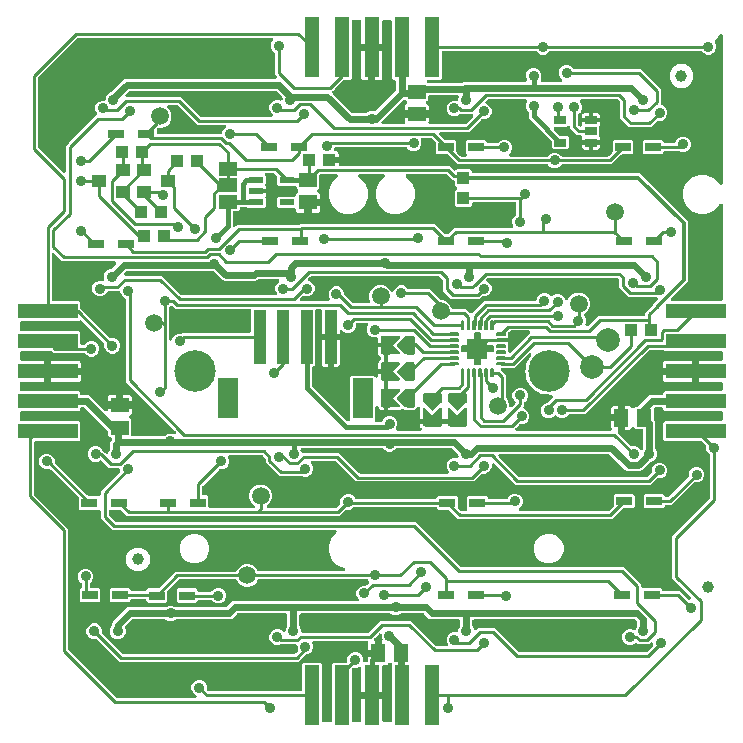
<source format=gbr>
G04 EAGLE Gerber RS-274X export*
G75*
%MOMM*%
%FSLAX34Y34*%
%LPD*%
%INTop Copper*%
%IPPOS*%
%AMOC8*
5,1,8,0,0,1.08239X$1,22.5*%
G01*
%ADD10C,3.516000*%
%ADD11R,5.080000X1.270000*%
%ADD12R,1.270000X5.080000*%
%ADD13R,1.240000X1.500000*%
%ADD14R,1.500000X1.240000*%
%ADD15C,1.000000*%
%ADD16C,0.140000*%
%ADD17R,1.778000X1.778000*%
%ADD18C,2.000000*%
%ADD19R,1.075000X1.000000*%
%ADD20C,0.381000*%
%ADD21R,1.350000X0.800000*%
%ADD22R,1.200000X0.550000*%
%ADD23R,1.000000X1.075000*%
%ADD24C,1.500000*%
%ADD25R,1.000000X4.600000*%
%ADD26R,1.700000X3.400000*%
%ADD27R,1.200000X1.000000*%
%ADD28R,0.990000X0.690000*%
%ADD29R,1.600200X1.168400*%
%ADD30C,0.906400*%
%ADD31C,0.254000*%
%ADD32C,0.406400*%
%ADD33C,0.304800*%
%ADD34C,0.203200*%
%ADD35C,0.609600*%

G36*
X-35280Y-297176D02*
X-35280Y-297176D01*
X-35254Y-297178D01*
X-35107Y-297156D01*
X-34960Y-297139D01*
X-34935Y-297131D01*
X-34909Y-297127D01*
X-34771Y-297072D01*
X-34632Y-297022D01*
X-34610Y-297008D01*
X-34585Y-296998D01*
X-34464Y-296913D01*
X-34339Y-296833D01*
X-34321Y-296814D01*
X-34299Y-296799D01*
X-34200Y-296689D01*
X-34097Y-296582D01*
X-34083Y-296560D01*
X-34066Y-296540D01*
X-33994Y-296410D01*
X-33918Y-296283D01*
X-33910Y-296258D01*
X-33897Y-296235D01*
X-33857Y-296092D01*
X-33812Y-295951D01*
X-33810Y-295925D01*
X-33802Y-295900D01*
X-33783Y-295656D01*
X-33783Y-248078D01*
X-32592Y-246887D01*
X-22058Y-246887D01*
X-22032Y-246884D01*
X-22006Y-246886D01*
X-21859Y-246864D01*
X-21712Y-246847D01*
X-21687Y-246839D01*
X-21661Y-246835D01*
X-21523Y-246780D01*
X-21384Y-246730D01*
X-21362Y-246716D01*
X-21337Y-246706D01*
X-21216Y-246621D01*
X-21091Y-246541D01*
X-21073Y-246522D01*
X-21051Y-246507D01*
X-20952Y-246397D01*
X-20849Y-246290D01*
X-20835Y-246268D01*
X-20818Y-246248D01*
X-20746Y-246118D01*
X-20670Y-245991D01*
X-20662Y-245966D01*
X-20649Y-245943D01*
X-20609Y-245800D01*
X-20564Y-245659D01*
X-20562Y-245633D01*
X-20554Y-245608D01*
X-20535Y-245364D01*
X-20535Y-242970D01*
X-19535Y-240557D01*
X-17689Y-238711D01*
X-15276Y-237711D01*
X-12664Y-237711D01*
X-10251Y-238711D01*
X-8405Y-240557D01*
X-7405Y-242970D01*
X-7405Y-244856D01*
X-7402Y-244882D01*
X-7404Y-244908D01*
X-7382Y-245055D01*
X-7365Y-245202D01*
X-7357Y-245227D01*
X-7353Y-245253D01*
X-7298Y-245391D01*
X-7248Y-245530D01*
X-7234Y-245552D01*
X-7224Y-245577D01*
X-7139Y-245698D01*
X-7059Y-245823D01*
X-7040Y-245841D01*
X-7025Y-245863D01*
X-6915Y-245962D01*
X-6808Y-246065D01*
X-6786Y-246079D01*
X-6766Y-246096D01*
X-6636Y-246168D01*
X-6509Y-246244D01*
X-6484Y-246252D01*
X-6461Y-246265D01*
X-6318Y-246305D01*
X-6177Y-246350D01*
X-6151Y-246352D01*
X-6126Y-246360D01*
X-5882Y-246379D01*
X-4524Y-246379D01*
X-4498Y-246376D01*
X-4472Y-246378D01*
X-4325Y-246356D01*
X-4178Y-246339D01*
X-4153Y-246331D01*
X-4127Y-246327D01*
X-3989Y-246272D01*
X-3850Y-246222D01*
X-3828Y-246208D01*
X-3803Y-246198D01*
X-3682Y-246113D01*
X-3557Y-246033D01*
X-3539Y-246014D01*
X-3517Y-245999D01*
X-3418Y-245889D01*
X-3315Y-245782D01*
X-3301Y-245760D01*
X-3284Y-245740D01*
X-3212Y-245610D01*
X-3136Y-245483D01*
X-3128Y-245458D01*
X-3115Y-245435D01*
X-3075Y-245292D01*
X-3030Y-245151D01*
X-3028Y-245125D01*
X-3020Y-245100D01*
X-3001Y-244856D01*
X-3001Y-241727D01*
X4216Y-241727D01*
X4242Y-241724D01*
X4268Y-241726D01*
X4415Y-241704D01*
X4562Y-241687D01*
X4587Y-241678D01*
X4613Y-241675D01*
X4751Y-241620D01*
X4890Y-241570D01*
X4912Y-241556D01*
X4937Y-241546D01*
X5058Y-241461D01*
X5183Y-241381D01*
X5201Y-241362D01*
X5223Y-241347D01*
X5322Y-241237D01*
X5425Y-241130D01*
X5439Y-241108D01*
X5456Y-241088D01*
X5528Y-240958D01*
X5604Y-240831D01*
X5612Y-240806D01*
X5625Y-240783D01*
X5665Y-240640D01*
X5710Y-240499D01*
X5712Y-240473D01*
X5720Y-240448D01*
X5739Y-240204D01*
X5739Y-238679D01*
X7264Y-238679D01*
X7290Y-238676D01*
X7316Y-238678D01*
X7463Y-238656D01*
X7610Y-238639D01*
X7635Y-238630D01*
X7661Y-238627D01*
X7799Y-238572D01*
X7938Y-238522D01*
X7960Y-238508D01*
X7985Y-238498D01*
X8106Y-238413D01*
X8231Y-238333D01*
X8249Y-238314D01*
X8271Y-238299D01*
X8370Y-238189D01*
X8473Y-238082D01*
X8487Y-238060D01*
X8504Y-238040D01*
X8576Y-237910D01*
X8652Y-237783D01*
X8660Y-237758D01*
X8673Y-237735D01*
X8713Y-237592D01*
X8758Y-237451D01*
X8760Y-237425D01*
X8768Y-237400D01*
X8787Y-237156D01*
X8787Y-228119D01*
X8828Y-228080D01*
X8841Y-228060D01*
X8857Y-228042D01*
X8934Y-227913D01*
X9016Y-227787D01*
X9024Y-227764D01*
X9036Y-227743D01*
X9082Y-227600D01*
X9132Y-227458D01*
X9135Y-227434D01*
X9142Y-227411D01*
X9155Y-227261D01*
X9171Y-227112D01*
X9169Y-227088D01*
X9171Y-227064D01*
X9148Y-226915D01*
X9131Y-226766D01*
X9122Y-226738D01*
X9119Y-226719D01*
X9101Y-226675D01*
X9055Y-226533D01*
X8435Y-225036D01*
X8435Y-223433D01*
X8424Y-223333D01*
X8422Y-223233D01*
X8404Y-223161D01*
X8395Y-223087D01*
X8362Y-222992D01*
X8337Y-222895D01*
X8303Y-222829D01*
X8278Y-222759D01*
X8223Y-222674D01*
X8177Y-222585D01*
X8129Y-222528D01*
X8089Y-222466D01*
X8017Y-222396D01*
X7952Y-222320D01*
X7892Y-222275D01*
X7838Y-222224D01*
X7752Y-222172D01*
X7671Y-222112D01*
X7603Y-222083D01*
X7539Y-222045D01*
X7443Y-222014D01*
X7351Y-221974D01*
X7278Y-221961D01*
X7207Y-221939D01*
X7107Y-221930D01*
X7008Y-221913D01*
X6934Y-221917D01*
X6860Y-221911D01*
X6760Y-221925D01*
X6660Y-221931D01*
X6589Y-221951D01*
X6515Y-221962D01*
X6422Y-221999D01*
X6325Y-222027D01*
X6260Y-222064D01*
X6191Y-222091D01*
X6109Y-222148D01*
X6021Y-222197D01*
X5945Y-222262D01*
X5905Y-222290D01*
X5881Y-222316D01*
X5835Y-222356D01*
X2479Y-225712D01*
X2152Y-226039D01*
X2089Y-226118D01*
X2020Y-226190D01*
X1981Y-226254D01*
X1935Y-226312D01*
X1892Y-226403D01*
X1841Y-226489D01*
X1818Y-226560D01*
X1786Y-226627D01*
X1765Y-226725D01*
X1735Y-226821D01*
X1729Y-226895D01*
X1713Y-226968D01*
X1715Y-227068D01*
X1707Y-227168D01*
X1718Y-227242D01*
X1719Y-227316D01*
X1743Y-227414D01*
X1758Y-227513D01*
X1786Y-227582D01*
X1804Y-227654D01*
X1850Y-227744D01*
X1887Y-227837D01*
X1929Y-227898D01*
X1963Y-227964D01*
X2029Y-228040D01*
X2086Y-228123D01*
X2141Y-228173D01*
X2189Y-228229D01*
X2270Y-228289D01*
X2345Y-228356D01*
X2410Y-228392D01*
X2470Y-228437D01*
X2562Y-228476D01*
X2650Y-228525D01*
X2693Y-228537D01*
X2693Y-235633D01*
X-3001Y-235633D01*
X-3001Y-230845D01*
X-2777Y-230010D01*
X-2769Y-229960D01*
X-2754Y-229911D01*
X-2744Y-229788D01*
X-2726Y-229665D01*
X-2730Y-229615D01*
X-2726Y-229564D01*
X-2744Y-229441D01*
X-2754Y-229318D01*
X-2770Y-229270D01*
X-2778Y-229219D01*
X-2823Y-229104D01*
X-2861Y-228986D01*
X-2887Y-228943D01*
X-2906Y-228895D01*
X-2977Y-228794D01*
X-3041Y-228688D01*
X-3076Y-228651D01*
X-3105Y-228609D01*
X-3197Y-228526D01*
X-3283Y-228437D01*
X-3326Y-228410D01*
X-3364Y-228376D01*
X-3472Y-228316D01*
X-3576Y-228249D01*
X-3624Y-228232D01*
X-3669Y-228207D01*
X-3788Y-228174D01*
X-3905Y-228132D01*
X-3955Y-228126D01*
X-4004Y-228112D01*
X-4248Y-228093D01*
X-48886Y-228093D01*
X-49035Y-228110D01*
X-49185Y-228122D01*
X-49209Y-228130D01*
X-49233Y-228133D01*
X-49374Y-228183D01*
X-49517Y-228229D01*
X-49538Y-228242D01*
X-49561Y-228250D01*
X-49687Y-228332D01*
X-49816Y-228409D01*
X-49833Y-228426D01*
X-49853Y-228439D01*
X-49958Y-228547D01*
X-50066Y-228652D01*
X-50079Y-228672D01*
X-50096Y-228690D01*
X-50173Y-228819D01*
X-50254Y-228945D01*
X-50262Y-228968D01*
X-50274Y-228989D01*
X-50320Y-229132D01*
X-50371Y-229274D01*
X-50373Y-229298D01*
X-50381Y-229321D01*
X-50393Y-229470D01*
X-50410Y-229620D01*
X-50407Y-229644D01*
X-50409Y-229668D01*
X-50386Y-229817D01*
X-50369Y-229966D01*
X-50360Y-229994D01*
X-50357Y-230013D01*
X-50340Y-230057D01*
X-50294Y-230199D01*
X-49654Y-231743D01*
X-49654Y-234355D01*
X-50653Y-236768D01*
X-52500Y-238614D01*
X-54913Y-239614D01*
X-55242Y-239614D01*
X-55368Y-239628D01*
X-55494Y-239635D01*
X-55540Y-239648D01*
X-55588Y-239654D01*
X-55707Y-239696D01*
X-55829Y-239731D01*
X-55871Y-239755D01*
X-55916Y-239771D01*
X-56022Y-239840D01*
X-56133Y-239901D01*
X-56179Y-239941D01*
X-56209Y-239960D01*
X-56243Y-239995D01*
X-56319Y-240060D01*
X-62132Y-245873D01*
X-213798Y-245873D01*
X-232660Y-227011D01*
X-232759Y-226932D01*
X-232853Y-226848D01*
X-232895Y-226824D01*
X-232933Y-226794D01*
X-233047Y-226740D01*
X-233158Y-226679D01*
X-233204Y-226666D01*
X-233248Y-226645D01*
X-233371Y-226619D01*
X-233493Y-226584D01*
X-233554Y-226579D01*
X-233589Y-226572D01*
X-233637Y-226573D01*
X-233737Y-226565D01*
X-236306Y-226565D01*
X-238719Y-225565D01*
X-240565Y-223719D01*
X-241565Y-221306D01*
X-241565Y-218694D01*
X-240565Y-216281D01*
X-238719Y-214435D01*
X-236306Y-213435D01*
X-233694Y-213435D01*
X-231281Y-214435D01*
X-229435Y-216281D01*
X-228435Y-218694D01*
X-228435Y-221263D01*
X-228421Y-221389D01*
X-228414Y-221515D01*
X-228401Y-221561D01*
X-228395Y-221609D01*
X-228353Y-221728D01*
X-228318Y-221850D01*
X-228294Y-221892D01*
X-228278Y-221937D01*
X-228209Y-222044D01*
X-228148Y-222154D01*
X-228108Y-222200D01*
X-228089Y-222230D01*
X-228054Y-222264D01*
X-227989Y-222340D01*
X-211508Y-238821D01*
X-211409Y-238900D01*
X-211315Y-238984D01*
X-211273Y-239008D01*
X-211235Y-239038D01*
X-211121Y-239092D01*
X-211010Y-239153D01*
X-210964Y-239166D01*
X-210920Y-239187D01*
X-210797Y-239213D01*
X-210675Y-239248D01*
X-210614Y-239253D01*
X-210579Y-239260D01*
X-210531Y-239259D01*
X-210431Y-239267D01*
X-65499Y-239267D01*
X-65373Y-239253D01*
X-65247Y-239246D01*
X-65201Y-239233D01*
X-65153Y-239227D01*
X-65034Y-239185D01*
X-64912Y-239150D01*
X-64870Y-239126D01*
X-64825Y-239110D01*
X-64718Y-239041D01*
X-64608Y-238980D01*
X-64562Y-238940D01*
X-64532Y-238921D01*
X-64498Y-238886D01*
X-64422Y-238821D01*
X-62675Y-237074D01*
X-62627Y-237014D01*
X-62573Y-236961D01*
X-62519Y-236878D01*
X-62458Y-236801D01*
X-62426Y-236732D01*
X-62384Y-236668D01*
X-62351Y-236575D01*
X-62309Y-236486D01*
X-62293Y-236411D01*
X-62268Y-236339D01*
X-62257Y-236241D01*
X-62236Y-236145D01*
X-62237Y-236069D01*
X-62229Y-235993D01*
X-62240Y-235895D01*
X-62242Y-235797D01*
X-62261Y-235723D01*
X-62270Y-235647D01*
X-62315Y-235504D01*
X-62327Y-235459D01*
X-62336Y-235442D01*
X-62345Y-235414D01*
X-62783Y-234355D01*
X-62783Y-232660D01*
X-62786Y-232634D01*
X-62784Y-232608D01*
X-62806Y-232461D01*
X-62823Y-232314D01*
X-62832Y-232289D01*
X-62836Y-232263D01*
X-62891Y-232125D01*
X-62941Y-231986D01*
X-62955Y-231964D01*
X-62965Y-231939D01*
X-63049Y-231818D01*
X-63130Y-231693D01*
X-63149Y-231675D01*
X-63164Y-231653D01*
X-63274Y-231554D01*
X-63381Y-231451D01*
X-63403Y-231437D01*
X-63423Y-231420D01*
X-63552Y-231348D01*
X-63680Y-231272D01*
X-63705Y-231264D01*
X-63728Y-231251D01*
X-63870Y-231211D01*
X-64012Y-231166D01*
X-64038Y-231164D01*
X-64063Y-231156D01*
X-64307Y-231137D01*
X-77358Y-231137D01*
X-77360Y-231137D01*
X-77362Y-231137D01*
X-77539Y-231158D01*
X-77704Y-231177D01*
X-77706Y-231177D01*
X-77708Y-231178D01*
X-77941Y-231253D01*
X-78694Y-231565D01*
X-81306Y-231565D01*
X-83719Y-230565D01*
X-85565Y-228719D01*
X-86565Y-226306D01*
X-86565Y-223694D01*
X-85565Y-221281D01*
X-83719Y-219435D01*
X-81306Y-218435D01*
X-78694Y-218435D01*
X-76281Y-219435D01*
X-75435Y-220281D01*
X-75356Y-220343D01*
X-75284Y-220413D01*
X-75220Y-220451D01*
X-75162Y-220498D01*
X-75071Y-220541D01*
X-74985Y-220592D01*
X-74914Y-220615D01*
X-74847Y-220647D01*
X-74749Y-220668D01*
X-74653Y-220698D01*
X-74579Y-220704D01*
X-74506Y-220720D01*
X-74406Y-220718D01*
X-74306Y-220726D01*
X-74232Y-220715D01*
X-74158Y-220714D01*
X-74061Y-220689D01*
X-73961Y-220675D01*
X-73892Y-220647D01*
X-73820Y-220629D01*
X-73731Y-220583D01*
X-73637Y-220546D01*
X-73576Y-220503D01*
X-73510Y-220469D01*
X-73434Y-220404D01*
X-73351Y-220347D01*
X-73301Y-220292D01*
X-73245Y-220243D01*
X-73185Y-220163D01*
X-73118Y-220088D01*
X-73082Y-220023D01*
X-73037Y-219963D01*
X-72998Y-219871D01*
X-72949Y-219783D01*
X-72929Y-219711D01*
X-72899Y-219643D01*
X-72882Y-219544D01*
X-72854Y-219448D01*
X-72846Y-219348D01*
X-72838Y-219300D01*
X-72840Y-219264D01*
X-72835Y-219204D01*
X-72835Y-218694D01*
X-71835Y-216281D01*
X-71797Y-216243D01*
X-71718Y-216144D01*
X-71634Y-216050D01*
X-71610Y-216008D01*
X-71580Y-215970D01*
X-71526Y-215856D01*
X-71465Y-215745D01*
X-71452Y-215698D01*
X-71431Y-215655D01*
X-71405Y-215531D01*
X-71370Y-215410D01*
X-71365Y-215349D01*
X-71358Y-215314D01*
X-71359Y-215266D01*
X-71351Y-215166D01*
X-71351Y-206524D01*
X-71354Y-206498D01*
X-71352Y-206472D01*
X-71374Y-206325D01*
X-71391Y-206178D01*
X-71399Y-206153D01*
X-71403Y-206127D01*
X-71458Y-205989D01*
X-71508Y-205850D01*
X-71522Y-205828D01*
X-71532Y-205803D01*
X-71617Y-205682D01*
X-71697Y-205557D01*
X-71716Y-205539D01*
X-71731Y-205517D01*
X-71841Y-205418D01*
X-71948Y-205315D01*
X-71970Y-205301D01*
X-71990Y-205284D01*
X-72120Y-205212D01*
X-72247Y-205136D01*
X-72272Y-205128D01*
X-72295Y-205115D01*
X-72438Y-205075D01*
X-72579Y-205030D01*
X-72605Y-205028D01*
X-72630Y-205020D01*
X-72874Y-205001D01*
X-113365Y-205001D01*
X-113490Y-205015D01*
X-113616Y-205022D01*
X-113663Y-205035D01*
X-113711Y-205041D01*
X-113830Y-205083D01*
X-113951Y-205118D01*
X-113993Y-205142D01*
X-114039Y-205158D01*
X-114145Y-205227D01*
X-114255Y-205288D01*
X-114302Y-205328D01*
X-114332Y-205347D01*
X-114365Y-205382D01*
X-114442Y-205447D01*
X-118302Y-209307D01*
X-120169Y-210081D01*
X-165346Y-210081D01*
X-165471Y-210095D01*
X-165598Y-210102D01*
X-165644Y-210115D01*
X-165692Y-210121D01*
X-165811Y-210163D01*
X-165933Y-210198D01*
X-165975Y-210222D01*
X-166020Y-210238D01*
X-166126Y-210307D01*
X-166237Y-210368D01*
X-166283Y-210408D01*
X-166313Y-210427D01*
X-166347Y-210462D01*
X-166423Y-210527D01*
X-166461Y-210565D01*
X-168874Y-211565D01*
X-171486Y-211565D01*
X-173899Y-210565D01*
X-173937Y-210527D01*
X-174036Y-210448D01*
X-174130Y-210364D01*
X-174172Y-210340D01*
X-174210Y-210310D01*
X-174324Y-210256D01*
X-174435Y-210195D01*
X-174481Y-210182D01*
X-174525Y-210161D01*
X-174649Y-210135D01*
X-174770Y-210100D01*
X-174831Y-210095D01*
X-174866Y-210088D01*
X-174914Y-210089D01*
X-175014Y-210081D01*
X-202265Y-210081D01*
X-202390Y-210095D01*
X-202516Y-210102D01*
X-202563Y-210115D01*
X-202611Y-210121D01*
X-202730Y-210163D01*
X-202851Y-210198D01*
X-202893Y-210222D01*
X-202939Y-210238D01*
X-203045Y-210307D01*
X-203155Y-210368D01*
X-203202Y-210408D01*
X-203232Y-210427D01*
X-203265Y-210462D01*
X-203342Y-210527D01*
X-208616Y-215801D01*
X-208663Y-215861D01*
X-208718Y-215914D01*
X-208771Y-215997D01*
X-208832Y-216074D01*
X-208865Y-216143D01*
X-208906Y-216207D01*
X-208939Y-216300D01*
X-208981Y-216389D01*
X-208997Y-216464D01*
X-209023Y-216536D01*
X-209034Y-216634D01*
X-209055Y-216730D01*
X-209053Y-216806D01*
X-209062Y-216882D01*
X-209050Y-216980D01*
X-209049Y-217078D01*
X-209030Y-217152D01*
X-209021Y-217228D01*
X-208975Y-217371D01*
X-208964Y-217416D01*
X-208955Y-217433D01*
X-208946Y-217461D01*
X-208435Y-218694D01*
X-208435Y-221306D01*
X-209435Y-223719D01*
X-211281Y-225565D01*
X-213694Y-226565D01*
X-216306Y-226565D01*
X-218719Y-225565D01*
X-220565Y-223719D01*
X-221565Y-221306D01*
X-221565Y-218694D01*
X-220565Y-216281D01*
X-220527Y-216243D01*
X-220448Y-216144D01*
X-220364Y-216050D01*
X-220340Y-216008D01*
X-220310Y-215970D01*
X-220256Y-215856D01*
X-220195Y-215745D01*
X-220182Y-215698D01*
X-220161Y-215655D01*
X-220135Y-215531D01*
X-220100Y-215410D01*
X-220095Y-215349D01*
X-220088Y-215314D01*
X-220089Y-215266D01*
X-220081Y-215166D01*
X-220081Y-213989D01*
X-219307Y-212122D01*
X-207878Y-200693D01*
X-206011Y-199919D01*
X-175014Y-199919D01*
X-174889Y-199905D01*
X-174762Y-199898D01*
X-174716Y-199885D01*
X-174668Y-199879D01*
X-174549Y-199837D01*
X-174427Y-199802D01*
X-174385Y-199778D01*
X-174340Y-199762D01*
X-174234Y-199693D01*
X-174123Y-199632D01*
X-174077Y-199592D01*
X-174047Y-199573D01*
X-174013Y-199538D01*
X-173937Y-199473D01*
X-173899Y-199435D01*
X-171486Y-198435D01*
X-168874Y-198435D01*
X-166461Y-199435D01*
X-166423Y-199473D01*
X-166324Y-199552D01*
X-166230Y-199636D01*
X-166188Y-199660D01*
X-166150Y-199690D01*
X-166036Y-199744D01*
X-165925Y-199805D01*
X-165879Y-199818D01*
X-165835Y-199839D01*
X-165711Y-199865D01*
X-165590Y-199900D01*
X-165529Y-199905D01*
X-165494Y-199912D01*
X-165446Y-199911D01*
X-165346Y-199919D01*
X-123915Y-199919D01*
X-123790Y-199905D01*
X-123664Y-199898D01*
X-123617Y-199885D01*
X-123569Y-199879D01*
X-123450Y-199837D01*
X-123329Y-199802D01*
X-123287Y-199778D01*
X-123241Y-199762D01*
X-123135Y-199693D01*
X-123025Y-199632D01*
X-122978Y-199592D01*
X-122948Y-199573D01*
X-122915Y-199538D01*
X-122838Y-199473D01*
X-118978Y-195613D01*
X-117111Y-194839D01*
X-12432Y-194839D01*
X-12332Y-194828D01*
X-12232Y-194826D01*
X-12160Y-194808D01*
X-12086Y-194799D01*
X-11991Y-194766D01*
X-11894Y-194741D01*
X-11828Y-194707D01*
X-11758Y-194682D01*
X-11673Y-194627D01*
X-11584Y-194581D01*
X-11527Y-194533D01*
X-11465Y-194493D01*
X-11395Y-194421D01*
X-11319Y-194356D01*
X-11275Y-194296D01*
X-11223Y-194242D01*
X-11171Y-194156D01*
X-11112Y-194075D01*
X-11082Y-194007D01*
X-11044Y-193943D01*
X-11013Y-193848D01*
X-10974Y-193755D01*
X-10960Y-193682D01*
X-10938Y-193611D01*
X-10930Y-193511D01*
X-10912Y-193412D01*
X-10916Y-193338D01*
X-10910Y-193264D01*
X-10925Y-193165D01*
X-10930Y-193064D01*
X-10950Y-192993D01*
X-10961Y-192919D01*
X-10999Y-192826D01*
X-11026Y-192729D01*
X-11063Y-192664D01*
X-11090Y-192595D01*
X-11147Y-192513D01*
X-11197Y-192425D01*
X-11262Y-192349D01*
X-11289Y-192309D01*
X-11316Y-192285D01*
X-11355Y-192239D01*
X-11915Y-191679D01*
X-12915Y-189266D01*
X-12915Y-186654D01*
X-11915Y-184241D01*
X-10069Y-182395D01*
X-7656Y-181395D01*
X-5087Y-181395D01*
X-4961Y-181381D01*
X-4835Y-181374D01*
X-4789Y-181361D01*
X-4741Y-181355D01*
X-4622Y-181313D01*
X-4500Y-181278D01*
X-4458Y-181254D01*
X-4413Y-181238D01*
X-4306Y-181169D01*
X-4196Y-181108D01*
X-4150Y-181068D01*
X-4120Y-181049D01*
X-4086Y-181014D01*
X-4010Y-180949D01*
X-2827Y-179766D01*
X-2406Y-179346D01*
X-2390Y-179325D01*
X-2370Y-179308D01*
X-2282Y-179189D01*
X-2190Y-179073D01*
X-2179Y-179049D01*
X-2163Y-179028D01*
X-2104Y-178892D01*
X-2041Y-178758D01*
X-2035Y-178732D01*
X-2025Y-178708D01*
X-1999Y-178562D01*
X-1968Y-178417D01*
X-1968Y-178391D01*
X-1963Y-178365D01*
X-1971Y-178216D01*
X-1974Y-178068D01*
X-1980Y-178043D01*
X-1981Y-178017D01*
X-2022Y-177874D01*
X-2059Y-177730D01*
X-2071Y-177707D01*
X-2078Y-177682D01*
X-2150Y-177553D01*
X-2218Y-177421D01*
X-2235Y-177401D01*
X-2248Y-177378D01*
X-2406Y-177191D01*
X-3129Y-176469D01*
X-3228Y-176390D01*
X-3322Y-176306D01*
X-3364Y-176282D01*
X-3402Y-176252D01*
X-3516Y-176198D01*
X-3627Y-176137D01*
X-3673Y-176124D01*
X-3717Y-176103D01*
X-3841Y-176077D01*
X-3962Y-176042D01*
X-4023Y-176037D01*
X-4058Y-176030D01*
X-4106Y-176031D01*
X-4206Y-176023D01*
X-95442Y-176023D01*
X-95518Y-176031D01*
X-95594Y-176030D01*
X-95691Y-176051D01*
X-95788Y-176063D01*
X-95860Y-176088D01*
X-95935Y-176105D01*
X-96024Y-176147D01*
X-96116Y-176180D01*
X-96181Y-176222D01*
X-96250Y-176254D01*
X-96327Y-176316D01*
X-96409Y-176369D01*
X-96462Y-176424D01*
X-96522Y-176472D01*
X-96583Y-176549D01*
X-96651Y-176620D01*
X-96691Y-176685D01*
X-96738Y-176745D01*
X-96806Y-176878D01*
X-96830Y-176919D01*
X-96836Y-176937D01*
X-96849Y-176963D01*
X-97329Y-178120D01*
X-100010Y-180801D01*
X-103514Y-182253D01*
X-107306Y-182253D01*
X-110810Y-180801D01*
X-113491Y-178120D01*
X-113915Y-177097D01*
X-113952Y-177030D01*
X-113980Y-176959D01*
X-114037Y-176879D01*
X-114084Y-176792D01*
X-114136Y-176736D01*
X-114179Y-176673D01*
X-114252Y-176607D01*
X-114319Y-176534D01*
X-114381Y-176491D01*
X-114438Y-176440D01*
X-114524Y-176392D01*
X-114605Y-176336D01*
X-114676Y-176308D01*
X-114743Y-176271D01*
X-114838Y-176244D01*
X-114929Y-176208D01*
X-115005Y-176197D01*
X-115079Y-176176D01*
X-115227Y-176164D01*
X-115274Y-176157D01*
X-115293Y-176159D01*
X-115322Y-176157D01*
X-162795Y-176157D01*
X-162921Y-176171D01*
X-163047Y-176178D01*
X-163093Y-176191D01*
X-163141Y-176197D01*
X-163260Y-176239D01*
X-163382Y-176274D01*
X-163424Y-176298D01*
X-163469Y-176314D01*
X-163576Y-176383D01*
X-163686Y-176444D01*
X-163732Y-176484D01*
X-163762Y-176503D01*
X-163796Y-176538D01*
X-163872Y-176603D01*
X-172641Y-185372D01*
X-172720Y-185471D01*
X-172804Y-185565D01*
X-172828Y-185607D01*
X-172858Y-185645D01*
X-172912Y-185759D01*
X-172973Y-185870D01*
X-172986Y-185916D01*
X-173007Y-185960D01*
X-173033Y-186083D01*
X-173068Y-186205D01*
X-173073Y-186266D01*
X-173080Y-186301D01*
X-173079Y-186349D01*
X-173087Y-186449D01*
X-173087Y-194772D01*
X-174278Y-195963D01*
X-189462Y-195963D01*
X-190653Y-194772D01*
X-190653Y-194326D01*
X-190656Y-194300D01*
X-190654Y-194274D01*
X-190676Y-194127D01*
X-190693Y-193980D01*
X-190701Y-193955D01*
X-190705Y-193929D01*
X-190760Y-193791D01*
X-190810Y-193652D01*
X-190824Y-193630D01*
X-190834Y-193605D01*
X-190919Y-193484D01*
X-190999Y-193359D01*
X-191018Y-193341D01*
X-191033Y-193319D01*
X-191143Y-193220D01*
X-191250Y-193117D01*
X-191272Y-193103D01*
X-191292Y-193086D01*
X-191422Y-193014D01*
X-191549Y-192938D01*
X-191574Y-192930D01*
X-191597Y-192917D01*
X-191740Y-192877D01*
X-191881Y-192832D01*
X-191907Y-192830D01*
X-191932Y-192822D01*
X-192176Y-192803D01*
X-202794Y-192803D01*
X-202820Y-192806D01*
X-202846Y-192804D01*
X-202993Y-192826D01*
X-203140Y-192843D01*
X-203165Y-192851D01*
X-203191Y-192855D01*
X-203329Y-192910D01*
X-203468Y-192960D01*
X-203490Y-192974D01*
X-203515Y-192984D01*
X-203636Y-193069D01*
X-203761Y-193149D01*
X-203779Y-193168D01*
X-203801Y-193183D01*
X-203900Y-193293D01*
X-204003Y-193400D01*
X-204017Y-193422D01*
X-204034Y-193442D01*
X-204106Y-193572D01*
X-204182Y-193699D01*
X-204190Y-193724D01*
X-204203Y-193747D01*
X-204243Y-193890D01*
X-204288Y-194031D01*
X-204290Y-194057D01*
X-204298Y-194082D01*
X-204317Y-194326D01*
X-204317Y-194342D01*
X-205508Y-195533D01*
X-220692Y-195533D01*
X-221883Y-194342D01*
X-221883Y-184658D01*
X-220692Y-183467D01*
X-205508Y-183467D01*
X-204317Y-184658D01*
X-204317Y-184674D01*
X-204314Y-184700D01*
X-204316Y-184726D01*
X-204294Y-184873D01*
X-204277Y-185020D01*
X-204269Y-185045D01*
X-204265Y-185071D01*
X-204210Y-185209D01*
X-204160Y-185348D01*
X-204146Y-185370D01*
X-204136Y-185395D01*
X-204051Y-185516D01*
X-203971Y-185641D01*
X-203952Y-185659D01*
X-203937Y-185681D01*
X-203827Y-185780D01*
X-203720Y-185883D01*
X-203698Y-185897D01*
X-203678Y-185914D01*
X-203548Y-185986D01*
X-203421Y-186062D01*
X-203396Y-186070D01*
X-203373Y-186083D01*
X-203230Y-186123D01*
X-203089Y-186168D01*
X-203063Y-186170D01*
X-203038Y-186178D01*
X-202794Y-186197D01*
X-192176Y-186197D01*
X-192150Y-186194D01*
X-192124Y-186196D01*
X-191977Y-186174D01*
X-191830Y-186157D01*
X-191805Y-186149D01*
X-191779Y-186145D01*
X-191641Y-186090D01*
X-191502Y-186040D01*
X-191480Y-186026D01*
X-191455Y-186016D01*
X-191334Y-185931D01*
X-191209Y-185851D01*
X-191191Y-185832D01*
X-191169Y-185817D01*
X-191070Y-185707D01*
X-190967Y-185600D01*
X-190953Y-185578D01*
X-190936Y-185558D01*
X-190864Y-185428D01*
X-190788Y-185301D01*
X-190780Y-185276D01*
X-190767Y-185253D01*
X-190747Y-185182D01*
X-189462Y-183897D01*
X-181139Y-183897D01*
X-181013Y-183883D01*
X-180887Y-183876D01*
X-180841Y-183863D01*
X-180793Y-183857D01*
X-180674Y-183815D01*
X-180552Y-183780D01*
X-180510Y-183756D01*
X-180465Y-183740D01*
X-180358Y-183671D01*
X-180248Y-183610D01*
X-180202Y-183570D01*
X-180172Y-183551D01*
X-180138Y-183516D01*
X-180062Y-183451D01*
X-166162Y-169551D01*
X-115433Y-169551D01*
X-115358Y-169543D01*
X-115281Y-169544D01*
X-115185Y-169523D01*
X-115087Y-169511D01*
X-115015Y-169486D01*
X-114941Y-169469D01*
X-114852Y-169427D01*
X-114759Y-169394D01*
X-114695Y-169352D01*
X-114626Y-169320D01*
X-114549Y-169258D01*
X-114466Y-169205D01*
X-114413Y-169150D01*
X-114353Y-169102D01*
X-114293Y-169025D01*
X-114224Y-168954D01*
X-114185Y-168889D01*
X-114138Y-168829D01*
X-114069Y-168696D01*
X-114045Y-168655D01*
X-114039Y-168637D01*
X-114026Y-168611D01*
X-113491Y-167320D01*
X-110810Y-164639D01*
X-107306Y-163187D01*
X-103514Y-163187D01*
X-100010Y-164639D01*
X-97329Y-167320D01*
X-96849Y-168477D01*
X-96812Y-168544D01*
X-96784Y-168615D01*
X-96728Y-168695D01*
X-96680Y-168782D01*
X-96629Y-168838D01*
X-96585Y-168901D01*
X-96512Y-168967D01*
X-96446Y-169040D01*
X-96383Y-169083D01*
X-96326Y-169134D01*
X-96240Y-169182D01*
X-96159Y-169238D01*
X-96088Y-169266D01*
X-96021Y-169303D01*
X-95927Y-169330D01*
X-95835Y-169366D01*
X-95759Y-169377D01*
X-95686Y-169398D01*
X-95537Y-169410D01*
X-95490Y-169417D01*
X-95471Y-169415D01*
X-95442Y-169417D01*
X-24003Y-169417D01*
X-23953Y-169412D01*
X-23903Y-169414D01*
X-23781Y-169392D01*
X-23657Y-169377D01*
X-23610Y-169360D01*
X-23560Y-169351D01*
X-23446Y-169302D01*
X-23329Y-169260D01*
X-23287Y-169233D01*
X-23241Y-169213D01*
X-23141Y-169138D01*
X-23036Y-169071D01*
X-23001Y-169035D01*
X-22961Y-169005D01*
X-22881Y-168910D01*
X-22794Y-168820D01*
X-22768Y-168777D01*
X-22736Y-168739D01*
X-22679Y-168628D01*
X-22615Y-168521D01*
X-22600Y-168473D01*
X-22577Y-168428D01*
X-22547Y-168308D01*
X-22509Y-168189D01*
X-22505Y-168139D01*
X-22493Y-168090D01*
X-22491Y-167966D01*
X-22481Y-167842D01*
X-22489Y-167792D01*
X-22488Y-167742D01*
X-22514Y-167620D01*
X-22533Y-167497D01*
X-22551Y-167450D01*
X-22562Y-167401D01*
X-22616Y-167289D01*
X-22662Y-167173D01*
X-22690Y-167132D01*
X-22712Y-167086D01*
X-22789Y-166989D01*
X-22860Y-166887D01*
X-22898Y-166853D01*
X-22929Y-166814D01*
X-23027Y-166737D01*
X-23119Y-166654D01*
X-23163Y-166629D01*
X-23203Y-166598D01*
X-23421Y-166487D01*
X-29370Y-164023D01*
X-34023Y-159370D01*
X-36541Y-153290D01*
X-36541Y-146710D01*
X-34023Y-140630D01*
X-30105Y-136713D01*
X-30043Y-136635D01*
X-29973Y-136562D01*
X-29935Y-136498D01*
X-29889Y-136440D01*
X-29846Y-136349D01*
X-29794Y-136263D01*
X-29771Y-136192D01*
X-29740Y-136125D01*
X-29719Y-136027D01*
X-29688Y-135931D01*
X-29682Y-135857D01*
X-29666Y-135784D01*
X-29668Y-135684D01*
X-29660Y-135584D01*
X-29671Y-135510D01*
X-29672Y-135436D01*
X-29697Y-135339D01*
X-29712Y-135239D01*
X-29739Y-135170D01*
X-29757Y-135098D01*
X-29803Y-135008D01*
X-29840Y-134915D01*
X-29883Y-134854D01*
X-29917Y-134788D01*
X-29982Y-134711D01*
X-30039Y-134629D01*
X-30094Y-134579D01*
X-30143Y-134523D01*
X-30224Y-134463D01*
X-30298Y-134396D01*
X-30363Y-134360D01*
X-30423Y-134315D01*
X-30515Y-134276D01*
X-30603Y-134227D01*
X-30675Y-134207D01*
X-30743Y-134177D01*
X-30842Y-134160D01*
X-30939Y-134132D01*
X-31039Y-134124D01*
X-31086Y-134116D01*
X-31122Y-134118D01*
X-31182Y-134113D01*
X-219808Y-134113D01*
X-229363Y-124558D01*
X-229363Y-118966D01*
X-229366Y-118940D01*
X-229364Y-118914D01*
X-229386Y-118767D01*
X-229403Y-118620D01*
X-229411Y-118595D01*
X-229415Y-118569D01*
X-229470Y-118431D01*
X-229520Y-118292D01*
X-229534Y-118270D01*
X-229544Y-118245D01*
X-229629Y-118124D01*
X-229709Y-117999D01*
X-229728Y-117981D01*
X-229743Y-117959D01*
X-229853Y-117860D01*
X-229960Y-117757D01*
X-229982Y-117743D01*
X-230002Y-117726D01*
X-230132Y-117654D01*
X-230259Y-117578D01*
X-230284Y-117570D01*
X-230307Y-117557D01*
X-230450Y-117517D01*
X-230591Y-117472D01*
X-230617Y-117470D01*
X-230642Y-117462D01*
X-230886Y-117443D01*
X-246602Y-117443D01*
X-247793Y-116252D01*
X-247793Y-107929D01*
X-247807Y-107803D01*
X-247814Y-107677D01*
X-247827Y-107631D01*
X-247833Y-107583D01*
X-247875Y-107464D01*
X-247910Y-107342D01*
X-247934Y-107300D01*
X-247950Y-107255D01*
X-248019Y-107148D01*
X-248080Y-107038D01*
X-248120Y-106992D01*
X-248139Y-106962D01*
X-248174Y-106928D01*
X-248239Y-106852D01*
X-271901Y-83190D01*
X-271961Y-83142D01*
X-272014Y-83087D01*
X-272097Y-83034D01*
X-272174Y-82973D01*
X-272243Y-82940D01*
X-272307Y-82899D01*
X-272400Y-82866D01*
X-272489Y-82824D01*
X-272564Y-82808D01*
X-272636Y-82783D01*
X-272734Y-82772D01*
X-272830Y-82751D01*
X-272906Y-82752D01*
X-272982Y-82744D01*
X-273080Y-82755D01*
X-273178Y-82757D01*
X-273252Y-82775D01*
X-273328Y-82784D01*
X-273470Y-82830D01*
X-273516Y-82842D01*
X-273533Y-82851D01*
X-273561Y-82860D01*
X-273694Y-82915D01*
X-276306Y-82915D01*
X-278719Y-81915D01*
X-280565Y-80069D01*
X-281565Y-77656D01*
X-281565Y-75044D01*
X-280565Y-72631D01*
X-278719Y-70785D01*
X-276306Y-69785D01*
X-273694Y-69785D01*
X-271281Y-70785D01*
X-269435Y-72631D01*
X-268435Y-75044D01*
X-268435Y-76683D01*
X-268421Y-76809D01*
X-268414Y-76935D01*
X-268401Y-76981D01*
X-268395Y-77029D01*
X-268353Y-77148D01*
X-268318Y-77270D01*
X-268294Y-77312D01*
X-268278Y-77357D01*
X-268209Y-77464D01*
X-268148Y-77574D01*
X-268108Y-77620D01*
X-268089Y-77650D01*
X-268054Y-77684D01*
X-267989Y-77760D01*
X-240818Y-104931D01*
X-240719Y-105010D01*
X-240625Y-105094D01*
X-240583Y-105118D01*
X-240545Y-105148D01*
X-240431Y-105202D01*
X-240320Y-105263D01*
X-240274Y-105276D01*
X-240230Y-105297D01*
X-240107Y-105323D01*
X-239985Y-105358D01*
X-239924Y-105363D01*
X-239889Y-105370D01*
X-239841Y-105369D01*
X-239741Y-105377D01*
X-230886Y-105377D01*
X-230860Y-105374D01*
X-230834Y-105376D01*
X-230687Y-105354D01*
X-230540Y-105337D01*
X-230515Y-105329D01*
X-230489Y-105325D01*
X-230351Y-105270D01*
X-230212Y-105220D01*
X-230190Y-105206D01*
X-230165Y-105196D01*
X-230044Y-105111D01*
X-229919Y-105031D01*
X-229901Y-105012D01*
X-229879Y-104997D01*
X-229780Y-104887D01*
X-229677Y-104780D01*
X-229663Y-104758D01*
X-229646Y-104738D01*
X-229574Y-104608D01*
X-229498Y-104481D01*
X-229490Y-104456D01*
X-229477Y-104433D01*
X-229437Y-104290D01*
X-229392Y-104149D01*
X-229390Y-104123D01*
X-229382Y-104098D01*
X-229363Y-103854D01*
X-229363Y-101522D01*
X-213230Y-85389D01*
X-213151Y-85290D01*
X-213066Y-85196D01*
X-213043Y-85154D01*
X-213013Y-85116D01*
X-212959Y-85002D01*
X-212898Y-84891D01*
X-212885Y-84845D01*
X-212864Y-84801D01*
X-212838Y-84678D01*
X-212803Y-84556D01*
X-212798Y-84495D01*
X-212791Y-84460D01*
X-212792Y-84412D01*
X-212783Y-84312D01*
X-212783Y-83680D01*
X-212786Y-83654D01*
X-212784Y-83628D01*
X-212806Y-83481D01*
X-212823Y-83334D01*
X-212832Y-83309D01*
X-212836Y-83283D01*
X-212891Y-83145D01*
X-212941Y-83006D01*
X-212955Y-82984D01*
X-212965Y-82959D01*
X-213049Y-82838D01*
X-213130Y-82713D01*
X-213149Y-82695D01*
X-213164Y-82673D01*
X-213274Y-82574D01*
X-213381Y-82471D01*
X-213403Y-82457D01*
X-213423Y-82440D01*
X-213552Y-82368D01*
X-213680Y-82292D01*
X-213705Y-82284D01*
X-213728Y-82271D01*
X-213870Y-82231D01*
X-214012Y-82186D01*
X-214038Y-82184D01*
X-214063Y-82176D01*
X-214307Y-82157D01*
X-222049Y-82157D01*
X-228346Y-75860D01*
X-228406Y-75813D01*
X-228459Y-75758D01*
X-228542Y-75705D01*
X-228619Y-75644D01*
X-228688Y-75611D01*
X-228752Y-75570D01*
X-228845Y-75537D01*
X-228934Y-75495D01*
X-229009Y-75479D01*
X-229081Y-75453D01*
X-229179Y-75442D01*
X-229275Y-75421D01*
X-229351Y-75423D01*
X-229427Y-75414D01*
X-229525Y-75426D01*
X-229623Y-75427D01*
X-229697Y-75446D01*
X-229773Y-75455D01*
X-229915Y-75501D01*
X-229961Y-75512D01*
X-229978Y-75521D01*
X-230006Y-75530D01*
X-232504Y-76565D01*
X-235116Y-76565D01*
X-237529Y-75565D01*
X-239375Y-73719D01*
X-240375Y-71306D01*
X-240375Y-68694D01*
X-239375Y-66281D01*
X-237529Y-64435D01*
X-235116Y-63435D01*
X-232504Y-63435D01*
X-230091Y-64435D01*
X-228245Y-66281D01*
X-228121Y-66579D01*
X-228120Y-66581D01*
X-228120Y-66583D01*
X-228033Y-66739D01*
X-227952Y-66884D01*
X-227950Y-66886D01*
X-227949Y-66887D01*
X-227791Y-67074D01*
X-225424Y-69441D01*
X-225306Y-69534D01*
X-225191Y-69632D01*
X-225170Y-69643D01*
X-225151Y-69658D01*
X-225015Y-69722D01*
X-224881Y-69790D01*
X-224857Y-69796D01*
X-224836Y-69806D01*
X-224689Y-69838D01*
X-224543Y-69874D01*
X-224519Y-69875D01*
X-224495Y-69880D01*
X-224345Y-69877D01*
X-224194Y-69879D01*
X-224171Y-69874D01*
X-224146Y-69874D01*
X-224001Y-69837D01*
X-223854Y-69805D01*
X-223832Y-69795D01*
X-223808Y-69789D01*
X-223675Y-69720D01*
X-223539Y-69655D01*
X-223520Y-69640D01*
X-223499Y-69629D01*
X-223384Y-69532D01*
X-223267Y-69438D01*
X-223252Y-69419D01*
X-223233Y-69403D01*
X-223144Y-69282D01*
X-223051Y-69164D01*
X-223037Y-69139D01*
X-223026Y-69123D01*
X-223007Y-69080D01*
X-222939Y-68947D01*
X-221835Y-66281D01*
X-221797Y-66243D01*
X-221718Y-66144D01*
X-221634Y-66050D01*
X-221610Y-66008D01*
X-221580Y-65970D01*
X-221526Y-65856D01*
X-221465Y-65745D01*
X-221452Y-65699D01*
X-221431Y-65655D01*
X-221405Y-65531D01*
X-221370Y-65410D01*
X-221365Y-65349D01*
X-221358Y-65314D01*
X-221359Y-65266D01*
X-221351Y-65166D01*
X-221351Y-60569D01*
X-220577Y-58702D01*
X-220308Y-58433D01*
X-220246Y-58355D01*
X-220176Y-58282D01*
X-220138Y-58218D01*
X-220092Y-58160D01*
X-220049Y-58069D01*
X-219997Y-57983D01*
X-219975Y-57912D01*
X-219943Y-57845D01*
X-219922Y-57747D01*
X-219891Y-57651D01*
X-219885Y-57577D01*
X-219869Y-57504D01*
X-219871Y-57404D01*
X-219863Y-57304D01*
X-219874Y-57230D01*
X-219875Y-57156D01*
X-219900Y-57058D01*
X-219915Y-56959D01*
X-219942Y-56890D01*
X-219960Y-56818D01*
X-220006Y-56729D01*
X-220043Y-56635D01*
X-220086Y-56574D01*
X-220120Y-56508D01*
X-220185Y-56432D01*
X-220242Y-56349D01*
X-220298Y-56299D01*
X-220346Y-56243D01*
X-220427Y-56183D01*
X-220501Y-56116D01*
X-220566Y-56080D01*
X-220626Y-56035D01*
X-220718Y-55996D01*
X-220806Y-55947D01*
X-220878Y-55927D01*
X-220946Y-55897D01*
X-221045Y-55880D01*
X-221142Y-55852D01*
X-221242Y-55844D01*
X-221289Y-55836D01*
X-221325Y-55838D01*
X-221385Y-55833D01*
X-221702Y-55833D01*
X-222893Y-54642D01*
X-222893Y-51623D01*
X-222907Y-51498D01*
X-222914Y-51372D01*
X-222927Y-51325D01*
X-222933Y-51277D01*
X-222975Y-51158D01*
X-223010Y-51037D01*
X-223034Y-50995D01*
X-223050Y-50949D01*
X-223119Y-50843D01*
X-223180Y-50733D01*
X-223220Y-50686D01*
X-223239Y-50656D01*
X-223274Y-50623D01*
X-223339Y-50546D01*
X-242958Y-30927D01*
X-243057Y-30848D01*
X-243151Y-30764D01*
X-243194Y-30740D01*
X-243231Y-30710D01*
X-243346Y-30656D01*
X-243456Y-30595D01*
X-243503Y-30582D01*
X-243546Y-30561D01*
X-243670Y-30535D01*
X-243792Y-30500D01*
X-243852Y-30495D01*
X-243887Y-30488D01*
X-243935Y-30489D01*
X-244035Y-30481D01*
X-245364Y-30481D01*
X-245390Y-30484D01*
X-245416Y-30482D01*
X-245563Y-30504D01*
X-245710Y-30521D01*
X-245735Y-30529D01*
X-245761Y-30533D01*
X-245899Y-30588D01*
X-246038Y-30638D01*
X-246060Y-30652D01*
X-246085Y-30662D01*
X-246206Y-30747D01*
X-246331Y-30827D01*
X-246349Y-30846D01*
X-246371Y-30861D01*
X-246470Y-30971D01*
X-246573Y-31078D01*
X-246587Y-31100D01*
X-246604Y-31120D01*
X-246676Y-31250D01*
X-246752Y-31377D01*
X-246760Y-31402D01*
X-246773Y-31425D01*
X-246813Y-31568D01*
X-246858Y-31709D01*
X-246860Y-31735D01*
X-246868Y-31760D01*
X-246887Y-32004D01*
X-246887Y-32592D01*
X-248078Y-33783D01*
X-296216Y-33783D01*
X-296242Y-33786D01*
X-296268Y-33784D01*
X-296415Y-33806D01*
X-296562Y-33823D01*
X-296587Y-33831D01*
X-296613Y-33835D01*
X-296751Y-33890D01*
X-296890Y-33940D01*
X-296912Y-33954D01*
X-296937Y-33964D01*
X-297058Y-34049D01*
X-297183Y-34129D01*
X-297201Y-34148D01*
X-297223Y-34163D01*
X-297322Y-34273D01*
X-297425Y-34380D01*
X-297439Y-34402D01*
X-297456Y-34422D01*
X-297528Y-34552D01*
X-297604Y-34679D01*
X-297612Y-34704D01*
X-297625Y-34727D01*
X-297665Y-34870D01*
X-297710Y-35011D01*
X-297712Y-35037D01*
X-297720Y-35062D01*
X-297739Y-35306D01*
X-297739Y-40894D01*
X-297736Y-40920D01*
X-297738Y-40946D01*
X-297716Y-41093D01*
X-297699Y-41240D01*
X-297691Y-41265D01*
X-297687Y-41291D01*
X-297632Y-41429D01*
X-297582Y-41568D01*
X-297568Y-41590D01*
X-297558Y-41615D01*
X-297473Y-41736D01*
X-297393Y-41861D01*
X-297374Y-41879D01*
X-297359Y-41901D01*
X-297249Y-42000D01*
X-297142Y-42103D01*
X-297120Y-42117D01*
X-297100Y-42134D01*
X-296970Y-42206D01*
X-296843Y-42282D01*
X-296818Y-42290D01*
X-296795Y-42303D01*
X-296652Y-42343D01*
X-296511Y-42388D01*
X-296485Y-42390D01*
X-296460Y-42398D01*
X-296216Y-42417D01*
X-248078Y-42417D01*
X-246887Y-43608D01*
X-246887Y-57992D01*
X-248078Y-59183D01*
X-284734Y-59183D01*
X-284760Y-59186D01*
X-284786Y-59184D01*
X-284933Y-59206D01*
X-285080Y-59223D01*
X-285105Y-59231D01*
X-285131Y-59235D01*
X-285269Y-59290D01*
X-285408Y-59340D01*
X-285430Y-59354D01*
X-285455Y-59364D01*
X-285576Y-59449D01*
X-285701Y-59529D01*
X-285719Y-59548D01*
X-285741Y-59563D01*
X-285840Y-59673D01*
X-285943Y-59780D01*
X-285957Y-59802D01*
X-285974Y-59822D01*
X-286046Y-59952D01*
X-286122Y-60079D01*
X-286130Y-60104D01*
X-286143Y-60127D01*
X-286183Y-60270D01*
X-286228Y-60411D01*
X-286230Y-60437D01*
X-286238Y-60462D01*
X-286257Y-60706D01*
X-286257Y-103411D01*
X-286243Y-103537D01*
X-286236Y-103663D01*
X-286223Y-103709D01*
X-286217Y-103757D01*
X-286175Y-103876D01*
X-286140Y-103998D01*
X-286116Y-104040D01*
X-286100Y-104085D01*
X-286031Y-104192D01*
X-285970Y-104302D01*
X-285930Y-104348D01*
X-285911Y-104378D01*
X-285876Y-104412D01*
X-285811Y-104488D01*
X-259428Y-130871D01*
X-257047Y-133252D01*
X-257047Y-234821D01*
X-257033Y-234947D01*
X-257026Y-235073D01*
X-257013Y-235119D01*
X-257007Y-235167D01*
X-256965Y-235286D01*
X-256930Y-235408D01*
X-256906Y-235450D01*
X-256890Y-235495D01*
X-256821Y-235602D01*
X-256760Y-235712D01*
X-256720Y-235758D01*
X-256701Y-235788D01*
X-256666Y-235822D01*
X-256601Y-235898D01*
X-216248Y-276251D01*
X-216149Y-276330D01*
X-216055Y-276414D01*
X-216013Y-276438D01*
X-215975Y-276468D01*
X-215861Y-276522D01*
X-215750Y-276583D01*
X-215704Y-276596D01*
X-215660Y-276617D01*
X-215537Y-276643D01*
X-215415Y-276678D01*
X-215354Y-276683D01*
X-215319Y-276690D01*
X-215271Y-276689D01*
X-215171Y-276697D01*
X-149793Y-276697D01*
X-149743Y-276692D01*
X-149693Y-276694D01*
X-149570Y-276672D01*
X-149447Y-276657D01*
X-149399Y-276640D01*
X-149350Y-276631D01*
X-149236Y-276582D01*
X-149119Y-276540D01*
X-149076Y-276513D01*
X-149030Y-276493D01*
X-148930Y-276418D01*
X-148826Y-276351D01*
X-148791Y-276315D01*
X-148750Y-276285D01*
X-148670Y-276190D01*
X-148584Y-276100D01*
X-148558Y-276057D01*
X-148525Y-276019D01*
X-148468Y-275908D01*
X-148405Y-275801D01*
X-148389Y-275753D01*
X-148366Y-275708D01*
X-148336Y-275588D01*
X-148299Y-275469D01*
X-148294Y-275419D01*
X-148282Y-275370D01*
X-148281Y-275246D01*
X-148271Y-275122D01*
X-148278Y-275072D01*
X-148277Y-275022D01*
X-148304Y-274900D01*
X-148322Y-274777D01*
X-148341Y-274730D01*
X-148352Y-274681D01*
X-148405Y-274569D01*
X-148451Y-274453D01*
X-148480Y-274412D01*
X-148501Y-274366D01*
X-148579Y-274269D01*
X-148650Y-274167D01*
X-148687Y-274133D01*
X-148719Y-274094D01*
X-148816Y-274017D01*
X-148909Y-273934D01*
X-148953Y-273909D01*
X-148992Y-273878D01*
X-149210Y-273767D01*
X-149769Y-273535D01*
X-151615Y-271689D01*
X-152615Y-269276D01*
X-152615Y-266664D01*
X-151615Y-264251D01*
X-149769Y-262405D01*
X-147356Y-261405D01*
X-144744Y-261405D01*
X-142331Y-262405D01*
X-140485Y-264251D01*
X-139485Y-266664D01*
X-139485Y-269233D01*
X-139471Y-269359D01*
X-139464Y-269485D01*
X-139451Y-269531D01*
X-139445Y-269579D01*
X-139403Y-269698D01*
X-139368Y-269820D01*
X-139344Y-269862D01*
X-139328Y-269907D01*
X-139259Y-270014D01*
X-139198Y-270124D01*
X-139158Y-270170D01*
X-139139Y-270200D01*
X-139104Y-270234D01*
X-139039Y-270310D01*
X-138778Y-270571D01*
X-138679Y-270650D01*
X-138585Y-270734D01*
X-138543Y-270758D01*
X-138505Y-270788D01*
X-138391Y-270842D01*
X-138280Y-270903D01*
X-138234Y-270916D01*
X-138190Y-270937D01*
X-138067Y-270963D01*
X-137945Y-270998D01*
X-137884Y-271003D01*
X-137849Y-271010D01*
X-137801Y-271009D01*
X-137701Y-271017D01*
X-60706Y-271017D01*
X-60680Y-271014D01*
X-60654Y-271016D01*
X-60507Y-270994D01*
X-60360Y-270977D01*
X-60335Y-270969D01*
X-60309Y-270965D01*
X-60171Y-270910D01*
X-60032Y-270860D01*
X-60010Y-270846D01*
X-59985Y-270836D01*
X-59864Y-270751D01*
X-59739Y-270671D01*
X-59721Y-270652D01*
X-59699Y-270637D01*
X-59600Y-270527D01*
X-59497Y-270420D01*
X-59483Y-270398D01*
X-59466Y-270378D01*
X-59394Y-270248D01*
X-59318Y-270121D01*
X-59310Y-270096D01*
X-59297Y-270073D01*
X-59257Y-269930D01*
X-59212Y-269789D01*
X-59210Y-269763D01*
X-59202Y-269738D01*
X-59183Y-269494D01*
X-59183Y-248078D01*
X-57992Y-246887D01*
X-43608Y-246887D01*
X-42417Y-248078D01*
X-42417Y-295656D01*
X-42414Y-295682D01*
X-42416Y-295708D01*
X-42394Y-295855D01*
X-42377Y-296002D01*
X-42369Y-296027D01*
X-42365Y-296053D01*
X-42310Y-296191D01*
X-42260Y-296330D01*
X-42246Y-296352D01*
X-42236Y-296377D01*
X-42151Y-296498D01*
X-42071Y-296623D01*
X-42052Y-296641D01*
X-42037Y-296663D01*
X-41927Y-296762D01*
X-41820Y-296865D01*
X-41798Y-296879D01*
X-41778Y-296896D01*
X-41648Y-296968D01*
X-41521Y-297044D01*
X-41496Y-297052D01*
X-41473Y-297065D01*
X-41330Y-297105D01*
X-41189Y-297150D01*
X-41163Y-297152D01*
X-41138Y-297160D01*
X-40894Y-297179D01*
X-35306Y-297179D01*
X-35280Y-297176D01*
G37*
G36*
X269007Y-193424D02*
X269007Y-193424D01*
X269107Y-193422D01*
X269179Y-193404D01*
X269253Y-193395D01*
X269348Y-193362D01*
X269445Y-193337D01*
X269511Y-193303D01*
X269581Y-193278D01*
X269666Y-193223D01*
X269755Y-193177D01*
X269812Y-193129D01*
X269874Y-193089D01*
X269944Y-193017D01*
X270020Y-192952D01*
X270065Y-192892D01*
X270116Y-192838D01*
X270168Y-192752D01*
X270228Y-192671D01*
X270257Y-192603D01*
X270295Y-192539D01*
X270326Y-192443D01*
X270366Y-192351D01*
X270379Y-192278D01*
X270401Y-192207D01*
X270410Y-192107D01*
X270427Y-192008D01*
X270423Y-191934D01*
X270429Y-191860D01*
X270415Y-191760D01*
X270409Y-191660D01*
X270389Y-191589D01*
X270378Y-191515D01*
X270341Y-191422D01*
X270313Y-191325D01*
X270276Y-191260D01*
X270249Y-191191D01*
X270192Y-191109D01*
X270143Y-191021D01*
X270078Y-190945D01*
X270050Y-190905D01*
X270024Y-190881D01*
X269984Y-190835D01*
X256888Y-177739D01*
X254507Y-175358D01*
X254507Y-139602D01*
X286251Y-107858D01*
X286330Y-107759D01*
X286414Y-107665D01*
X286438Y-107623D01*
X286468Y-107585D01*
X286522Y-107471D01*
X286544Y-107430D01*
X286562Y-107400D01*
X286564Y-107394D01*
X286583Y-107360D01*
X286596Y-107314D01*
X286617Y-107270D01*
X286643Y-107147D01*
X286668Y-107068D01*
X286670Y-107053D01*
X286678Y-107025D01*
X286683Y-106964D01*
X286690Y-106929D01*
X286689Y-106881D01*
X286697Y-106781D01*
X286697Y-71612D01*
X286683Y-71487D01*
X286676Y-71360D01*
X286663Y-71314D01*
X286657Y-71266D01*
X286615Y-71147D01*
X286580Y-71025D01*
X286556Y-70983D01*
X286540Y-70938D01*
X286471Y-70832D01*
X286410Y-70721D01*
X286370Y-70675D01*
X286351Y-70645D01*
X286316Y-70611D01*
X286251Y-70535D01*
X284435Y-68719D01*
X283435Y-66306D01*
X283435Y-63737D01*
X283421Y-63611D01*
X283414Y-63485D01*
X283401Y-63439D01*
X283395Y-63391D01*
X283353Y-63272D01*
X283318Y-63150D01*
X283294Y-63108D01*
X283278Y-63063D01*
X283209Y-62956D01*
X283148Y-62846D01*
X283108Y-62800D01*
X283089Y-62770D01*
X283054Y-62736D01*
X282989Y-62660D01*
X279958Y-59629D01*
X279859Y-59550D01*
X279765Y-59466D01*
X279723Y-59442D01*
X279685Y-59412D01*
X279571Y-59358D01*
X279460Y-59297D01*
X279414Y-59284D01*
X279370Y-59263D01*
X279247Y-59237D01*
X279125Y-59202D01*
X279064Y-59197D01*
X279029Y-59190D01*
X278981Y-59191D01*
X278881Y-59183D01*
X248078Y-59183D01*
X246887Y-57992D01*
X246887Y-43608D01*
X248078Y-42417D01*
X295656Y-42417D01*
X295682Y-42414D01*
X295708Y-42416D01*
X295855Y-42394D01*
X296002Y-42377D01*
X296027Y-42369D01*
X296053Y-42365D01*
X296191Y-42310D01*
X296330Y-42260D01*
X296352Y-42246D01*
X296377Y-42236D01*
X296498Y-42151D01*
X296623Y-42071D01*
X296641Y-42052D01*
X296663Y-42037D01*
X296762Y-41927D01*
X296865Y-41820D01*
X296879Y-41798D01*
X296896Y-41778D01*
X296968Y-41648D01*
X297044Y-41521D01*
X297052Y-41496D01*
X297065Y-41473D01*
X297105Y-41330D01*
X297150Y-41189D01*
X297152Y-41163D01*
X297160Y-41138D01*
X297179Y-40894D01*
X297179Y-35306D01*
X297176Y-35280D01*
X297178Y-35254D01*
X297156Y-35107D01*
X297139Y-34960D01*
X297131Y-34935D01*
X297127Y-34909D01*
X297072Y-34771D01*
X297022Y-34632D01*
X297008Y-34610D01*
X296998Y-34585D01*
X296913Y-34464D01*
X296833Y-34339D01*
X296814Y-34321D01*
X296799Y-34299D01*
X296689Y-34200D01*
X296582Y-34097D01*
X296560Y-34083D01*
X296540Y-34066D01*
X296410Y-33994D01*
X296283Y-33918D01*
X296258Y-33910D01*
X296235Y-33897D01*
X296092Y-33857D01*
X295951Y-33812D01*
X295925Y-33810D01*
X295900Y-33802D01*
X295656Y-33783D01*
X248078Y-33783D01*
X246887Y-32592D01*
X246887Y-32004D01*
X246884Y-31978D01*
X246886Y-31952D01*
X246864Y-31805D01*
X246847Y-31658D01*
X246839Y-31633D01*
X246835Y-31607D01*
X246780Y-31469D01*
X246730Y-31330D01*
X246716Y-31308D01*
X246706Y-31283D01*
X246621Y-31162D01*
X246541Y-31037D01*
X246522Y-31019D01*
X246507Y-30997D01*
X246397Y-30898D01*
X246290Y-30795D01*
X246268Y-30781D01*
X246248Y-30764D01*
X246118Y-30692D01*
X245991Y-30616D01*
X245966Y-30608D01*
X245943Y-30595D01*
X245800Y-30555D01*
X245659Y-30510D01*
X245633Y-30508D01*
X245608Y-30500D01*
X245364Y-30481D01*
X240236Y-30481D01*
X240210Y-30484D01*
X240184Y-30482D01*
X240037Y-30504D01*
X239890Y-30521D01*
X239865Y-30529D01*
X239839Y-30533D01*
X239701Y-30588D01*
X239562Y-30638D01*
X239540Y-30652D01*
X239515Y-30662D01*
X239394Y-30747D01*
X239269Y-30827D01*
X239251Y-30846D01*
X239229Y-30861D01*
X239130Y-30971D01*
X239027Y-31078D01*
X239013Y-31100D01*
X238996Y-31120D01*
X238924Y-31250D01*
X238848Y-31377D01*
X238840Y-31402D01*
X238827Y-31425D01*
X238787Y-31568D01*
X238742Y-31709D01*
X238740Y-31735D01*
X238732Y-31760D01*
X238713Y-32004D01*
X238713Y-39787D01*
X238714Y-39798D01*
X238714Y-39802D01*
X238718Y-39828D01*
X238727Y-39912D01*
X238734Y-40038D01*
X238747Y-40085D01*
X238753Y-40133D01*
X238795Y-40252D01*
X238830Y-40373D01*
X238854Y-40415D01*
X238870Y-40461D01*
X238939Y-40567D01*
X239000Y-40677D01*
X239040Y-40724D01*
X239059Y-40754D01*
X239094Y-40787D01*
X239159Y-40864D01*
X239307Y-41012D01*
X240081Y-42879D01*
X240081Y-65166D01*
X240095Y-65291D01*
X240102Y-65418D01*
X240115Y-65464D01*
X240121Y-65512D01*
X240163Y-65631D01*
X240198Y-65753D01*
X240222Y-65795D01*
X240238Y-65840D01*
X240307Y-65946D01*
X240368Y-66057D01*
X240408Y-66103D01*
X240427Y-66133D01*
X240462Y-66167D01*
X240527Y-66243D01*
X240565Y-66281D01*
X241565Y-68694D01*
X241565Y-71306D01*
X240565Y-73719D01*
X238674Y-75610D01*
X238657Y-75612D01*
X238424Y-75687D01*
X236197Y-76610D01*
X236195Y-76611D01*
X236193Y-76611D01*
X236041Y-76697D01*
X235892Y-76779D01*
X235891Y-76781D01*
X235889Y-76782D01*
X235703Y-76940D01*
X230367Y-82276D01*
X228723Y-83919D01*
X226856Y-84693D01*
X216655Y-84693D01*
X214787Y-83919D01*
X208449Y-77581D01*
X208447Y-77579D01*
X208446Y-77578D01*
X208305Y-77466D01*
X208176Y-77364D01*
X208174Y-77363D01*
X208172Y-77362D01*
X207955Y-77250D01*
X207942Y-77245D01*
X201020Y-70323D01*
X200921Y-70244D01*
X200827Y-70160D01*
X200784Y-70136D01*
X200747Y-70106D01*
X200632Y-70052D01*
X200522Y-69991D01*
X200475Y-69978D01*
X200432Y-69957D01*
X200308Y-69931D01*
X200186Y-69896D01*
X200126Y-69891D01*
X200091Y-69884D01*
X200043Y-69885D01*
X199943Y-69877D01*
X108705Y-69877D01*
X108605Y-69888D01*
X108505Y-69890D01*
X108433Y-69908D01*
X108359Y-69917D01*
X108264Y-69950D01*
X108167Y-69975D01*
X108101Y-70009D01*
X108031Y-70034D01*
X107946Y-70089D01*
X107857Y-70135D01*
X107800Y-70183D01*
X107738Y-70223D01*
X107668Y-70295D01*
X107592Y-70360D01*
X107547Y-70420D01*
X107496Y-70474D01*
X107444Y-70560D01*
X107384Y-70641D01*
X107355Y-70709D01*
X107317Y-70773D01*
X107286Y-70869D01*
X107246Y-70961D01*
X107233Y-71034D01*
X107211Y-71105D01*
X107202Y-71205D01*
X107185Y-71304D01*
X107189Y-71378D01*
X107183Y-71452D01*
X107197Y-71552D01*
X107203Y-71652D01*
X107223Y-71723D01*
X107234Y-71797D01*
X107271Y-71890D01*
X107299Y-71987D01*
X107336Y-72052D01*
X107363Y-72121D01*
X107420Y-72203D01*
X107469Y-72291D01*
X107534Y-72367D01*
X107562Y-72407D01*
X107588Y-72431D01*
X107628Y-72477D01*
X124112Y-88961D01*
X124211Y-89040D01*
X124305Y-89124D01*
X124347Y-89148D01*
X124385Y-89178D01*
X124499Y-89232D01*
X124610Y-89293D01*
X124656Y-89306D01*
X124700Y-89327D01*
X124823Y-89353D01*
X124945Y-89388D01*
X125006Y-89393D01*
X125041Y-89400D01*
X125089Y-89399D01*
X125189Y-89407D01*
X232831Y-89407D01*
X232957Y-89393D01*
X233083Y-89386D01*
X233129Y-89373D01*
X233177Y-89367D01*
X233296Y-89325D01*
X233418Y-89290D01*
X233460Y-89266D01*
X233505Y-89250D01*
X233612Y-89181D01*
X233722Y-89120D01*
X233768Y-89080D01*
X233798Y-89061D01*
X233832Y-89026D01*
X233908Y-88961D01*
X236719Y-86150D01*
X236798Y-86051D01*
X236882Y-85957D01*
X236906Y-85915D01*
X236936Y-85877D01*
X236990Y-85763D01*
X237051Y-85652D01*
X237064Y-85606D01*
X237085Y-85562D01*
X237111Y-85439D01*
X237146Y-85317D01*
X237151Y-85256D01*
X237158Y-85221D01*
X237157Y-85173D01*
X237165Y-85073D01*
X237165Y-82504D01*
X238165Y-80091D01*
X240056Y-78200D01*
X240073Y-78198D01*
X240306Y-78123D01*
X242424Y-77245D01*
X245036Y-77245D01*
X247449Y-78245D01*
X249295Y-80091D01*
X250295Y-82504D01*
X250295Y-85116D01*
X249295Y-87529D01*
X247449Y-89375D01*
X245036Y-90375D01*
X242467Y-90375D01*
X242341Y-90389D01*
X242215Y-90396D01*
X242169Y-90409D01*
X242121Y-90415D01*
X242002Y-90457D01*
X241880Y-90492D01*
X241838Y-90516D01*
X241793Y-90532D01*
X241686Y-90601D01*
X241576Y-90662D01*
X241530Y-90702D01*
X241500Y-90721D01*
X241466Y-90756D01*
X241390Y-90821D01*
X238579Y-93632D01*
X236198Y-96013D01*
X121822Y-96013D01*
X104165Y-78356D01*
X104087Y-78293D01*
X104014Y-78224D01*
X103950Y-78185D01*
X103892Y-78139D01*
X103801Y-78096D01*
X103715Y-78045D01*
X103644Y-78022D01*
X103577Y-77990D01*
X103479Y-77969D01*
X103383Y-77939D01*
X103309Y-77933D01*
X103236Y-77917D01*
X103136Y-77919D01*
X103036Y-77911D01*
X102962Y-77922D01*
X102888Y-77923D01*
X102791Y-77947D01*
X102691Y-77962D01*
X102622Y-77990D01*
X102550Y-78008D01*
X102460Y-78054D01*
X102367Y-78091D01*
X102306Y-78133D01*
X102240Y-78168D01*
X102163Y-78233D01*
X102081Y-78290D01*
X102031Y-78345D01*
X101975Y-78393D01*
X101915Y-78474D01*
X101848Y-78549D01*
X101812Y-78614D01*
X101767Y-78674D01*
X101728Y-78766D01*
X101679Y-78854D01*
X101659Y-78925D01*
X101629Y-78994D01*
X101612Y-79092D01*
X101584Y-79189D01*
X101576Y-79289D01*
X101568Y-79337D01*
X101570Y-79372D01*
X101565Y-79433D01*
X101565Y-81306D01*
X100565Y-83719D01*
X98719Y-85565D01*
X96306Y-86565D01*
X93737Y-86565D01*
X93611Y-86579D01*
X93485Y-86586D01*
X93439Y-86599D01*
X93391Y-86605D01*
X93272Y-86647D01*
X93150Y-86682D01*
X93108Y-86706D01*
X93063Y-86722D01*
X92956Y-86791D01*
X92846Y-86852D01*
X92800Y-86892D01*
X92770Y-86911D01*
X92736Y-86946D01*
X92660Y-87011D01*
X86368Y-93303D01*
X-12968Y-93303D01*
X-30186Y-76085D01*
X-30285Y-76006D01*
X-30379Y-75922D01*
X-30421Y-75898D01*
X-30459Y-75868D01*
X-30573Y-75814D01*
X-30684Y-75753D01*
X-30730Y-75740D01*
X-30774Y-75719D01*
X-30897Y-75693D01*
X-31019Y-75658D01*
X-31080Y-75653D01*
X-31115Y-75646D01*
X-31163Y-75647D01*
X-31263Y-75639D01*
X-50210Y-75639D01*
X-50310Y-75650D01*
X-50410Y-75652D01*
X-50482Y-75670D01*
X-50556Y-75679D01*
X-50651Y-75712D01*
X-50748Y-75737D01*
X-50814Y-75771D01*
X-50884Y-75796D01*
X-50969Y-75851D01*
X-51058Y-75897D01*
X-51115Y-75945D01*
X-51177Y-75985D01*
X-51247Y-76057D01*
X-51323Y-76122D01*
X-51367Y-76182D01*
X-51419Y-76236D01*
X-51471Y-76322D01*
X-51530Y-76403D01*
X-51560Y-76471D01*
X-51598Y-76535D01*
X-51629Y-76630D01*
X-51668Y-76723D01*
X-51682Y-76796D01*
X-51704Y-76867D01*
X-51712Y-76967D01*
X-51730Y-77066D01*
X-51726Y-77140D01*
X-51732Y-77214D01*
X-51717Y-77313D01*
X-51712Y-77414D01*
X-51692Y-77485D01*
X-51681Y-77559D01*
X-51643Y-77652D01*
X-51616Y-77749D01*
X-51579Y-77814D01*
X-51552Y-77883D01*
X-51495Y-77965D01*
X-51445Y-78053D01*
X-51380Y-78129D01*
X-51353Y-78169D01*
X-51326Y-78193D01*
X-51287Y-78239D01*
X-50705Y-78821D01*
X-49705Y-81234D01*
X-49705Y-83846D01*
X-50705Y-86259D01*
X-52551Y-88105D01*
X-54964Y-89105D01*
X-57576Y-89105D01*
X-59232Y-88419D01*
X-59234Y-88418D01*
X-59236Y-88417D01*
X-59398Y-88371D01*
X-59567Y-88323D01*
X-59569Y-88323D01*
X-59571Y-88322D01*
X-59815Y-88303D01*
X-78513Y-88303D01*
X-89867Y-76949D01*
X-89867Y-74495D01*
X-89881Y-74369D01*
X-89888Y-74243D01*
X-89901Y-74197D01*
X-89907Y-74149D01*
X-89949Y-74030D01*
X-89984Y-73908D01*
X-90008Y-73866D01*
X-90024Y-73821D01*
X-90093Y-73714D01*
X-90154Y-73604D01*
X-90194Y-73558D01*
X-90213Y-73528D01*
X-90248Y-73494D01*
X-90313Y-73418D01*
X-92362Y-71369D01*
X-92461Y-71290D01*
X-92555Y-71206D01*
X-92597Y-71182D01*
X-92635Y-71152D01*
X-92749Y-71098D01*
X-92860Y-71037D01*
X-92906Y-71024D01*
X-92950Y-71003D01*
X-93073Y-70977D01*
X-93195Y-70942D01*
X-93256Y-70937D01*
X-93291Y-70930D01*
X-93339Y-70931D01*
X-93439Y-70923D01*
X-120132Y-70923D01*
X-120281Y-70940D01*
X-120432Y-70952D01*
X-120455Y-70960D01*
X-120479Y-70963D01*
X-120620Y-71013D01*
X-120763Y-71059D01*
X-120784Y-71072D01*
X-120807Y-71080D01*
X-120933Y-71162D01*
X-121062Y-71239D01*
X-121079Y-71256D01*
X-121100Y-71269D01*
X-121204Y-71378D01*
X-121312Y-71482D01*
X-121325Y-71502D01*
X-121342Y-71520D01*
X-121419Y-71649D01*
X-121500Y-71775D01*
X-121508Y-71798D01*
X-121521Y-71819D01*
X-121566Y-71962D01*
X-121617Y-72104D01*
X-121619Y-72128D01*
X-121627Y-72151D01*
X-121639Y-72300D01*
X-121656Y-72450D01*
X-121653Y-72474D01*
X-121655Y-72498D01*
X-121632Y-72647D01*
X-121615Y-72796D01*
X-121606Y-72824D01*
X-121603Y-72843D01*
X-121586Y-72887D01*
X-121540Y-73029D01*
X-120771Y-74884D01*
X-120771Y-77496D01*
X-121771Y-79909D01*
X-123617Y-81755D01*
X-126030Y-82755D01*
X-128599Y-82755D01*
X-128725Y-82769D01*
X-128851Y-82776D01*
X-128897Y-82789D01*
X-128945Y-82795D01*
X-129064Y-82837D01*
X-129186Y-82872D01*
X-129228Y-82896D01*
X-129273Y-82912D01*
X-129380Y-82981D01*
X-129490Y-83042D01*
X-129536Y-83082D01*
X-129566Y-83101D01*
X-129600Y-83136D01*
X-129676Y-83201D01*
X-143241Y-96766D01*
X-143320Y-96865D01*
X-143404Y-96959D01*
X-143428Y-97001D01*
X-143458Y-97039D01*
X-143512Y-97153D01*
X-143573Y-97264D01*
X-143586Y-97310D01*
X-143607Y-97354D01*
X-143633Y-97477D01*
X-143668Y-97599D01*
X-143673Y-97660D01*
X-143680Y-97695D01*
X-143679Y-97743D01*
X-143687Y-97843D01*
X-143687Y-103584D01*
X-143684Y-103610D01*
X-143686Y-103636D01*
X-143664Y-103783D01*
X-143647Y-103930D01*
X-143639Y-103955D01*
X-143635Y-103981D01*
X-143580Y-104119D01*
X-143530Y-104258D01*
X-143516Y-104280D01*
X-143506Y-104305D01*
X-143421Y-104426D01*
X-143341Y-104551D01*
X-143322Y-104569D01*
X-143307Y-104591D01*
X-143197Y-104690D01*
X-143090Y-104793D01*
X-143068Y-104807D01*
X-143048Y-104824D01*
X-142918Y-104896D01*
X-142791Y-104972D01*
X-142766Y-104980D01*
X-142743Y-104993D01*
X-142600Y-105033D01*
X-142459Y-105078D01*
X-142433Y-105080D01*
X-142408Y-105088D01*
X-142164Y-105107D01*
X-139398Y-105107D01*
X-138207Y-106298D01*
X-138207Y-114554D01*
X-138204Y-114580D01*
X-138206Y-114606D01*
X-138184Y-114753D01*
X-138167Y-114900D01*
X-138159Y-114925D01*
X-138155Y-114951D01*
X-138100Y-115089D01*
X-138050Y-115228D01*
X-138036Y-115250D01*
X-138026Y-115275D01*
X-137941Y-115396D01*
X-137861Y-115521D01*
X-137842Y-115539D01*
X-137827Y-115561D01*
X-137717Y-115660D01*
X-137610Y-115763D01*
X-137588Y-115777D01*
X-137568Y-115794D01*
X-137438Y-115866D01*
X-137311Y-115942D01*
X-137286Y-115950D01*
X-137263Y-115963D01*
X-137120Y-116003D01*
X-136979Y-116048D01*
X-136953Y-116050D01*
X-136928Y-116058D01*
X-136684Y-116077D01*
X-100472Y-116077D01*
X-100372Y-116066D01*
X-100271Y-116064D01*
X-100199Y-116046D01*
X-100125Y-116037D01*
X-100031Y-116004D01*
X-99933Y-115979D01*
X-99867Y-115945D01*
X-99797Y-115920D01*
X-99713Y-115865D01*
X-99624Y-115819D01*
X-99567Y-115771D01*
X-99504Y-115731D01*
X-99435Y-115659D01*
X-99358Y-115594D01*
X-99314Y-115534D01*
X-99262Y-115480D01*
X-99211Y-115394D01*
X-99151Y-115313D01*
X-99122Y-115245D01*
X-99083Y-115181D01*
X-99053Y-115085D01*
X-99013Y-114993D01*
X-99000Y-114920D01*
X-98977Y-114849D01*
X-98969Y-114749D01*
X-98951Y-114650D01*
X-98955Y-114576D01*
X-98949Y-114502D01*
X-98964Y-114402D01*
X-98969Y-114302D01*
X-98990Y-114231D01*
X-99001Y-114157D01*
X-99038Y-114064D01*
X-99066Y-113967D01*
X-99102Y-113902D01*
X-99130Y-113833D01*
X-99187Y-113751D01*
X-99236Y-113663D01*
X-99301Y-113587D01*
X-99329Y-113547D01*
X-99355Y-113523D01*
X-99394Y-113477D01*
X-102061Y-110810D01*
X-103513Y-107306D01*
X-103513Y-103514D01*
X-102061Y-100010D01*
X-99380Y-97329D01*
X-95876Y-95877D01*
X-92084Y-95877D01*
X-88580Y-97329D01*
X-85899Y-100010D01*
X-84447Y-103514D01*
X-84447Y-107306D01*
X-85899Y-110810D01*
X-88566Y-113477D01*
X-88628Y-113555D01*
X-88698Y-113628D01*
X-88736Y-113692D01*
X-88782Y-113750D01*
X-88825Y-113841D01*
X-88877Y-113927D01*
X-88899Y-113998D01*
X-88931Y-114065D01*
X-88952Y-114163D01*
X-88983Y-114259D01*
X-88989Y-114333D01*
X-89004Y-114406D01*
X-89003Y-114506D01*
X-89011Y-114606D01*
X-89000Y-114680D01*
X-88999Y-114754D01*
X-88974Y-114851D01*
X-88959Y-114951D01*
X-88932Y-115020D01*
X-88914Y-115092D01*
X-88868Y-115181D01*
X-88830Y-115275D01*
X-88788Y-115336D01*
X-88754Y-115402D01*
X-88689Y-115478D01*
X-88631Y-115561D01*
X-88576Y-115611D01*
X-88528Y-115667D01*
X-88447Y-115727D01*
X-88373Y-115794D01*
X-88308Y-115830D01*
X-88248Y-115875D01*
X-88156Y-115914D01*
X-88068Y-115963D01*
X-87996Y-115983D01*
X-87928Y-116013D01*
X-87829Y-116030D01*
X-87732Y-116058D01*
X-87632Y-116066D01*
X-87585Y-116074D01*
X-87549Y-116072D01*
X-87488Y-116077D01*
X-30889Y-116077D01*
X-30763Y-116063D01*
X-30637Y-116056D01*
X-30591Y-116043D01*
X-30543Y-116037D01*
X-30424Y-115995D01*
X-30302Y-115960D01*
X-30260Y-115936D01*
X-30215Y-115920D01*
X-30108Y-115851D01*
X-29998Y-115790D01*
X-29952Y-115750D01*
X-29922Y-115731D01*
X-29888Y-115696D01*
X-29812Y-115631D01*
X-27011Y-112830D01*
X-26932Y-112731D01*
X-26848Y-112637D01*
X-26824Y-112595D01*
X-26794Y-112557D01*
X-26740Y-112443D01*
X-26679Y-112332D01*
X-26666Y-112286D01*
X-26645Y-112242D01*
X-26619Y-112119D01*
X-26584Y-111997D01*
X-26579Y-111936D01*
X-26572Y-111901D01*
X-26573Y-111853D01*
X-26565Y-111753D01*
X-26565Y-109184D01*
X-25565Y-106771D01*
X-23719Y-104925D01*
X-21306Y-103925D01*
X-18694Y-103925D01*
X-16281Y-104925D01*
X-14435Y-106771D01*
X-14329Y-107027D01*
X-14292Y-107094D01*
X-14263Y-107165D01*
X-14207Y-107245D01*
X-14159Y-107332D01*
X-14108Y-107388D01*
X-14065Y-107451D01*
X-13992Y-107517D01*
X-13925Y-107590D01*
X-13862Y-107633D01*
X-13806Y-107684D01*
X-13720Y-107732D01*
X-13639Y-107788D01*
X-13568Y-107816D01*
X-13501Y-107853D01*
X-13406Y-107880D01*
X-13314Y-107916D01*
X-13239Y-107927D01*
X-13165Y-107948D01*
X-13016Y-107960D01*
X-12970Y-107967D01*
X-12951Y-107965D01*
X-12922Y-107967D01*
X53684Y-107967D01*
X53710Y-107964D01*
X53736Y-107966D01*
X53883Y-107944D01*
X54030Y-107927D01*
X54055Y-107919D01*
X54081Y-107915D01*
X54219Y-107860D01*
X54358Y-107810D01*
X54380Y-107796D01*
X54405Y-107786D01*
X54526Y-107701D01*
X54651Y-107621D01*
X54669Y-107602D01*
X54691Y-107587D01*
X54790Y-107477D01*
X54893Y-107370D01*
X54907Y-107348D01*
X54924Y-107328D01*
X54996Y-107198D01*
X55072Y-107071D01*
X55080Y-107046D01*
X55093Y-107023D01*
X55133Y-106880D01*
X55178Y-106739D01*
X55180Y-106713D01*
X55188Y-106688D01*
X55207Y-106444D01*
X55207Y-106428D01*
X56398Y-105237D01*
X71582Y-105237D01*
X72773Y-106428D01*
X72773Y-114751D01*
X72787Y-114877D01*
X72794Y-115003D01*
X72807Y-115049D01*
X72813Y-115097D01*
X72855Y-115216D01*
X72890Y-115338D01*
X72914Y-115380D01*
X72930Y-115425D01*
X72999Y-115532D01*
X73060Y-115642D01*
X73100Y-115688D01*
X73119Y-115718D01*
X73154Y-115752D01*
X73219Y-115828D01*
X75562Y-118171D01*
X75661Y-118250D01*
X75755Y-118334D01*
X75797Y-118358D01*
X75835Y-118388D01*
X75949Y-118442D01*
X76060Y-118503D01*
X76106Y-118516D01*
X76150Y-118537D01*
X76273Y-118563D01*
X76395Y-118598D01*
X76456Y-118603D01*
X76491Y-118610D01*
X76539Y-118609D01*
X76639Y-118617D01*
X79435Y-118617D01*
X79535Y-118606D01*
X79635Y-118604D01*
X79707Y-118586D01*
X79781Y-118577D01*
X79876Y-118544D01*
X79973Y-118519D01*
X80039Y-118485D01*
X80109Y-118460D01*
X80194Y-118405D01*
X80283Y-118359D01*
X80340Y-118311D01*
X80402Y-118271D01*
X80472Y-118199D01*
X80549Y-118134D01*
X80593Y-118074D01*
X80644Y-118020D01*
X80696Y-117934D01*
X80756Y-117853D01*
X80785Y-117785D01*
X80823Y-117721D01*
X80854Y-117626D01*
X80894Y-117533D01*
X80907Y-117460D01*
X80929Y-117389D01*
X80938Y-117289D01*
X80955Y-117190D01*
X80951Y-117116D01*
X80957Y-117042D01*
X80943Y-116943D01*
X80937Y-116842D01*
X80917Y-116771D01*
X80906Y-116697D01*
X80869Y-116604D01*
X80841Y-116507D01*
X80805Y-116442D01*
X80777Y-116373D01*
X80720Y-116291D01*
X80671Y-116203D01*
X80607Y-116129D01*
X80607Y-106428D01*
X81798Y-105237D01*
X96982Y-105237D01*
X98173Y-106428D01*
X98173Y-106444D01*
X98176Y-106470D01*
X98174Y-106496D01*
X98196Y-106643D01*
X98213Y-106790D01*
X98221Y-106815D01*
X98225Y-106841D01*
X98280Y-106979D01*
X98330Y-107118D01*
X98344Y-107140D01*
X98354Y-107165D01*
X98439Y-107286D01*
X98519Y-107411D01*
X98538Y-107429D01*
X98553Y-107451D01*
X98663Y-107550D01*
X98770Y-107653D01*
X98792Y-107667D01*
X98812Y-107684D01*
X98942Y-107756D01*
X99069Y-107832D01*
X99094Y-107840D01*
X99117Y-107853D01*
X99260Y-107893D01*
X99401Y-107938D01*
X99427Y-107940D01*
X99452Y-107948D01*
X99696Y-107967D01*
X114088Y-107967D01*
X114164Y-107959D01*
X114240Y-107960D01*
X114337Y-107939D01*
X114434Y-107927D01*
X114506Y-107902D01*
X114581Y-107885D01*
X114670Y-107843D01*
X114762Y-107810D01*
X114827Y-107768D01*
X114896Y-107736D01*
X114972Y-107674D01*
X115055Y-107621D01*
X115108Y-107566D01*
X115168Y-107518D01*
X115229Y-107441D01*
X115297Y-107370D01*
X115337Y-107305D01*
X115384Y-107245D01*
X115452Y-107112D01*
X115476Y-107071D01*
X115482Y-107053D01*
X115495Y-107027D01*
X115705Y-106521D01*
X117551Y-104675D01*
X119964Y-103675D01*
X122576Y-103675D01*
X124989Y-104675D01*
X126835Y-106521D01*
X127835Y-108934D01*
X127835Y-111546D01*
X126835Y-113959D01*
X124777Y-116017D01*
X124715Y-116095D01*
X124645Y-116168D01*
X124607Y-116232D01*
X124560Y-116290D01*
X124517Y-116381D01*
X124466Y-116467D01*
X124443Y-116538D01*
X124411Y-116605D01*
X124390Y-116703D01*
X124360Y-116799D01*
X124354Y-116873D01*
X124338Y-116946D01*
X124340Y-117046D01*
X124332Y-117146D01*
X124343Y-117220D01*
X124344Y-117294D01*
X124369Y-117391D01*
X124383Y-117491D01*
X124411Y-117560D01*
X124429Y-117632D01*
X124475Y-117721D01*
X124512Y-117815D01*
X124555Y-117876D01*
X124589Y-117942D01*
X124654Y-118018D01*
X124711Y-118101D01*
X124766Y-118151D01*
X124815Y-118207D01*
X124895Y-118267D01*
X124970Y-118334D01*
X125035Y-118370D01*
X125095Y-118415D01*
X125187Y-118454D01*
X125275Y-118503D01*
X125347Y-118523D01*
X125415Y-118553D01*
X125514Y-118570D01*
X125610Y-118598D01*
X125710Y-118606D01*
X125758Y-118614D01*
X125794Y-118612D01*
X125854Y-118617D01*
X199991Y-118617D01*
X200117Y-118603D01*
X200243Y-118596D01*
X200289Y-118583D01*
X200337Y-118577D01*
X200456Y-118535D01*
X200578Y-118500D01*
X200620Y-118476D01*
X200665Y-118460D01*
X200772Y-118391D01*
X200882Y-118330D01*
X200928Y-118290D01*
X200958Y-118271D01*
X200992Y-118236D01*
X201068Y-118171D01*
X204621Y-114618D01*
X204700Y-114519D01*
X204784Y-114425D01*
X204808Y-114383D01*
X204838Y-114345D01*
X204892Y-114231D01*
X204953Y-114120D01*
X204966Y-114074D01*
X204987Y-114030D01*
X205013Y-113907D01*
X205048Y-113785D01*
X205053Y-113724D01*
X205060Y-113689D01*
X205059Y-113641D01*
X205067Y-113541D01*
X205067Y-105218D01*
X206258Y-104027D01*
X221442Y-104027D01*
X222633Y-105218D01*
X222633Y-114902D01*
X221442Y-116093D01*
X213119Y-116093D01*
X212993Y-116107D01*
X212867Y-116114D01*
X212821Y-116127D01*
X212773Y-116133D01*
X212654Y-116175D01*
X212532Y-116210D01*
X212490Y-116234D01*
X212445Y-116250D01*
X212338Y-116319D01*
X212228Y-116380D01*
X212182Y-116420D01*
X212152Y-116439D01*
X212118Y-116474D01*
X212042Y-116539D01*
X203358Y-125223D01*
X73272Y-125223D01*
X70891Y-122842D01*
X65798Y-117749D01*
X65699Y-117670D01*
X65605Y-117586D01*
X65563Y-117562D01*
X65525Y-117532D01*
X65411Y-117478D01*
X65300Y-117417D01*
X65254Y-117404D01*
X65210Y-117383D01*
X65087Y-117357D01*
X64965Y-117322D01*
X64904Y-117317D01*
X64869Y-117310D01*
X64821Y-117311D01*
X64721Y-117303D01*
X56398Y-117303D01*
X55207Y-116112D01*
X55207Y-116096D01*
X55204Y-116070D01*
X55206Y-116044D01*
X55184Y-115897D01*
X55167Y-115750D01*
X55159Y-115725D01*
X55155Y-115699D01*
X55100Y-115561D01*
X55050Y-115422D01*
X55036Y-115400D01*
X55026Y-115375D01*
X54941Y-115254D01*
X54861Y-115129D01*
X54842Y-115111D01*
X54827Y-115089D01*
X54717Y-114990D01*
X54610Y-114887D01*
X54588Y-114873D01*
X54568Y-114856D01*
X54438Y-114784D01*
X54311Y-114708D01*
X54286Y-114700D01*
X54263Y-114687D01*
X54120Y-114647D01*
X53979Y-114602D01*
X53953Y-114600D01*
X53928Y-114592D01*
X53684Y-114573D01*
X-14168Y-114573D01*
X-14293Y-114587D01*
X-14420Y-114594D01*
X-14466Y-114607D01*
X-14514Y-114613D01*
X-14633Y-114655D01*
X-14754Y-114690D01*
X-14797Y-114714D01*
X-14842Y-114730D01*
X-14948Y-114799D01*
X-15059Y-114860D01*
X-15105Y-114900D01*
X-15135Y-114919D01*
X-15168Y-114954D01*
X-15245Y-115019D01*
X-16281Y-116055D01*
X-18694Y-117055D01*
X-21263Y-117055D01*
X-21389Y-117069D01*
X-21515Y-117076D01*
X-21561Y-117089D01*
X-21609Y-117095D01*
X-21728Y-117137D01*
X-21850Y-117172D01*
X-21892Y-117196D01*
X-21937Y-117212D01*
X-22044Y-117281D01*
X-22154Y-117342D01*
X-22200Y-117382D01*
X-22230Y-117401D01*
X-22264Y-117436D01*
X-22340Y-117501D01*
X-27522Y-122683D01*
X-207008Y-122683D01*
X-209389Y-120302D01*
X-211802Y-117889D01*
X-211901Y-117810D01*
X-211995Y-117726D01*
X-212037Y-117702D01*
X-212075Y-117672D01*
X-212189Y-117618D01*
X-212300Y-117557D01*
X-212346Y-117544D01*
X-212390Y-117523D01*
X-212513Y-117497D01*
X-212635Y-117462D01*
X-212696Y-117457D01*
X-212731Y-117450D01*
X-212779Y-117451D01*
X-212879Y-117443D01*
X-221234Y-117443D01*
X-221260Y-117446D01*
X-221286Y-117444D01*
X-221433Y-117466D01*
X-221580Y-117483D01*
X-221605Y-117491D01*
X-221631Y-117495D01*
X-221769Y-117550D01*
X-221908Y-117600D01*
X-221930Y-117614D01*
X-221955Y-117624D01*
X-222076Y-117709D01*
X-222201Y-117789D01*
X-222219Y-117808D01*
X-222241Y-117823D01*
X-222340Y-117933D01*
X-222443Y-118040D01*
X-222457Y-118062D01*
X-222474Y-118082D01*
X-222546Y-118212D01*
X-222622Y-118339D01*
X-222630Y-118364D01*
X-222643Y-118387D01*
X-222683Y-118530D01*
X-222728Y-118671D01*
X-222730Y-118697D01*
X-222738Y-118722D01*
X-222757Y-118966D01*
X-222757Y-121191D01*
X-222743Y-121317D01*
X-222736Y-121443D01*
X-222723Y-121489D01*
X-222717Y-121537D01*
X-222675Y-121656D01*
X-222640Y-121778D01*
X-222616Y-121820D01*
X-222600Y-121865D01*
X-222531Y-121972D01*
X-222470Y-122082D01*
X-222430Y-122128D01*
X-222411Y-122158D01*
X-222376Y-122192D01*
X-222311Y-122268D01*
X-217518Y-127061D01*
X-217419Y-127140D01*
X-217325Y-127224D01*
X-217283Y-127248D01*
X-217245Y-127278D01*
X-217131Y-127332D01*
X-217020Y-127393D01*
X-216974Y-127406D01*
X-216930Y-127427D01*
X-216807Y-127453D01*
X-216685Y-127488D01*
X-216624Y-127493D01*
X-216589Y-127500D01*
X-216541Y-127499D01*
X-216441Y-127507D01*
X36928Y-127507D01*
X74582Y-165161D01*
X74681Y-165240D01*
X74775Y-165324D01*
X74817Y-165348D01*
X74855Y-165378D01*
X74969Y-165432D01*
X75080Y-165493D01*
X75126Y-165506D01*
X75170Y-165527D01*
X75293Y-165553D01*
X75415Y-165588D01*
X75476Y-165593D01*
X75511Y-165600D01*
X75559Y-165599D01*
X75659Y-165607D01*
X213458Y-165607D01*
X228093Y-180242D01*
X228093Y-182024D01*
X228096Y-182050D01*
X228094Y-182076D01*
X228116Y-182223D01*
X228133Y-182370D01*
X228141Y-182395D01*
X228145Y-182421D01*
X228200Y-182559D01*
X228250Y-182698D01*
X228264Y-182720D01*
X228274Y-182745D01*
X228359Y-182866D01*
X228439Y-182991D01*
X228458Y-183009D01*
X228473Y-183031D01*
X228583Y-183130D01*
X228690Y-183233D01*
X228712Y-183247D01*
X228732Y-183264D01*
X228862Y-183336D01*
X228989Y-183412D01*
X229014Y-183420D01*
X229037Y-183433D01*
X229180Y-183473D01*
X229321Y-183518D01*
X229347Y-183520D01*
X229372Y-183528D01*
X229616Y-183547D01*
X244822Y-183547D01*
X246013Y-184738D01*
X246013Y-184754D01*
X246016Y-184780D01*
X246014Y-184806D01*
X246036Y-184953D01*
X246053Y-185100D01*
X246061Y-185125D01*
X246065Y-185151D01*
X246120Y-185289D01*
X246170Y-185428D01*
X246184Y-185450D01*
X246194Y-185475D01*
X246279Y-185596D01*
X246359Y-185721D01*
X246378Y-185739D01*
X246393Y-185761D01*
X246503Y-185860D01*
X246610Y-185963D01*
X246632Y-185977D01*
X246652Y-185994D01*
X246782Y-186066D01*
X246909Y-186142D01*
X246934Y-186150D01*
X246957Y-186163D01*
X247100Y-186203D01*
X247241Y-186248D01*
X247267Y-186250D01*
X247292Y-186258D01*
X247536Y-186277D01*
X260948Y-186277D01*
X267660Y-192989D01*
X267759Y-193068D01*
X267853Y-193152D01*
X267895Y-193176D01*
X267933Y-193206D01*
X268047Y-193260D01*
X268158Y-193321D01*
X268204Y-193334D01*
X268248Y-193355D01*
X268371Y-193381D01*
X268493Y-193416D01*
X268554Y-193421D01*
X268589Y-193428D01*
X268637Y-193427D01*
X268737Y-193435D01*
X268907Y-193435D01*
X269007Y-193424D01*
G37*
G36*
X295682Y59186D02*
X295682Y59186D01*
X295708Y59184D01*
X295855Y59206D01*
X296002Y59223D01*
X296027Y59231D01*
X296053Y59235D01*
X296191Y59290D01*
X296330Y59340D01*
X296352Y59354D01*
X296377Y59364D01*
X296498Y59449D01*
X296623Y59529D01*
X296641Y59548D01*
X296663Y59563D01*
X296762Y59673D01*
X296865Y59780D01*
X296879Y59802D01*
X296896Y59822D01*
X296968Y59952D01*
X297044Y60079D01*
X297052Y60104D01*
X297065Y60127D01*
X297105Y60270D01*
X297150Y60411D01*
X297152Y60437D01*
X297160Y60462D01*
X297179Y60706D01*
X297179Y140594D01*
X297174Y140644D01*
X297176Y140694D01*
X297154Y140816D01*
X297139Y140940D01*
X297122Y140987D01*
X297113Y141037D01*
X297064Y141151D01*
X297022Y141268D01*
X296995Y141310D01*
X296974Y141356D01*
X296900Y141456D01*
X296833Y141561D01*
X296797Y141596D01*
X296767Y141636D01*
X296672Y141716D01*
X296582Y141803D01*
X296539Y141829D01*
X296501Y141861D01*
X296390Y141918D01*
X296283Y141982D01*
X296235Y141997D01*
X296190Y142020D01*
X296070Y142050D01*
X295951Y142088D01*
X295901Y142092D01*
X295852Y142104D01*
X295728Y142106D01*
X295604Y142116D01*
X295554Y142108D01*
X295504Y142109D01*
X295382Y142083D01*
X295259Y142064D01*
X295212Y142046D01*
X295163Y142035D01*
X295051Y141981D01*
X294935Y141935D01*
X294894Y141907D01*
X294848Y141885D01*
X294751Y141807D01*
X294649Y141737D01*
X294615Y141699D01*
X294576Y141668D01*
X294499Y141570D01*
X294416Y141478D01*
X294391Y141434D01*
X294360Y141394D01*
X294249Y141176D01*
X294023Y140630D01*
X289370Y135977D01*
X283290Y133459D01*
X276710Y133459D01*
X270630Y135977D01*
X265977Y140630D01*
X263459Y146710D01*
X263459Y153290D01*
X265977Y159370D01*
X270630Y164023D01*
X276710Y166541D01*
X283290Y166541D01*
X289370Y164023D01*
X294023Y159370D01*
X294249Y158824D01*
X294273Y158780D01*
X294290Y158732D01*
X294358Y158628D01*
X294418Y158519D01*
X294452Y158482D01*
X294479Y158439D01*
X294569Y158353D01*
X294652Y158261D01*
X294694Y158232D01*
X294730Y158197D01*
X294836Y158133D01*
X294939Y158063D01*
X294986Y158044D01*
X295029Y158018D01*
X295147Y157980D01*
X295263Y157935D01*
X295313Y157927D01*
X295361Y157912D01*
X295485Y157902D01*
X295608Y157884D01*
X295658Y157888D01*
X295708Y157884D01*
X295831Y157903D01*
X295955Y157913D01*
X296003Y157928D01*
X296053Y157936D01*
X296168Y157982D01*
X296287Y158020D01*
X296330Y158046D01*
X296377Y158065D01*
X296479Y158135D01*
X296585Y158200D01*
X296622Y158235D01*
X296663Y158263D01*
X296746Y158356D01*
X296835Y158442D01*
X296863Y158485D01*
X296896Y158522D01*
X296957Y158631D01*
X297024Y158736D01*
X297040Y158783D01*
X297065Y158827D01*
X297099Y158947D01*
X297140Y159064D01*
X297146Y159114D01*
X297160Y159163D01*
X297179Y159406D01*
X297179Y284212D01*
X297174Y284262D01*
X297176Y284313D01*
X297154Y284435D01*
X297139Y284558D01*
X297122Y284606D01*
X297113Y284655D01*
X297064Y284770D01*
X297022Y284887D01*
X296995Y284929D01*
X296975Y284975D01*
X296900Y285075D01*
X296833Y285179D01*
X296797Y285214D01*
X296767Y285255D01*
X296672Y285335D01*
X296582Y285422D01*
X296539Y285447D01*
X296501Y285480D01*
X296390Y285537D01*
X296283Y285600D01*
X296235Y285616D01*
X296190Y285639D01*
X296070Y285669D01*
X295951Y285707D01*
X295901Y285711D01*
X295852Y285723D01*
X295728Y285725D01*
X295604Y285735D01*
X295554Y285727D01*
X295504Y285728D01*
X295382Y285701D01*
X295259Y285683D01*
X295212Y285664D01*
X295163Y285654D01*
X295051Y285600D01*
X294935Y285554D01*
X294894Y285525D01*
X294848Y285504D01*
X294751Y285426D01*
X294649Y285355D01*
X294615Y285318D01*
X294576Y285286D01*
X294499Y285189D01*
X294416Y285096D01*
X294391Y285052D01*
X294360Y285013D01*
X294249Y284795D01*
X293393Y282728D01*
X291267Y280603D01*
X291148Y280532D01*
X291019Y280460D01*
X290999Y280442D01*
X290977Y280428D01*
X290871Y280325D01*
X290761Y280225D01*
X290746Y280204D01*
X290727Y280185D01*
X290647Y280061D01*
X290563Y279939D01*
X290553Y279914D01*
X290539Y279892D01*
X290489Y279752D01*
X290435Y279615D01*
X290431Y279589D01*
X290422Y279564D01*
X290405Y279416D01*
X290384Y279270D01*
X290386Y279244D01*
X290383Y279217D01*
X290401Y279070D01*
X290413Y278922D01*
X290421Y278898D01*
X290424Y278871D01*
X290499Y278639D01*
X291565Y276066D01*
X291565Y273454D01*
X290565Y271041D01*
X288719Y269195D01*
X286306Y268195D01*
X283694Y268195D01*
X281281Y269195D01*
X279465Y271011D01*
X279366Y271090D01*
X279272Y271174D01*
X279230Y271198D01*
X279192Y271228D01*
X279078Y271282D01*
X278967Y271343D01*
X278920Y271356D01*
X278877Y271377D01*
X278753Y271403D01*
X278632Y271438D01*
X278571Y271443D01*
X278536Y271450D01*
X278488Y271449D01*
X278388Y271457D01*
X151612Y271457D01*
X151487Y271443D01*
X151360Y271436D01*
X151314Y271423D01*
X151266Y271417D01*
X151147Y271375D01*
X151026Y271340D01*
X150983Y271316D01*
X150938Y271300D01*
X150832Y271231D01*
X150721Y271170D01*
X150675Y271130D01*
X150645Y271111D01*
X150612Y271076D01*
X150535Y271011D01*
X148719Y269195D01*
X146306Y268195D01*
X143694Y268195D01*
X141281Y269195D01*
X139465Y271011D01*
X139366Y271090D01*
X139272Y271174D01*
X139230Y271198D01*
X139192Y271228D01*
X139078Y271282D01*
X138967Y271343D01*
X138920Y271356D01*
X138877Y271377D01*
X138753Y271403D01*
X138632Y271438D01*
X138571Y271443D01*
X138536Y271450D01*
X138488Y271449D01*
X138388Y271457D01*
X60706Y271457D01*
X60680Y271454D01*
X60654Y271456D01*
X60507Y271434D01*
X60360Y271417D01*
X60335Y271409D01*
X60309Y271405D01*
X60171Y271350D01*
X60032Y271300D01*
X60010Y271286D01*
X59985Y271276D01*
X59864Y271191D01*
X59739Y271111D01*
X59721Y271092D01*
X59699Y271077D01*
X59600Y270967D01*
X59497Y270860D01*
X59483Y270838D01*
X59466Y270818D01*
X59394Y270688D01*
X59318Y270561D01*
X59310Y270536D01*
X59297Y270513D01*
X59257Y270370D01*
X59212Y270229D01*
X59210Y270203D01*
X59202Y270178D01*
X59183Y269934D01*
X59183Y248078D01*
X57992Y246887D01*
X48295Y246887D01*
X48194Y246876D01*
X48094Y246874D01*
X48022Y246856D01*
X47949Y246847D01*
X47854Y246813D01*
X47756Y246789D01*
X47690Y246755D01*
X47621Y246730D01*
X47536Y246675D01*
X47446Y246629D01*
X47390Y246581D01*
X47328Y246541D01*
X47258Y246468D01*
X47181Y246403D01*
X47137Y246343D01*
X47086Y246290D01*
X47034Y246204D01*
X46974Y246122D01*
X46945Y246054D01*
X46907Y245991D01*
X46876Y245895D01*
X46836Y245802D01*
X46823Y245730D01*
X46801Y245659D01*
X46792Y245559D01*
X46775Y245459D01*
X46778Y245385D01*
X46773Y245312D01*
X46788Y245212D01*
X46793Y245111D01*
X46813Y245040D01*
X46824Y244967D01*
X46862Y244873D01*
X46890Y244776D01*
X46926Y244712D01*
X46953Y244643D01*
X47011Y244560D01*
X47060Y244472D01*
X47124Y244397D01*
X47152Y244357D01*
X47168Y244342D01*
X47172Y244337D01*
X47186Y244325D01*
X47219Y244286D01*
X47239Y244266D01*
X47337Y244188D01*
X47431Y244104D01*
X47474Y244080D01*
X47512Y244050D01*
X47626Y243996D01*
X47736Y243935D01*
X47783Y243922D01*
X47827Y243901D01*
X47950Y243875D01*
X48071Y243840D01*
X48133Y243835D01*
X48168Y243828D01*
X48216Y243829D01*
X48315Y243821D01*
X74745Y243821D01*
X74870Y243835D01*
X74996Y243842D01*
X75043Y243855D01*
X75091Y243861D01*
X75210Y243903D01*
X75331Y243938D01*
X75373Y243962D01*
X75419Y243978D01*
X75525Y244047D01*
X75635Y244108D01*
X75682Y244148D01*
X75712Y244167D01*
X75745Y244202D01*
X75822Y244267D01*
X75862Y244307D01*
X77729Y245081D01*
X129891Y245081D01*
X130040Y245098D01*
X130190Y245110D01*
X130213Y245118D01*
X130237Y245121D01*
X130378Y245171D01*
X130522Y245217D01*
X130543Y245230D01*
X130565Y245238D01*
X130692Y245320D01*
X130820Y245397D01*
X130838Y245414D01*
X130858Y245427D01*
X130963Y245535D01*
X131070Y245640D01*
X131084Y245660D01*
X131100Y245678D01*
X131178Y245807D01*
X131259Y245933D01*
X131267Y245956D01*
X131279Y245977D01*
X131325Y246120D01*
X131375Y246262D01*
X131378Y246286D01*
X131385Y246309D01*
X131397Y246458D01*
X131414Y246608D01*
X131411Y246632D01*
X131413Y246656D01*
X131391Y246805D01*
X131373Y246954D01*
X131365Y246982D01*
X131362Y247001D01*
X131344Y247045D01*
X131298Y247187D01*
X130595Y248884D01*
X130595Y251496D01*
X131595Y253909D01*
X133441Y255755D01*
X135854Y256755D01*
X138466Y256755D01*
X140879Y255755D01*
X142725Y253909D01*
X143725Y251496D01*
X143725Y248884D01*
X143022Y247187D01*
X142980Y247042D01*
X142935Y246899D01*
X142933Y246875D01*
X142926Y246852D01*
X142919Y246701D01*
X142907Y246552D01*
X142910Y246528D01*
X142909Y246504D01*
X142936Y246356D01*
X142958Y246207D01*
X142967Y246185D01*
X142972Y246161D01*
X143032Y246023D01*
X143087Y245883D01*
X143101Y245863D01*
X143110Y245841D01*
X143200Y245720D01*
X143286Y245597D01*
X143304Y245581D01*
X143318Y245561D01*
X143433Y245464D01*
X143545Y245364D01*
X143566Y245352D01*
X143584Y245336D01*
X143718Y245268D01*
X143850Y245195D01*
X143873Y245189D01*
X143895Y245178D01*
X144040Y245141D01*
X144185Y245100D01*
X144214Y245098D01*
X144233Y245093D01*
X144280Y245093D01*
X144429Y245081D01*
X159788Y245081D01*
X159888Y245092D01*
X159988Y245094D01*
X160060Y245112D01*
X160134Y245121D01*
X160229Y245154D01*
X160326Y245179D01*
X160392Y245213D01*
X160462Y245238D01*
X160547Y245293D01*
X160636Y245339D01*
X160693Y245387D01*
X160755Y245427D01*
X160825Y245499D01*
X160901Y245564D01*
X160945Y245624D01*
X160997Y245678D01*
X161049Y245764D01*
X161108Y245845D01*
X161138Y245913D01*
X161176Y245977D01*
X161207Y246073D01*
X161246Y246165D01*
X161260Y246238D01*
X161282Y246309D01*
X161290Y246409D01*
X161308Y246508D01*
X161304Y246582D01*
X161310Y246656D01*
X161295Y246756D01*
X161290Y246856D01*
X161270Y246927D01*
X161259Y247001D01*
X161221Y247094D01*
X161194Y247191D01*
X161157Y247256D01*
X161130Y247325D01*
X161073Y247407D01*
X161023Y247495D01*
X160958Y247571D01*
X160931Y247611D01*
X160917Y247623D01*
X160914Y247628D01*
X160898Y247642D01*
X160865Y247681D01*
X159535Y249011D01*
X158535Y251424D01*
X158535Y254036D01*
X159535Y256449D01*
X161381Y258295D01*
X163794Y259295D01*
X166406Y259295D01*
X168819Y258295D01*
X170635Y256479D01*
X170734Y256400D01*
X170828Y256316D01*
X170870Y256292D01*
X170908Y256262D01*
X171022Y256208D01*
X171133Y256147D01*
X171179Y256134D01*
X171223Y256113D01*
X171347Y256087D01*
X171468Y256052D01*
X171529Y256047D01*
X171564Y256040D01*
X171612Y256041D01*
X171712Y256033D01*
X227618Y256033D01*
X244653Y238998D01*
X244653Y226471D01*
X244661Y226395D01*
X244660Y226319D01*
X244681Y226223D01*
X244693Y226125D01*
X244718Y226053D01*
X244735Y225978D01*
X244777Y225890D01*
X244810Y225797D01*
X244852Y225733D01*
X244884Y225664D01*
X244946Y225587D01*
X244999Y225504D01*
X245054Y225451D01*
X245102Y225391D01*
X245179Y225330D01*
X245250Y225262D01*
X245315Y225223D01*
X245375Y225175D01*
X245508Y225107D01*
X245549Y225083D01*
X245567Y225077D01*
X245593Y225064D01*
X247449Y224295D01*
X249295Y222449D01*
X250295Y220036D01*
X250295Y217424D01*
X249295Y215011D01*
X247449Y213165D01*
X245036Y212165D01*
X242467Y212165D01*
X242341Y212151D01*
X242215Y212144D01*
X242169Y212131D01*
X242121Y212125D01*
X242002Y212083D01*
X241880Y212048D01*
X241838Y212024D01*
X241793Y212008D01*
X241686Y211939D01*
X241576Y211878D01*
X241530Y211838D01*
X241500Y211819D01*
X241466Y211784D01*
X241390Y211719D01*
X238749Y209078D01*
X236368Y206697D01*
X217907Y206697D01*
X210383Y214221D01*
X210383Y227515D01*
X210369Y227641D01*
X210362Y227767D01*
X210349Y227813D01*
X210343Y227861D01*
X210301Y227980D01*
X210266Y228102D01*
X210242Y228144D01*
X210226Y228189D01*
X210157Y228296D01*
X210096Y228406D01*
X210056Y228452D01*
X210037Y228482D01*
X210002Y228516D01*
X209937Y228592D01*
X208628Y229901D01*
X208529Y229980D01*
X208435Y230064D01*
X208393Y230088D01*
X208355Y230118D01*
X208241Y230172D01*
X208130Y230233D01*
X208084Y230246D01*
X208040Y230267D01*
X207917Y230293D01*
X207795Y230328D01*
X207734Y230333D01*
X207699Y230340D01*
X207651Y230339D01*
X207551Y230347D01*
X177584Y230347D01*
X177484Y230336D01*
X177384Y230334D01*
X177312Y230316D01*
X177238Y230307D01*
X177143Y230274D01*
X177046Y230249D01*
X176980Y230215D01*
X176910Y230190D01*
X176825Y230135D01*
X176736Y230089D01*
X176679Y230041D01*
X176617Y230001D01*
X176547Y229929D01*
X176471Y229864D01*
X176427Y229804D01*
X176375Y229750D01*
X176323Y229664D01*
X176264Y229583D01*
X176234Y229515D01*
X176196Y229451D01*
X176165Y229356D01*
X176126Y229263D01*
X176112Y229190D01*
X176090Y229119D01*
X176082Y229019D01*
X176064Y228920D01*
X176068Y228846D01*
X176062Y228772D01*
X176077Y228673D01*
X176082Y228572D01*
X176102Y228501D01*
X176113Y228427D01*
X176151Y228334D01*
X176178Y228237D01*
X176215Y228172D01*
X176242Y228103D01*
X176299Y228021D01*
X176349Y227933D01*
X176414Y227857D01*
X176441Y227817D01*
X176468Y227793D01*
X176507Y227747D01*
X177015Y227239D01*
X178015Y224826D01*
X178015Y222214D01*
X177193Y220231D01*
X177186Y220206D01*
X177174Y220183D01*
X177138Y220039D01*
X177097Y219896D01*
X177096Y219870D01*
X177090Y219845D01*
X177088Y219696D01*
X177081Y219548D01*
X177085Y219522D01*
X177085Y219497D01*
X177116Y219351D01*
X177143Y219205D01*
X177153Y219181D01*
X177159Y219156D01*
X177223Y219021D01*
X177282Y218885D01*
X177283Y218883D01*
X177248Y218899D01*
X177199Y218908D01*
X177152Y218924D01*
X177028Y218938D01*
X176905Y218960D01*
X176855Y218958D01*
X176806Y218963D01*
X176681Y218949D01*
X176557Y218943D01*
X176509Y218929D01*
X176459Y218923D01*
X176342Y218881D01*
X176222Y218846D01*
X176178Y218822D01*
X176132Y218805D01*
X176027Y218737D01*
X175917Y218676D01*
X175870Y218635D01*
X175839Y218615D01*
X175806Y218581D01*
X175731Y218517D01*
X175199Y217985D01*
X175120Y217886D01*
X175036Y217792D01*
X175012Y217750D01*
X174982Y217712D01*
X174928Y217598D01*
X174867Y217487D01*
X174854Y217441D01*
X174833Y217397D01*
X174807Y217273D01*
X174772Y217152D01*
X174767Y217091D01*
X174760Y217056D01*
X174761Y217008D01*
X174753Y216908D01*
X174753Y209009D01*
X174767Y208883D01*
X174774Y208757D01*
X174787Y208711D01*
X174793Y208663D01*
X174835Y208544D01*
X174870Y208422D01*
X174894Y208380D01*
X174910Y208335D01*
X174979Y208229D01*
X175040Y208118D01*
X175080Y208072D01*
X175099Y208042D01*
X175134Y208008D01*
X175199Y207932D01*
X175542Y207589D01*
X175640Y207511D01*
X175733Y207427D01*
X175776Y207403D01*
X175815Y207372D01*
X175928Y207319D01*
X176038Y207258D01*
X176085Y207244D01*
X176130Y207223D01*
X176252Y207197D01*
X176373Y207163D01*
X176422Y207160D01*
X176471Y207150D01*
X176596Y207152D01*
X176721Y207146D01*
X176770Y207155D01*
X176819Y207156D01*
X176941Y207186D01*
X177064Y207209D01*
X177109Y207229D01*
X177157Y207241D01*
X177269Y207298D01*
X177383Y207348D01*
X177423Y207378D01*
X177467Y207400D01*
X177562Y207481D01*
X177663Y207556D01*
X177695Y207594D01*
X177733Y207626D01*
X177807Y207727D01*
X177888Y207822D01*
X177910Y207866D01*
X177940Y207906D01*
X177989Y208022D01*
X178046Y208133D01*
X178058Y208181D01*
X178078Y208226D01*
X178100Y208350D01*
X178130Y208471D01*
X178131Y208521D01*
X178139Y208569D01*
X178133Y208694D01*
X178135Y208819D01*
X178129Y208849D01*
X178129Y210976D01*
X185419Y210976D01*
X185445Y210979D01*
X185471Y210977D01*
X185589Y210994D01*
X185821Y210976D01*
X193111Y210976D01*
X193111Y208915D01*
X192938Y208269D01*
X192807Y208043D01*
X192766Y207949D01*
X192717Y207860D01*
X192697Y207790D01*
X192668Y207723D01*
X192650Y207623D01*
X192622Y207525D01*
X192614Y207427D01*
X192606Y207380D01*
X192608Y207344D01*
X192603Y207281D01*
X192603Y199119D01*
X192614Y199018D01*
X192616Y198916D01*
X192634Y198845D01*
X192643Y198773D01*
X192677Y198677D01*
X192702Y198578D01*
X192744Y198489D01*
X192760Y198445D01*
X192780Y198414D01*
X192807Y198357D01*
X192938Y198131D01*
X193111Y197485D01*
X193111Y195424D01*
X185821Y195424D01*
X185795Y195421D01*
X185769Y195423D01*
X185651Y195406D01*
X185419Y195424D01*
X178129Y195424D01*
X178129Y197484D01*
X178262Y197980D01*
X178269Y198030D01*
X178285Y198079D01*
X178295Y198202D01*
X178313Y198324D01*
X178309Y198375D01*
X178313Y198426D01*
X178295Y198549D01*
X178284Y198672D01*
X178269Y198720D01*
X178261Y198771D01*
X178216Y198886D01*
X178178Y199004D01*
X178151Y199047D01*
X178133Y199095D01*
X178062Y199196D01*
X177998Y199302D01*
X177963Y199339D01*
X177934Y199381D01*
X177842Y199464D01*
X177756Y199553D01*
X177713Y199580D01*
X177675Y199614D01*
X177567Y199674D01*
X177463Y199741D01*
X177415Y199758D01*
X177370Y199783D01*
X177251Y199816D01*
X177134Y199858D01*
X177084Y199864D01*
X177034Y199878D01*
X176791Y199897D01*
X173892Y199897D01*
X168147Y205642D01*
X168147Y206175D01*
X168136Y206275D01*
X168134Y206375D01*
X168116Y206447D01*
X168107Y206521D01*
X168074Y206616D01*
X168049Y206713D01*
X168015Y206779D01*
X167990Y206849D01*
X167935Y206934D01*
X167889Y207023D01*
X167841Y207080D01*
X167801Y207142D01*
X167729Y207212D01*
X167664Y207289D01*
X167604Y207333D01*
X167550Y207384D01*
X167464Y207436D01*
X167383Y207496D01*
X167315Y207525D01*
X167251Y207563D01*
X167156Y207594D01*
X167063Y207634D01*
X166990Y207647D01*
X166919Y207669D01*
X166819Y207678D01*
X166720Y207695D01*
X166646Y207691D01*
X166572Y207697D01*
X166473Y207683D01*
X166372Y207677D01*
X166301Y207657D01*
X166227Y207646D01*
X166134Y207609D01*
X166037Y207581D01*
X165972Y207545D01*
X165903Y207517D01*
X165821Y207460D01*
X165733Y207411D01*
X165657Y207346D01*
X165617Y207318D01*
X165593Y207292D01*
X165547Y207252D01*
X165512Y207217D01*
X155629Y207217D01*
X155529Y207206D01*
X155428Y207204D01*
X155356Y207186D01*
X155282Y207177D01*
X155188Y207144D01*
X155090Y207119D01*
X155024Y207085D01*
X154954Y207060D01*
X154870Y207005D01*
X154781Y206959D01*
X154724Y206911D01*
X154661Y206871D01*
X154592Y206799D01*
X154515Y206734D01*
X154471Y206674D01*
X154419Y206620D01*
X154368Y206534D01*
X154308Y206453D01*
X154279Y206385D01*
X154240Y206321D01*
X154210Y206225D01*
X154170Y206133D01*
X154157Y206060D01*
X154134Y205989D01*
X154126Y205889D01*
X154108Y205790D01*
X154112Y205716D01*
X154106Y205642D01*
X154121Y205542D01*
X154126Y205442D01*
X154147Y205371D01*
X154158Y205297D01*
X154195Y205204D01*
X154223Y205107D01*
X154259Y205042D01*
X154287Y204973D01*
X154344Y204891D01*
X154393Y204803D01*
X154458Y204727D01*
X154486Y204687D01*
X154512Y204663D01*
X154551Y204617D01*
X159540Y199629D01*
X159639Y199550D01*
X159732Y199466D01*
X159775Y199442D01*
X159813Y199412D01*
X159927Y199358D01*
X160037Y199297D01*
X160084Y199284D01*
X160128Y199263D01*
X160251Y199237D01*
X160373Y199202D01*
X160434Y199197D01*
X160468Y199190D01*
X160516Y199191D01*
X160617Y199183D01*
X165512Y199183D01*
X166703Y197992D01*
X166703Y189408D01*
X165512Y188217D01*
X153928Y188217D01*
X152737Y189408D01*
X152737Y194303D01*
X152723Y194429D01*
X152716Y194555D01*
X152703Y194602D01*
X152697Y194650D01*
X152655Y194769D01*
X152620Y194890D01*
X152596Y194932D01*
X152580Y194978D01*
X152511Y195084D01*
X152450Y195194D01*
X152410Y195240D01*
X152391Y195270D01*
X152356Y195304D01*
X152291Y195380D01*
X133095Y214576D01*
X133095Y218940D01*
X133081Y219065D01*
X133074Y219192D01*
X133061Y219238D01*
X133055Y219286D01*
X133013Y219405D01*
X132978Y219526D01*
X132954Y219569D01*
X132938Y219614D01*
X132869Y219720D01*
X132808Y219831D01*
X132768Y219877D01*
X132749Y219907D01*
X132714Y219940D01*
X132649Y220017D01*
X131595Y221071D01*
X130595Y223484D01*
X130595Y226096D01*
X131484Y228241D01*
X131525Y228386D01*
X131571Y228529D01*
X131573Y228553D01*
X131580Y228576D01*
X131587Y228727D01*
X131599Y228876D01*
X131595Y228900D01*
X131597Y228924D01*
X131570Y229072D01*
X131547Y229221D01*
X131538Y229243D01*
X131534Y229267D01*
X131474Y229405D01*
X131419Y229545D01*
X131405Y229565D01*
X131395Y229587D01*
X131305Y229708D01*
X131220Y229831D01*
X131202Y229847D01*
X131187Y229867D01*
X131072Y229964D01*
X130961Y230064D01*
X130940Y230076D01*
X130921Y230092D01*
X130788Y230160D01*
X130656Y230233D01*
X130632Y230239D01*
X130611Y230250D01*
X130465Y230287D01*
X130320Y230328D01*
X130291Y230330D01*
X130273Y230335D01*
X130226Y230335D01*
X130077Y230347D01*
X98914Y230347D01*
X98789Y230333D01*
X98663Y230326D01*
X98616Y230313D01*
X98568Y230307D01*
X98449Y230265D01*
X98328Y230230D01*
X98286Y230206D01*
X98240Y230190D01*
X98134Y230121D01*
X98024Y230060D01*
X97977Y230020D01*
X97947Y230001D01*
X97914Y229966D01*
X97837Y229901D01*
X96642Y228705D01*
X96548Y228587D01*
X96451Y228473D01*
X96440Y228451D01*
X96425Y228432D01*
X96361Y228297D01*
X96292Y228163D01*
X96286Y228139D01*
X96276Y228117D01*
X96244Y227970D01*
X96208Y227824D01*
X96208Y227800D01*
X96203Y227777D01*
X96205Y227627D01*
X96203Y227476D01*
X96208Y227452D01*
X96209Y227428D01*
X96245Y227283D01*
X96277Y227135D01*
X96288Y227114D01*
X96294Y227090D01*
X96362Y226957D01*
X96427Y226821D01*
X96442Y226802D01*
X96453Y226780D01*
X96551Y226666D01*
X96644Y226548D01*
X96663Y226533D01*
X96679Y226515D01*
X96800Y226425D01*
X96918Y226332D01*
X96944Y226319D01*
X96959Y226308D01*
X97003Y226289D01*
X97136Y226221D01*
X98719Y225565D01*
X100565Y223719D01*
X101565Y221306D01*
X101565Y218694D01*
X100565Y216281D01*
X98719Y214435D01*
X96306Y213435D01*
X93737Y213435D01*
X93611Y213421D01*
X93485Y213414D01*
X93439Y213401D01*
X93391Y213395D01*
X93272Y213353D01*
X93150Y213318D01*
X93108Y213294D01*
X93063Y213278D01*
X92956Y213209D01*
X92846Y213148D01*
X92800Y213108D01*
X92770Y213089D01*
X92736Y213054D01*
X92660Y212989D01*
X82108Y202437D01*
X58631Y202437D01*
X58531Y202426D01*
X58431Y202424D01*
X58359Y202406D01*
X58285Y202397D01*
X58190Y202364D01*
X58093Y202339D01*
X58027Y202305D01*
X57957Y202280D01*
X57872Y202225D01*
X57783Y202179D01*
X57726Y202131D01*
X57664Y202091D01*
X57594Y202019D01*
X57518Y201954D01*
X57473Y201894D01*
X57422Y201840D01*
X57370Y201754D01*
X57310Y201673D01*
X57281Y201605D01*
X57243Y201541D01*
X57212Y201445D01*
X57172Y201353D01*
X57159Y201280D01*
X57137Y201209D01*
X57128Y201109D01*
X57111Y201010D01*
X57115Y200936D01*
X57109Y200862D01*
X57123Y200762D01*
X57129Y200662D01*
X57149Y200591D01*
X57160Y200517D01*
X57197Y200424D01*
X57225Y200327D01*
X57262Y200262D01*
X57289Y200193D01*
X57346Y200111D01*
X57395Y200023D01*
X57460Y199947D01*
X57488Y199907D01*
X57514Y199883D01*
X57554Y199837D01*
X61112Y196279D01*
X61211Y196200D01*
X61305Y196116D01*
X61347Y196092D01*
X61385Y196062D01*
X61499Y196008D01*
X61610Y195947D01*
X61656Y195934D01*
X61700Y195913D01*
X61823Y195887D01*
X61945Y195852D01*
X62006Y195847D01*
X62041Y195840D01*
X62089Y195841D01*
X62189Y195833D01*
X70512Y195833D01*
X71703Y194642D01*
X71703Y186319D01*
X71717Y186193D01*
X71724Y186067D01*
X71737Y186021D01*
X71743Y185973D01*
X71785Y185854D01*
X71820Y185732D01*
X71844Y185690D01*
X71860Y185645D01*
X71929Y185538D01*
X71990Y185428D01*
X72030Y185382D01*
X72049Y185352D01*
X72084Y185318D01*
X72149Y185242D01*
X75152Y182239D01*
X75251Y182160D01*
X75345Y182076D01*
X75387Y182052D01*
X75425Y182022D01*
X75539Y181968D01*
X75650Y181907D01*
X75696Y181894D01*
X75740Y181873D01*
X75863Y181847D01*
X75985Y181812D01*
X76046Y181807D01*
X76081Y181800D01*
X76129Y181801D01*
X76229Y181793D01*
X79025Y181793D01*
X79125Y181804D01*
X79225Y181806D01*
X79297Y181824D01*
X79371Y181833D01*
X79466Y181867D01*
X79563Y181891D01*
X79629Y181925D01*
X79699Y181950D01*
X79784Y182005D01*
X79873Y182051D01*
X79930Y182099D01*
X79992Y182139D01*
X80062Y182211D01*
X80139Y182276D01*
X80183Y182336D01*
X80234Y182390D01*
X80286Y182476D01*
X80346Y182557D01*
X80375Y182625D01*
X80413Y182689D01*
X80444Y182785D01*
X80484Y182877D01*
X80497Y182950D01*
X80519Y183021D01*
X80528Y183121D01*
X80545Y183220D01*
X80541Y183294D01*
X80547Y183368D01*
X80533Y183468D01*
X80527Y183568D01*
X80507Y183639D01*
X80496Y183713D01*
X80459Y183806D01*
X80431Y183903D01*
X80395Y183968D01*
X80367Y184037D01*
X80310Y184119D01*
X80261Y184207D01*
X80196Y184283D01*
X80168Y184323D01*
X80142Y184347D01*
X80102Y184393D01*
X79537Y184958D01*
X79537Y194642D01*
X80728Y195833D01*
X95912Y195833D01*
X97103Y194642D01*
X97103Y194626D01*
X97106Y194600D01*
X97104Y194574D01*
X97126Y194427D01*
X97143Y194280D01*
X97151Y194255D01*
X97155Y194229D01*
X97210Y194091D01*
X97260Y193952D01*
X97274Y193930D01*
X97284Y193905D01*
X97369Y193784D01*
X97449Y193659D01*
X97468Y193641D01*
X97483Y193619D01*
X97593Y193520D01*
X97700Y193417D01*
X97722Y193403D01*
X97742Y193386D01*
X97872Y193314D01*
X97999Y193238D01*
X98024Y193230D01*
X98047Y193217D01*
X98190Y193177D01*
X98331Y193132D01*
X98357Y193130D01*
X98382Y193122D01*
X98626Y193103D01*
X105888Y193103D01*
X106013Y193117D01*
X106140Y193124D01*
X106186Y193137D01*
X106234Y193143D01*
X106353Y193185D01*
X106474Y193220D01*
X106517Y193244D01*
X106562Y193260D01*
X106668Y193329D01*
X106779Y193390D01*
X106825Y193430D01*
X106855Y193449D01*
X106888Y193484D01*
X106965Y193549D01*
X108581Y195165D01*
X110994Y196165D01*
X113606Y196165D01*
X116019Y195165D01*
X117865Y193319D01*
X118865Y190906D01*
X118865Y188294D01*
X117865Y185881D01*
X116377Y184393D01*
X116315Y184314D01*
X116245Y184242D01*
X116207Y184178D01*
X116160Y184120D01*
X116117Y184029D01*
X116066Y183943D01*
X116043Y183872D01*
X116011Y183805D01*
X115990Y183707D01*
X115960Y183611D01*
X115954Y183537D01*
X115938Y183464D01*
X115940Y183364D01*
X115932Y183264D01*
X115943Y183190D01*
X115944Y183116D01*
X115969Y183019D01*
X115983Y182919D01*
X116011Y182850D01*
X116029Y182778D01*
X116075Y182689D01*
X116112Y182595D01*
X116155Y182534D01*
X116189Y182468D01*
X116254Y182392D01*
X116311Y182309D01*
X116366Y182259D01*
X116415Y182203D01*
X116495Y182143D01*
X116570Y182076D01*
X116635Y182040D01*
X116695Y181995D01*
X116787Y181956D01*
X116875Y181907D01*
X116947Y181887D01*
X117015Y181857D01*
X117114Y181840D01*
X117210Y181812D01*
X117310Y181804D01*
X117358Y181796D01*
X117394Y181798D01*
X117454Y181793D01*
X148388Y181793D01*
X148513Y181807D01*
X148640Y181814D01*
X148686Y181827D01*
X148734Y181833D01*
X148853Y181875D01*
X148974Y181910D01*
X149017Y181934D01*
X149062Y181950D01*
X149168Y182019D01*
X149279Y182080D01*
X149325Y182120D01*
X149355Y182139D01*
X149388Y182174D01*
X149465Y182239D01*
X151281Y184055D01*
X153694Y185055D01*
X156306Y185055D01*
X158719Y184055D01*
X160535Y182239D01*
X160634Y182160D01*
X160728Y182076D01*
X160770Y182052D01*
X160808Y182022D01*
X160922Y181968D01*
X161033Y181907D01*
X161080Y181894D01*
X161123Y181873D01*
X161247Y181847D01*
X161368Y181812D01*
X161429Y181807D01*
X161464Y181800D01*
X161512Y181801D01*
X161612Y181793D01*
X199611Y181793D01*
X199737Y181807D01*
X199863Y181814D01*
X199909Y181827D01*
X199957Y181833D01*
X200076Y181875D01*
X200198Y181910D01*
X200240Y181934D01*
X200285Y181950D01*
X200392Y182019D01*
X200502Y182080D01*
X200548Y182120D01*
X200578Y182139D01*
X200612Y182174D01*
X200688Y182239D01*
X203551Y185102D01*
X203630Y185201D01*
X203714Y185295D01*
X203738Y185337D01*
X203768Y185375D01*
X203822Y185489D01*
X203883Y185600D01*
X203896Y185646D01*
X203917Y185690D01*
X203943Y185813D01*
X203978Y185935D01*
X203983Y185996D01*
X203990Y186031D01*
X203989Y186079D01*
X203997Y186179D01*
X203997Y194502D01*
X205188Y195693D01*
X220372Y195693D01*
X221563Y194502D01*
X221563Y184818D01*
X220372Y183627D01*
X212049Y183627D01*
X211923Y183613D01*
X211797Y183606D01*
X211751Y183593D01*
X211703Y183587D01*
X211584Y183545D01*
X211462Y183510D01*
X211420Y183486D01*
X211375Y183470D01*
X211268Y183401D01*
X211158Y183340D01*
X211112Y183300D01*
X211082Y183281D01*
X211048Y183246D01*
X210972Y183181D01*
X202978Y175187D01*
X161612Y175187D01*
X161487Y175173D01*
X161360Y175166D01*
X161314Y175153D01*
X161266Y175147D01*
X161147Y175105D01*
X161026Y175070D01*
X160983Y175046D01*
X160938Y175030D01*
X160832Y174961D01*
X160721Y174900D01*
X160675Y174860D01*
X160645Y174841D01*
X160612Y174806D01*
X160535Y174741D01*
X158719Y172925D01*
X156306Y171925D01*
X153694Y171925D01*
X151281Y172925D01*
X149465Y174741D01*
X149366Y174820D01*
X149272Y174904D01*
X149230Y174928D01*
X149192Y174958D01*
X149078Y175012D01*
X148967Y175073D01*
X148920Y175086D01*
X148877Y175107D01*
X148753Y175133D01*
X148632Y175168D01*
X148571Y175173D01*
X148536Y175180D01*
X148488Y175179D01*
X148388Y175187D01*
X72862Y175187D01*
X64728Y183321D01*
X64629Y183400D01*
X64535Y183484D01*
X64493Y183508D01*
X64455Y183538D01*
X64341Y183592D01*
X64230Y183653D01*
X64184Y183666D01*
X64140Y183687D01*
X64017Y183713D01*
X63895Y183748D01*
X63834Y183753D01*
X63799Y183760D01*
X63751Y183759D01*
X63651Y183767D01*
X55328Y183767D01*
X54137Y184958D01*
X54137Y193281D01*
X54123Y193407D01*
X54116Y193533D01*
X54103Y193579D01*
X54097Y193627D01*
X54055Y193746D01*
X54020Y193868D01*
X53996Y193910D01*
X53980Y193955D01*
X53911Y194062D01*
X53850Y194172D01*
X53810Y194218D01*
X53791Y194248D01*
X53756Y194282D01*
X53741Y194300D01*
X53731Y194314D01*
X53721Y194323D01*
X53691Y194358D01*
X50630Y197419D01*
X50531Y197498D01*
X50437Y197582D01*
X50395Y197606D01*
X50357Y197636D01*
X50243Y197690D01*
X50132Y197751D01*
X50086Y197764D01*
X50042Y197785D01*
X49919Y197811D01*
X49797Y197846D01*
X49736Y197851D01*
X49701Y197858D01*
X49653Y197857D01*
X49553Y197865D01*
X42947Y197865D01*
X42798Y197848D01*
X42647Y197836D01*
X42624Y197828D01*
X42600Y197825D01*
X42459Y197775D01*
X42316Y197729D01*
X42295Y197716D01*
X42272Y197708D01*
X42146Y197626D01*
X42017Y197549D01*
X42000Y197532D01*
X41980Y197519D01*
X41875Y197410D01*
X41767Y197306D01*
X41754Y197286D01*
X41737Y197268D01*
X41660Y197139D01*
X41579Y197013D01*
X41571Y196990D01*
X41558Y196969D01*
X41513Y196826D01*
X41462Y196684D01*
X41460Y196660D01*
X41452Y196637D01*
X41440Y196488D01*
X41423Y196338D01*
X41426Y196314D01*
X41424Y196290D01*
X41447Y196142D01*
X41464Y195992D01*
X41473Y195964D01*
X41476Y195945D01*
X41493Y195902D01*
X41539Y195759D01*
X42125Y194346D01*
X42125Y191734D01*
X41125Y189321D01*
X39279Y187475D01*
X36866Y186475D01*
X34254Y186475D01*
X31841Y187475D01*
X30025Y189291D01*
X29926Y189370D01*
X29832Y189454D01*
X29790Y189478D01*
X29752Y189508D01*
X29638Y189562D01*
X29527Y189623D01*
X29480Y189636D01*
X29437Y189657D01*
X29313Y189683D01*
X29192Y189718D01*
X29131Y189723D01*
X29096Y189730D01*
X29048Y189729D01*
X28948Y189737D01*
X-30563Y189737D01*
X-30639Y189729D01*
X-30716Y189730D01*
X-30812Y189709D01*
X-30910Y189697D01*
X-30981Y189672D01*
X-31056Y189655D01*
X-31145Y189613D01*
X-31238Y189580D01*
X-31302Y189538D01*
X-31371Y189506D01*
X-31448Y189444D01*
X-31531Y189391D01*
X-31584Y189336D01*
X-31643Y189288D01*
X-31704Y189211D01*
X-31773Y189140D01*
X-31812Y189075D01*
X-31859Y189015D01*
X-31927Y188882D01*
X-31952Y188841D01*
X-31957Y188823D01*
X-31971Y188797D01*
X-32136Y188397D01*
X-32178Y188252D01*
X-32223Y188109D01*
X-32225Y188085D01*
X-32232Y188062D01*
X-32239Y187912D01*
X-32251Y187762D01*
X-32248Y187738D01*
X-32249Y187714D01*
X-32222Y187566D01*
X-32200Y187417D01*
X-32191Y187395D01*
X-32186Y187371D01*
X-32127Y187233D01*
X-32071Y187093D01*
X-32057Y187073D01*
X-32048Y187051D01*
X-31958Y186930D01*
X-31872Y186807D01*
X-31854Y186791D01*
X-31840Y186772D01*
X-31725Y186674D01*
X-31613Y186574D01*
X-31592Y186562D01*
X-31574Y186546D01*
X-31440Y186478D01*
X-31308Y186405D01*
X-31285Y186399D01*
X-31264Y186388D01*
X-31118Y186351D01*
X-30973Y186310D01*
X-30944Y186308D01*
X-30925Y186303D01*
X-30878Y186303D01*
X-30729Y186291D01*
X-30300Y186291D01*
X-29654Y186118D01*
X-29075Y185783D01*
X-28602Y185310D01*
X-28267Y184731D01*
X-28094Y184085D01*
X-28094Y181249D01*
X-35034Y181249D01*
X-35060Y181246D01*
X-35086Y181248D01*
X-35233Y181226D01*
X-35380Y181209D01*
X-35405Y181201D01*
X-35431Y181197D01*
X-35568Y181142D01*
X-35708Y181092D01*
X-35730Y181078D01*
X-35755Y181068D01*
X-35876Y180983D01*
X-36001Y180903D01*
X-36019Y180884D01*
X-36041Y180869D01*
X-36140Y180759D01*
X-36243Y180652D01*
X-36257Y180630D01*
X-36274Y180610D01*
X-36346Y180480D01*
X-36422Y180353D01*
X-36430Y180328D01*
X-36443Y180305D01*
X-36483Y180162D01*
X-36528Y180021D01*
X-36530Y179995D01*
X-36537Y179970D01*
X-36557Y179726D01*
X-36557Y177774D01*
X-36554Y177748D01*
X-36556Y177722D01*
X-36534Y177575D01*
X-36517Y177428D01*
X-36508Y177403D01*
X-36504Y177377D01*
X-36450Y177239D01*
X-36400Y177100D01*
X-36385Y177078D01*
X-36376Y177053D01*
X-36291Y176932D01*
X-36211Y176807D01*
X-36192Y176789D01*
X-36177Y176767D01*
X-36067Y176668D01*
X-35960Y176565D01*
X-35937Y176551D01*
X-35918Y176534D01*
X-35788Y176462D01*
X-35661Y176386D01*
X-35636Y176378D01*
X-35613Y176365D01*
X-35470Y176325D01*
X-35329Y176280D01*
X-35303Y176277D01*
X-35278Y176270D01*
X-35034Y176251D01*
X-28094Y176251D01*
X-28094Y175006D01*
X-28092Y174989D01*
X-28093Y174976D01*
X-28092Y174968D01*
X-28093Y174954D01*
X-28071Y174807D01*
X-28054Y174660D01*
X-28046Y174635D01*
X-28042Y174609D01*
X-27987Y174471D01*
X-27937Y174332D01*
X-27923Y174310D01*
X-27913Y174285D01*
X-27828Y174164D01*
X-27748Y174039D01*
X-27729Y174021D01*
X-27714Y173999D01*
X-27604Y173900D01*
X-27497Y173797D01*
X-27475Y173783D01*
X-27455Y173766D01*
X-27325Y173694D01*
X-27198Y173618D01*
X-27173Y173610D01*
X-27150Y173597D01*
X-27007Y173557D01*
X-26866Y173512D01*
X-26840Y173510D01*
X-26815Y173502D01*
X-26571Y173483D01*
X66038Y173483D01*
X68419Y171102D01*
X69158Y170362D01*
X69179Y170346D01*
X69196Y170326D01*
X69315Y170238D01*
X69431Y170146D01*
X69455Y170134D01*
X69476Y170119D01*
X69612Y170060D01*
X69746Y169997D01*
X69772Y169991D01*
X69796Y169981D01*
X69942Y169955D01*
X70087Y169923D01*
X70113Y169924D01*
X70139Y169919D01*
X70288Y169927D01*
X70436Y169929D01*
X70461Y169936D01*
X70487Y169937D01*
X70630Y169978D01*
X70774Y170014D01*
X70797Y170026D01*
X70822Y170034D01*
X70951Y170106D01*
X71083Y170174D01*
X71103Y170191D01*
X71126Y170204D01*
X71313Y170362D01*
X71858Y170908D01*
X83542Y170908D01*
X84733Y169717D01*
X84733Y169144D01*
X84736Y169118D01*
X84734Y169092D01*
X84756Y168945D01*
X84773Y168798D01*
X84781Y168773D01*
X84785Y168747D01*
X84840Y168609D01*
X84890Y168470D01*
X84904Y168448D01*
X84914Y168423D01*
X84999Y168302D01*
X85079Y168177D01*
X85098Y168159D01*
X85113Y168137D01*
X85223Y168038D01*
X85330Y167935D01*
X85352Y167921D01*
X85372Y167904D01*
X85502Y167832D01*
X85629Y167756D01*
X85654Y167748D01*
X85677Y167735D01*
X85820Y167695D01*
X85961Y167650D01*
X85987Y167648D01*
X86012Y167640D01*
X86256Y167621D01*
X227299Y167621D01*
X267717Y127203D01*
X267717Y75946D01*
X253554Y61783D01*
X253492Y61705D01*
X253422Y61632D01*
X253384Y61568D01*
X253337Y61510D01*
X253295Y61419D01*
X253243Y61333D01*
X253220Y61262D01*
X253189Y61195D01*
X253167Y61097D01*
X253137Y61001D01*
X253131Y60927D01*
X253115Y60854D01*
X253117Y60754D01*
X253109Y60654D01*
X253120Y60580D01*
X253121Y60506D01*
X253146Y60408D01*
X253161Y60309D01*
X253188Y60240D01*
X253206Y60168D01*
X253252Y60078D01*
X253289Y59985D01*
X253332Y59924D01*
X253366Y59858D01*
X253431Y59781D01*
X253488Y59699D01*
X253543Y59649D01*
X253592Y59593D01*
X253672Y59533D01*
X253747Y59466D01*
X253812Y59430D01*
X253872Y59385D01*
X253964Y59346D01*
X254052Y59297D01*
X254124Y59277D01*
X254192Y59247D01*
X254291Y59230D01*
X254387Y59202D01*
X254487Y59194D01*
X254535Y59186D01*
X254571Y59188D01*
X254631Y59183D01*
X295656Y59183D01*
X295682Y59186D01*
G37*
G36*
X-260478Y168128D02*
X-260478Y168128D01*
X-260404Y168129D01*
X-260307Y168153D01*
X-260207Y168168D01*
X-260138Y168196D01*
X-260066Y168214D01*
X-259976Y168260D01*
X-259883Y168297D01*
X-259822Y168339D01*
X-259756Y168374D01*
X-259679Y168439D01*
X-259597Y168496D01*
X-259547Y168551D01*
X-259491Y168599D01*
X-259431Y168680D01*
X-259364Y168755D01*
X-259328Y168820D01*
X-259283Y168880D01*
X-259244Y168972D01*
X-259195Y169060D01*
X-259175Y169131D01*
X-259145Y169200D01*
X-259128Y169298D01*
X-259100Y169395D01*
X-259092Y169495D01*
X-259084Y169543D01*
X-259086Y169578D01*
X-259081Y169639D01*
X-259081Y191147D01*
X-256700Y193528D01*
X-233271Y216957D01*
X-233223Y217017D01*
X-233169Y217070D01*
X-233115Y217153D01*
X-233054Y217230D01*
X-233022Y217299D01*
X-232980Y217364D01*
X-232947Y217456D01*
X-232905Y217545D01*
X-232889Y217620D01*
X-232864Y217692D01*
X-232853Y217790D01*
X-232832Y217886D01*
X-232833Y217962D01*
X-232825Y218038D01*
X-232836Y218136D01*
X-232838Y218234D01*
X-232857Y218309D01*
X-232866Y218385D01*
X-232911Y218526D01*
X-232923Y218572D01*
X-232932Y218590D01*
X-232941Y218617D01*
X-234025Y221234D01*
X-234025Y223846D01*
X-233025Y226259D01*
X-231179Y228105D01*
X-228766Y229105D01*
X-226818Y229105D01*
X-226792Y229108D01*
X-226766Y229106D01*
X-226619Y229128D01*
X-226472Y229145D01*
X-226447Y229153D01*
X-226421Y229157D01*
X-226283Y229212D01*
X-226144Y229262D01*
X-226122Y229276D01*
X-226097Y229286D01*
X-225976Y229371D01*
X-225851Y229451D01*
X-225833Y229470D01*
X-225811Y229485D01*
X-225712Y229595D01*
X-225609Y229702D01*
X-225595Y229724D01*
X-225578Y229744D01*
X-225506Y229874D01*
X-225430Y230001D01*
X-225422Y230026D01*
X-225409Y230049D01*
X-225369Y230192D01*
X-225324Y230333D01*
X-225322Y230359D01*
X-225314Y230384D01*
X-225295Y230628D01*
X-225295Y231306D01*
X-224295Y233719D01*
X-222449Y235565D01*
X-221314Y236035D01*
X-221312Y236036D01*
X-221310Y236037D01*
X-221160Y236121D01*
X-221009Y236205D01*
X-221008Y236206D01*
X-221006Y236207D01*
X-220893Y236303D01*
X-220891Y236305D01*
X-220889Y236307D01*
X-220820Y236366D01*
X-210429Y246756D01*
X-208562Y247529D01*
X-81897Y247529D01*
X-81797Y247541D01*
X-81697Y247543D01*
X-81625Y247561D01*
X-81551Y247569D01*
X-81457Y247603D01*
X-81359Y247628D01*
X-81293Y247662D01*
X-81223Y247687D01*
X-81139Y247741D01*
X-81049Y247787D01*
X-80993Y247835D01*
X-80930Y247876D01*
X-80860Y247948D01*
X-80784Y248013D01*
X-80740Y248073D01*
X-80688Y248126D01*
X-80636Y248213D01*
X-80577Y248293D01*
X-80547Y248362D01*
X-80509Y248425D01*
X-80478Y248521D01*
X-80439Y248613D01*
X-80426Y248687D01*
X-80403Y248757D01*
X-80395Y248857D01*
X-80377Y248956D01*
X-80381Y249031D01*
X-80375Y249105D01*
X-80390Y249204D01*
X-80395Y249304D01*
X-80416Y249376D01*
X-80427Y249449D01*
X-80464Y249543D01*
X-80491Y249639D01*
X-80528Y249704D01*
X-80555Y249773D01*
X-80613Y249856D01*
X-80662Y249943D01*
X-80727Y250020D01*
X-80754Y250059D01*
X-80781Y250083D01*
X-80820Y250130D01*
X-82043Y251352D01*
X-82043Y268978D01*
X-82057Y269103D01*
X-82064Y269230D01*
X-82077Y269276D01*
X-82083Y269324D01*
X-82125Y269443D01*
X-82160Y269564D01*
X-82184Y269607D01*
X-82200Y269652D01*
X-82269Y269758D01*
X-82330Y269869D01*
X-82370Y269915D01*
X-82389Y269945D01*
X-82424Y269978D01*
X-82489Y270055D01*
X-84305Y271871D01*
X-85305Y274284D01*
X-85305Y276896D01*
X-84305Y279309D01*
X-83767Y279847D01*
X-83705Y279925D01*
X-83635Y279998D01*
X-83597Y280062D01*
X-83550Y280120D01*
X-83507Y280211D01*
X-83456Y280297D01*
X-83433Y280368D01*
X-83401Y280435D01*
X-83380Y280533D01*
X-83350Y280629D01*
X-83344Y280703D01*
X-83328Y280776D01*
X-83330Y280876D01*
X-83322Y280976D01*
X-83333Y281050D01*
X-83334Y281124D01*
X-83359Y281221D01*
X-83373Y281321D01*
X-83401Y281390D01*
X-83419Y281462D01*
X-83465Y281551D01*
X-83502Y281645D01*
X-83545Y281706D01*
X-83579Y281772D01*
X-83644Y281849D01*
X-83701Y281931D01*
X-83756Y281981D01*
X-83805Y282037D01*
X-83885Y282097D01*
X-83960Y282164D01*
X-84025Y282200D01*
X-84085Y282245D01*
X-84177Y282284D01*
X-84265Y282333D01*
X-84337Y282353D01*
X-84405Y282383D01*
X-84504Y282400D01*
X-84600Y282428D01*
X-84700Y282436D01*
X-84748Y282444D01*
X-84784Y282442D01*
X-84844Y282447D01*
X-248191Y282447D01*
X-248317Y282433D01*
X-248443Y282426D01*
X-248489Y282413D01*
X-248537Y282407D01*
X-248656Y282365D01*
X-248778Y282330D01*
X-248820Y282306D01*
X-248865Y282290D01*
X-248972Y282221D01*
X-249082Y282160D01*
X-249128Y282120D01*
X-249158Y282101D01*
X-249192Y282066D01*
X-249268Y282001D01*
X-282001Y249268D01*
X-282080Y249169D01*
X-282164Y249075D01*
X-282188Y249033D01*
X-282218Y248995D01*
X-282272Y248881D01*
X-282333Y248770D01*
X-282346Y248724D01*
X-282367Y248680D01*
X-282393Y248557D01*
X-282428Y248435D01*
X-282433Y248374D01*
X-282440Y248339D01*
X-282439Y248291D01*
X-282447Y248191D01*
X-282447Y189959D01*
X-282433Y189833D01*
X-282426Y189707D01*
X-282413Y189661D01*
X-282407Y189613D01*
X-282365Y189494D01*
X-282330Y189372D01*
X-282306Y189330D01*
X-282290Y189285D01*
X-282221Y189178D01*
X-282160Y189068D01*
X-282120Y189022D01*
X-282101Y188992D01*
X-282066Y188958D01*
X-282001Y188882D01*
X-261681Y168562D01*
X-261603Y168499D01*
X-261530Y168430D01*
X-261466Y168391D01*
X-261408Y168345D01*
X-261317Y168302D01*
X-261231Y168251D01*
X-261160Y168228D01*
X-261093Y168196D01*
X-260995Y168175D01*
X-260899Y168145D01*
X-260825Y168139D01*
X-260752Y168123D01*
X-260652Y168125D01*
X-260552Y168117D01*
X-260478Y168128D01*
G37*
G36*
X-176195Y-54905D02*
X-176195Y-54905D01*
X-176069Y-54898D01*
X-176022Y-54885D01*
X-175974Y-54879D01*
X-175855Y-54837D01*
X-175734Y-54802D01*
X-175692Y-54778D01*
X-175646Y-54762D01*
X-175540Y-54693D01*
X-175430Y-54632D01*
X-175383Y-54592D01*
X-175353Y-54573D01*
X-175320Y-54538D01*
X-175243Y-54473D01*
X-174471Y-53701D01*
X-172058Y-52701D01*
X-169446Y-52701D01*
X-167820Y-53375D01*
X-167772Y-53389D01*
X-167726Y-53410D01*
X-167605Y-53436D01*
X-167485Y-53471D01*
X-167435Y-53473D01*
X-167386Y-53484D01*
X-167262Y-53481D01*
X-167137Y-53488D01*
X-167088Y-53478D01*
X-167037Y-53478D01*
X-166917Y-53447D01*
X-166794Y-53425D01*
X-166748Y-53405D01*
X-166699Y-53393D01*
X-166589Y-53336D01*
X-166475Y-53286D01*
X-166434Y-53256D01*
X-166389Y-53233D01*
X-166295Y-53152D01*
X-166195Y-53078D01*
X-166162Y-53040D01*
X-166124Y-53007D01*
X-166050Y-52907D01*
X-165970Y-52812D01*
X-165947Y-52767D01*
X-165917Y-52727D01*
X-165868Y-52613D01*
X-165811Y-52502D01*
X-165799Y-52453D01*
X-165779Y-52407D01*
X-165757Y-52284D01*
X-165727Y-52164D01*
X-165726Y-52113D01*
X-165717Y-52064D01*
X-165724Y-51940D01*
X-165722Y-51815D01*
X-165733Y-51766D01*
X-165735Y-51716D01*
X-165769Y-51597D01*
X-165796Y-51475D01*
X-165818Y-51429D01*
X-165832Y-51381D01*
X-165892Y-51273D01*
X-165946Y-51160D01*
X-165977Y-51121D01*
X-166002Y-51077D01*
X-166119Y-50938D01*
X-166126Y-50929D01*
X-166132Y-50924D01*
X-166160Y-50890D01*
X-208303Y-8748D01*
X-208303Y60961D01*
X-208311Y61037D01*
X-208310Y61113D01*
X-208331Y61209D01*
X-208343Y61307D01*
X-208368Y61379D01*
X-208385Y61454D01*
X-208427Y61543D01*
X-208460Y61635D01*
X-208502Y61699D01*
X-208534Y61768D01*
X-208596Y61845D01*
X-208649Y61928D01*
X-208704Y61981D01*
X-208752Y62041D01*
X-208829Y62102D01*
X-208900Y62170D01*
X-208965Y62209D01*
X-209025Y62257D01*
X-209158Y62325D01*
X-209199Y62349D01*
X-209217Y62355D01*
X-209243Y62368D01*
X-209937Y62656D01*
X-211784Y64502D01*
X-212778Y66903D01*
X-212816Y66970D01*
X-212844Y67041D01*
X-212900Y67122D01*
X-212948Y67208D01*
X-212999Y67264D01*
X-213043Y67327D01*
X-213116Y67393D01*
X-213182Y67466D01*
X-213245Y67509D01*
X-213301Y67560D01*
X-213388Y67608D01*
X-213469Y67664D01*
X-213540Y67692D01*
X-213606Y67729D01*
X-213701Y67756D01*
X-213793Y67792D01*
X-213868Y67803D01*
X-213942Y67824D01*
X-214091Y67836D01*
X-214138Y67843D01*
X-214157Y67841D01*
X-214186Y67843D01*
X-222770Y67843D01*
X-222846Y67835D01*
X-222922Y67836D01*
X-223019Y67815D01*
X-223116Y67803D01*
X-223188Y67778D01*
X-223263Y67761D01*
X-223352Y67719D01*
X-223444Y67686D01*
X-223509Y67644D01*
X-223577Y67612D01*
X-223654Y67550D01*
X-223737Y67497D01*
X-223790Y67442D01*
X-223850Y67394D01*
X-223911Y67317D01*
X-223979Y67246D01*
X-224018Y67181D01*
X-224066Y67121D01*
X-224134Y66988D01*
X-224158Y66947D01*
X-224164Y66929D01*
X-224177Y66903D01*
X-224435Y66281D01*
X-226281Y64435D01*
X-228694Y63435D01*
X-231306Y63435D01*
X-233719Y64435D01*
X-235565Y66281D01*
X-236565Y68694D01*
X-236565Y71306D01*
X-235565Y73719D01*
X-233719Y75565D01*
X-231306Y76565D01*
X-228694Y76565D01*
X-228457Y76466D01*
X-228360Y76439D01*
X-228266Y76402D01*
X-228193Y76391D01*
X-228121Y76371D01*
X-228021Y76366D01*
X-227922Y76351D01*
X-227847Y76357D01*
X-227773Y76354D01*
X-227675Y76372D01*
X-227574Y76380D01*
X-227504Y76403D01*
X-227430Y76416D01*
X-227338Y76456D01*
X-227243Y76487D01*
X-227179Y76525D01*
X-227111Y76555D01*
X-227030Y76615D01*
X-226944Y76667D01*
X-226891Y76719D01*
X-226831Y76763D01*
X-226766Y76840D01*
X-226694Y76910D01*
X-226654Y76972D01*
X-226606Y77029D01*
X-226560Y77119D01*
X-226506Y77203D01*
X-226481Y77273D01*
X-226447Y77339D01*
X-226423Y77437D01*
X-226389Y77531D01*
X-226381Y77605D01*
X-226363Y77677D01*
X-226362Y77778D01*
X-226350Y77878D01*
X-226359Y77951D01*
X-226358Y78026D01*
X-226379Y78124D01*
X-226391Y78224D01*
X-226422Y78319D01*
X-226432Y78366D01*
X-226448Y78399D01*
X-226466Y78457D01*
X-226565Y78694D01*
X-226565Y81306D01*
X-225565Y83719D01*
X-223719Y85565D01*
X-221306Y86565D01*
X-221171Y86565D01*
X-221046Y86579D01*
X-220920Y86586D01*
X-220873Y86599D01*
X-220825Y86605D01*
X-220706Y86647D01*
X-220585Y86682D01*
X-220543Y86706D01*
X-220497Y86722D01*
X-220391Y86791D01*
X-220281Y86852D01*
X-220234Y86892D01*
X-220204Y86911D01*
X-220171Y86946D01*
X-220094Y87011D01*
X-216658Y90447D01*
X-216596Y90525D01*
X-216526Y90598D01*
X-216488Y90662D01*
X-216442Y90720D01*
X-216399Y90811D01*
X-216347Y90897D01*
X-216325Y90968D01*
X-216293Y91035D01*
X-216272Y91133D01*
X-216241Y91229D01*
X-216235Y91303D01*
X-216219Y91376D01*
X-216221Y91476D01*
X-216213Y91576D01*
X-216224Y91650D01*
X-216225Y91724D01*
X-216250Y91821D01*
X-216265Y91921D01*
X-216292Y91990D01*
X-216310Y92062D01*
X-216356Y92151D01*
X-216393Y92245D01*
X-216436Y92306D01*
X-216470Y92372D01*
X-216535Y92448D01*
X-216592Y92531D01*
X-216648Y92581D01*
X-216696Y92637D01*
X-216777Y92697D01*
X-216851Y92764D01*
X-216916Y92800D01*
X-216976Y92845D01*
X-217068Y92884D01*
X-217156Y92933D01*
X-217228Y92953D01*
X-217296Y92983D01*
X-217395Y93000D01*
X-217492Y93028D01*
X-217592Y93036D01*
X-217639Y93044D01*
X-217675Y93042D01*
X-217735Y93047D01*
X-261878Y93047D01*
X-264259Y95428D01*
X-268417Y99586D01*
X-268495Y99649D01*
X-268568Y99718D01*
X-268632Y99757D01*
X-268690Y99803D01*
X-268781Y99846D01*
X-268867Y99897D01*
X-268938Y99920D01*
X-269005Y99952D01*
X-269103Y99973D01*
X-269199Y100003D01*
X-269273Y100009D01*
X-269346Y100025D01*
X-269446Y100023D01*
X-269546Y100031D01*
X-269620Y100020D01*
X-269694Y100019D01*
X-269791Y99995D01*
X-269891Y99980D01*
X-269960Y99952D01*
X-270032Y99934D01*
X-270122Y99888D01*
X-270215Y99851D01*
X-270276Y99809D01*
X-270342Y99774D01*
X-270419Y99709D01*
X-270501Y99652D01*
X-270551Y99597D01*
X-270607Y99549D01*
X-270667Y99468D01*
X-270734Y99393D01*
X-270770Y99328D01*
X-270815Y99268D01*
X-270854Y99176D01*
X-270903Y99088D01*
X-270923Y99017D01*
X-270953Y98948D01*
X-270970Y98850D01*
X-270998Y98753D01*
X-271006Y98653D01*
X-271014Y98605D01*
X-271012Y98570D01*
X-271017Y98509D01*
X-271017Y60706D01*
X-271014Y60680D01*
X-271016Y60654D01*
X-270994Y60507D01*
X-270977Y60360D01*
X-270969Y60335D01*
X-270965Y60309D01*
X-270910Y60171D01*
X-270860Y60032D01*
X-270846Y60010D01*
X-270836Y59985D01*
X-270751Y59864D01*
X-270671Y59739D01*
X-270652Y59721D01*
X-270637Y59699D01*
X-270527Y59600D01*
X-270420Y59497D01*
X-270398Y59483D01*
X-270378Y59466D01*
X-270248Y59394D01*
X-270121Y59318D01*
X-270096Y59310D01*
X-270073Y59297D01*
X-269930Y59257D01*
X-269789Y59212D01*
X-269763Y59210D01*
X-269738Y59202D01*
X-269494Y59183D01*
X-248078Y59183D01*
X-246887Y57992D01*
X-246887Y54069D01*
X-246873Y53943D01*
X-246866Y53817D01*
X-246853Y53771D01*
X-246847Y53723D01*
X-246805Y53604D01*
X-246770Y53482D01*
X-246746Y53440D01*
X-246730Y53395D01*
X-246661Y53288D01*
X-246600Y53178D01*
X-246560Y53132D01*
X-246541Y53102D01*
X-246506Y53068D01*
X-246441Y52992D01*
X-222050Y28601D01*
X-221951Y28522D01*
X-221857Y28438D01*
X-221815Y28414D01*
X-221777Y28384D01*
X-221663Y28330D01*
X-221552Y28269D01*
X-221506Y28256D01*
X-221462Y28235D01*
X-221339Y28209D01*
X-221217Y28174D01*
X-221156Y28169D01*
X-221121Y28162D01*
X-221073Y28163D01*
X-220973Y28155D01*
X-218404Y28155D01*
X-215991Y27155D01*
X-214145Y25309D01*
X-213145Y22896D01*
X-213145Y20284D01*
X-214145Y17871D01*
X-215991Y16025D01*
X-218404Y15025D01*
X-221016Y15025D01*
X-223429Y16025D01*
X-225275Y17871D01*
X-226275Y20284D01*
X-226275Y22853D01*
X-226289Y22979D01*
X-226296Y23105D01*
X-226309Y23151D01*
X-226315Y23199D01*
X-226357Y23318D01*
X-226392Y23440D01*
X-226416Y23482D01*
X-226432Y23527D01*
X-226501Y23634D01*
X-226562Y23744D01*
X-226602Y23790D01*
X-226621Y23820D01*
X-226656Y23854D01*
X-226721Y23930D01*
X-245566Y42775D01*
X-245586Y42791D01*
X-245603Y42811D01*
X-245723Y42900D01*
X-245839Y42992D01*
X-245863Y43003D01*
X-245884Y43019D01*
X-246020Y43077D01*
X-246154Y43141D01*
X-246180Y43146D01*
X-246204Y43157D01*
X-246350Y43183D01*
X-246495Y43214D01*
X-246521Y43214D01*
X-246547Y43218D01*
X-246695Y43211D01*
X-246843Y43208D01*
X-246869Y43202D01*
X-246895Y43200D01*
X-247037Y43159D01*
X-247181Y43123D01*
X-247205Y43111D01*
X-247230Y43104D01*
X-247359Y43032D01*
X-247491Y42963D01*
X-247511Y42946D01*
X-247534Y42934D01*
X-247720Y42775D01*
X-248078Y42417D01*
X-296216Y42417D01*
X-296242Y42414D01*
X-296268Y42416D01*
X-296415Y42394D01*
X-296562Y42377D01*
X-296587Y42369D01*
X-296613Y42365D01*
X-296751Y42310D01*
X-296890Y42260D01*
X-296912Y42246D01*
X-296937Y42236D01*
X-297058Y42151D01*
X-297183Y42071D01*
X-297201Y42052D01*
X-297223Y42037D01*
X-297322Y41927D01*
X-297425Y41820D01*
X-297439Y41798D01*
X-297456Y41778D01*
X-297528Y41648D01*
X-297604Y41521D01*
X-297612Y41496D01*
X-297625Y41473D01*
X-297665Y41330D01*
X-297710Y41189D01*
X-297712Y41163D01*
X-297720Y41138D01*
X-297739Y40894D01*
X-297739Y35306D01*
X-297736Y35280D01*
X-297738Y35254D01*
X-297716Y35107D01*
X-297699Y34960D01*
X-297691Y34935D01*
X-297687Y34909D01*
X-297632Y34771D01*
X-297582Y34632D01*
X-297568Y34610D01*
X-297558Y34585D01*
X-297473Y34464D01*
X-297393Y34339D01*
X-297374Y34321D01*
X-297359Y34299D01*
X-297249Y34200D01*
X-297142Y34097D01*
X-297120Y34083D01*
X-297100Y34066D01*
X-296970Y33994D01*
X-296843Y33918D01*
X-296818Y33910D01*
X-296795Y33897D01*
X-296652Y33857D01*
X-296511Y33812D01*
X-296485Y33810D01*
X-296460Y33802D01*
X-296216Y33783D01*
X-248078Y33783D01*
X-246887Y32592D01*
X-246887Y23876D01*
X-246884Y23850D01*
X-246886Y23824D01*
X-246864Y23677D01*
X-246847Y23530D01*
X-246839Y23505D01*
X-246835Y23479D01*
X-246780Y23341D01*
X-246730Y23202D01*
X-246716Y23180D01*
X-246706Y23155D01*
X-246621Y23034D01*
X-246541Y22909D01*
X-246522Y22891D01*
X-246507Y22869D01*
X-246397Y22770D01*
X-246290Y22667D01*
X-246268Y22653D01*
X-246248Y22636D01*
X-246118Y22564D01*
X-245991Y22488D01*
X-245966Y22480D01*
X-245943Y22467D01*
X-245800Y22427D01*
X-245659Y22382D01*
X-245633Y22380D01*
X-245608Y22372D01*
X-245364Y22353D01*
X-244102Y22353D01*
X-243977Y22367D01*
X-243850Y22374D01*
X-243804Y22387D01*
X-243756Y22393D01*
X-243637Y22435D01*
X-243516Y22470D01*
X-243473Y22494D01*
X-243428Y22510D01*
X-243322Y22579D01*
X-243211Y22640D01*
X-243165Y22680D01*
X-243135Y22699D01*
X-243102Y22734D01*
X-243025Y22799D01*
X-241209Y24615D01*
X-238796Y25615D01*
X-236184Y25615D01*
X-233771Y24615D01*
X-231925Y22769D01*
X-230925Y20356D01*
X-230925Y17744D01*
X-231925Y15331D01*
X-233771Y13485D01*
X-236184Y12485D01*
X-238796Y12485D01*
X-241209Y13485D01*
X-243025Y15301D01*
X-243124Y15380D01*
X-243218Y15464D01*
X-243260Y15488D01*
X-243298Y15518D01*
X-243412Y15572D01*
X-243523Y15633D01*
X-243570Y15646D01*
X-243613Y15667D01*
X-243737Y15693D01*
X-243858Y15728D01*
X-243919Y15733D01*
X-243954Y15740D01*
X-244002Y15739D01*
X-244102Y15747D01*
X-269338Y15747D01*
X-270162Y16571D01*
X-270261Y16650D01*
X-270355Y16734D01*
X-270397Y16758D01*
X-270435Y16788D01*
X-270549Y16842D01*
X-270660Y16903D01*
X-270706Y16916D01*
X-270750Y16937D01*
X-270873Y16963D01*
X-270995Y16998D01*
X-271056Y17003D01*
X-271091Y17010D01*
X-271139Y17009D01*
X-271239Y17017D01*
X-296216Y17017D01*
X-296242Y17014D01*
X-296268Y17016D01*
X-296415Y16994D01*
X-296562Y16977D01*
X-296587Y16969D01*
X-296613Y16965D01*
X-296751Y16910D01*
X-296890Y16860D01*
X-296912Y16846D01*
X-296937Y16836D01*
X-297058Y16751D01*
X-297183Y16671D01*
X-297201Y16652D01*
X-297223Y16637D01*
X-297322Y16527D01*
X-297425Y16420D01*
X-297439Y16398D01*
X-297456Y16378D01*
X-297528Y16248D01*
X-297604Y16121D01*
X-297612Y16096D01*
X-297625Y16073D01*
X-297665Y15930D01*
X-297710Y15789D01*
X-297712Y15763D01*
X-297720Y15738D01*
X-297739Y15494D01*
X-297739Y10414D01*
X-297736Y10388D01*
X-297738Y10362D01*
X-297716Y10215D01*
X-297699Y10068D01*
X-297691Y10043D01*
X-297687Y10017D01*
X-297632Y9879D01*
X-297582Y9740D01*
X-297568Y9718D01*
X-297558Y9693D01*
X-297473Y9572D01*
X-297393Y9447D01*
X-297374Y9429D01*
X-297359Y9407D01*
X-297249Y9308D01*
X-297142Y9205D01*
X-297120Y9191D01*
X-297100Y9174D01*
X-296970Y9102D01*
X-296843Y9026D01*
X-296818Y9018D01*
X-296795Y9005D01*
X-296652Y8965D01*
X-296511Y8920D01*
X-296485Y8918D01*
X-296460Y8910D01*
X-296216Y8891D01*
X-277367Y8891D01*
X-277367Y1524D01*
X-277364Y1498D01*
X-277366Y1472D01*
X-277344Y1325D01*
X-277327Y1178D01*
X-277318Y1153D01*
X-277315Y1127D01*
X-277260Y989D01*
X-277210Y850D01*
X-277196Y828D01*
X-277186Y803D01*
X-277101Y682D01*
X-277021Y557D01*
X-277002Y539D01*
X-276987Y517D01*
X-276877Y418D01*
X-276770Y315D01*
X-276748Y301D01*
X-276728Y284D01*
X-276598Y212D01*
X-276471Y136D01*
X-276446Y128D01*
X-276423Y115D01*
X-276280Y75D01*
X-276139Y30D01*
X-276113Y28D01*
X-276088Y20D01*
X-275844Y1D01*
X-274319Y1D01*
X-274319Y-1D01*
X-275844Y-1D01*
X-275870Y-4D01*
X-275896Y-2D01*
X-276043Y-24D01*
X-276190Y-41D01*
X-276215Y-50D01*
X-276241Y-53D01*
X-276379Y-108D01*
X-276518Y-158D01*
X-276540Y-172D01*
X-276565Y-182D01*
X-276686Y-267D01*
X-276811Y-347D01*
X-276829Y-366D01*
X-276851Y-381D01*
X-276950Y-491D01*
X-277053Y-598D01*
X-277067Y-620D01*
X-277084Y-640D01*
X-277156Y-770D01*
X-277232Y-897D01*
X-277240Y-922D01*
X-277253Y-945D01*
X-277293Y-1088D01*
X-277338Y-1229D01*
X-277340Y-1255D01*
X-277348Y-1280D01*
X-277367Y-1524D01*
X-277367Y-8891D01*
X-296216Y-8891D01*
X-296242Y-8894D01*
X-296268Y-8892D01*
X-296415Y-8914D01*
X-296562Y-8931D01*
X-296587Y-8939D01*
X-296613Y-8943D01*
X-296751Y-8998D01*
X-296890Y-9048D01*
X-296912Y-9062D01*
X-296937Y-9072D01*
X-297058Y-9157D01*
X-297183Y-9237D01*
X-297201Y-9256D01*
X-297223Y-9271D01*
X-297322Y-9381D01*
X-297425Y-9488D01*
X-297439Y-9510D01*
X-297456Y-9530D01*
X-297528Y-9660D01*
X-297604Y-9787D01*
X-297612Y-9812D01*
X-297625Y-9835D01*
X-297665Y-9978D01*
X-297710Y-10119D01*
X-297712Y-10145D01*
X-297720Y-10170D01*
X-297739Y-10414D01*
X-297739Y-15494D01*
X-297736Y-15520D01*
X-297738Y-15546D01*
X-297716Y-15693D01*
X-297699Y-15840D01*
X-297691Y-15865D01*
X-297687Y-15891D01*
X-297632Y-16029D01*
X-297582Y-16168D01*
X-297568Y-16190D01*
X-297558Y-16215D01*
X-297473Y-16336D01*
X-297393Y-16461D01*
X-297374Y-16479D01*
X-297359Y-16501D01*
X-297249Y-16600D01*
X-297142Y-16703D01*
X-297120Y-16717D01*
X-297100Y-16734D01*
X-296970Y-16806D01*
X-296843Y-16882D01*
X-296818Y-16890D01*
X-296795Y-16903D01*
X-296652Y-16943D01*
X-296511Y-16988D01*
X-296485Y-16990D01*
X-296460Y-16998D01*
X-296216Y-17017D01*
X-248078Y-17017D01*
X-246887Y-18208D01*
X-246887Y-18796D01*
X-246884Y-18822D01*
X-246886Y-18848D01*
X-246864Y-18995D01*
X-246847Y-19142D01*
X-246839Y-19167D01*
X-246835Y-19193D01*
X-246780Y-19331D01*
X-246730Y-19470D01*
X-246716Y-19492D01*
X-246706Y-19517D01*
X-246621Y-19638D01*
X-246541Y-19763D01*
X-246522Y-19781D01*
X-246507Y-19803D01*
X-246397Y-19902D01*
X-246290Y-20005D01*
X-246268Y-20019D01*
X-246248Y-20036D01*
X-246118Y-20108D01*
X-245991Y-20184D01*
X-245966Y-20192D01*
X-245943Y-20205D01*
X-245800Y-20245D01*
X-245659Y-20290D01*
X-245633Y-20292D01*
X-245608Y-20300D01*
X-245364Y-20319D01*
X-240289Y-20319D01*
X-238422Y-21093D01*
X-236779Y-22736D01*
X-226001Y-33514D01*
X-225923Y-33576D01*
X-225850Y-33646D01*
X-225786Y-33684D01*
X-225728Y-33730D01*
X-225637Y-33773D01*
X-225551Y-33825D01*
X-225480Y-33847D01*
X-225413Y-33879D01*
X-225315Y-33900D01*
X-225219Y-33931D01*
X-225145Y-33937D01*
X-225072Y-33953D01*
X-224972Y-33951D01*
X-224872Y-33959D01*
X-224798Y-33948D01*
X-224724Y-33947D01*
X-224627Y-33922D01*
X-224527Y-33907D01*
X-224458Y-33880D01*
X-224386Y-33862D01*
X-224296Y-33816D01*
X-224203Y-33779D01*
X-224142Y-33736D01*
X-224076Y-33702D01*
X-223999Y-33637D01*
X-223917Y-33580D01*
X-223867Y-33524D01*
X-223811Y-33476D01*
X-223751Y-33395D01*
X-223684Y-33321D01*
X-223648Y-33256D01*
X-223603Y-33196D01*
X-223564Y-33104D01*
X-223515Y-33016D01*
X-223495Y-32944D01*
X-223465Y-32876D01*
X-223448Y-32777D01*
X-223420Y-32680D01*
X-223412Y-32580D01*
X-223404Y-32533D01*
X-223406Y-32497D01*
X-223401Y-32437D01*
X-223401Y-31647D01*
X-214884Y-31647D01*
X-214858Y-31644D01*
X-214832Y-31646D01*
X-214685Y-31624D01*
X-214538Y-31607D01*
X-214513Y-31598D01*
X-214487Y-31595D01*
X-214349Y-31540D01*
X-214210Y-31490D01*
X-214188Y-31476D01*
X-214163Y-31466D01*
X-214042Y-31381D01*
X-213917Y-31301D01*
X-213899Y-31282D01*
X-213877Y-31267D01*
X-213778Y-31157D01*
X-213675Y-31050D01*
X-213661Y-31028D01*
X-213644Y-31008D01*
X-213572Y-30878D01*
X-213496Y-30751D01*
X-213488Y-30726D01*
X-213475Y-30703D01*
X-213435Y-30560D01*
X-213390Y-30419D01*
X-213388Y-30393D01*
X-213380Y-30368D01*
X-213361Y-30124D01*
X-213361Y-28599D01*
X-213359Y-28599D01*
X-213359Y-30124D01*
X-213356Y-30150D01*
X-213358Y-30176D01*
X-213336Y-30323D01*
X-213319Y-30470D01*
X-213310Y-30495D01*
X-213307Y-30521D01*
X-213252Y-30659D01*
X-213202Y-30798D01*
X-213188Y-30820D01*
X-213178Y-30845D01*
X-213093Y-30966D01*
X-213013Y-31091D01*
X-212994Y-31109D01*
X-212979Y-31131D01*
X-212869Y-31230D01*
X-212762Y-31333D01*
X-212740Y-31347D01*
X-212720Y-31364D01*
X-212590Y-31436D01*
X-212463Y-31512D01*
X-212438Y-31520D01*
X-212415Y-31533D01*
X-212272Y-31573D01*
X-212131Y-31618D01*
X-212105Y-31620D01*
X-212080Y-31628D01*
X-211836Y-31647D01*
X-203319Y-31647D01*
X-203319Y-35135D01*
X-203492Y-35781D01*
X-203827Y-36360D01*
X-204300Y-36833D01*
X-204643Y-37031D01*
X-204684Y-37061D01*
X-204729Y-37085D01*
X-204823Y-37165D01*
X-204923Y-37239D01*
X-204956Y-37278D01*
X-204994Y-37311D01*
X-205068Y-37410D01*
X-205148Y-37504D01*
X-205171Y-37550D01*
X-205202Y-37591D01*
X-205250Y-37704D01*
X-205307Y-37815D01*
X-205319Y-37864D01*
X-205340Y-37911D01*
X-205361Y-38032D01*
X-205391Y-38153D01*
X-205392Y-38204D01*
X-205401Y-38254D01*
X-205395Y-38377D01*
X-205397Y-38501D01*
X-205386Y-38551D01*
X-205383Y-38602D01*
X-205349Y-38721D01*
X-205323Y-38842D01*
X-205301Y-38888D01*
X-205287Y-38937D01*
X-205226Y-39045D01*
X-205173Y-39157D01*
X-205142Y-39196D01*
X-205117Y-39241D01*
X-204958Y-39427D01*
X-203827Y-40558D01*
X-203827Y-53396D01*
X-203824Y-53422D01*
X-203826Y-53448D01*
X-203804Y-53595D01*
X-203787Y-53742D01*
X-203779Y-53767D01*
X-203775Y-53793D01*
X-203720Y-53931D01*
X-203670Y-54070D01*
X-203656Y-54092D01*
X-203646Y-54117D01*
X-203561Y-54238D01*
X-203481Y-54363D01*
X-203462Y-54381D01*
X-203447Y-54403D01*
X-203337Y-54502D01*
X-203230Y-54605D01*
X-203208Y-54619D01*
X-203188Y-54636D01*
X-203058Y-54708D01*
X-202931Y-54784D01*
X-202906Y-54792D01*
X-202883Y-54805D01*
X-202740Y-54845D01*
X-202599Y-54890D01*
X-202573Y-54892D01*
X-202548Y-54900D01*
X-202304Y-54919D01*
X-176320Y-54919D01*
X-176195Y-54905D01*
G37*
G36*
X63947Y115967D02*
X63947Y115967D01*
X64073Y115974D01*
X64119Y115987D01*
X64167Y115993D01*
X64286Y116035D01*
X64408Y116070D01*
X64450Y116094D01*
X64495Y116110D01*
X64602Y116179D01*
X64712Y116240D01*
X64758Y116280D01*
X64788Y116299D01*
X64822Y116334D01*
X64898Y116399D01*
X67531Y119032D01*
X69912Y121413D01*
X118546Y121413D01*
X118695Y121430D01*
X118846Y121442D01*
X118869Y121450D01*
X118893Y121453D01*
X119034Y121503D01*
X119177Y121549D01*
X119198Y121562D01*
X119221Y121570D01*
X119347Y121652D01*
X119476Y121729D01*
X119493Y121746D01*
X119513Y121759D01*
X119618Y121868D01*
X119726Y121972D01*
X119739Y121992D01*
X119756Y122010D01*
X119833Y122139D01*
X119914Y122265D01*
X119922Y122288D01*
X119935Y122309D01*
X119980Y122452D01*
X120031Y122594D01*
X120033Y122618D01*
X120041Y122641D01*
X120053Y122790D01*
X120070Y122940D01*
X120067Y122964D01*
X120069Y122988D01*
X120046Y123137D01*
X120029Y123286D01*
X120020Y123314D01*
X120017Y123333D01*
X119999Y123377D01*
X119954Y123519D01*
X119165Y125422D01*
X119165Y128034D01*
X120165Y130447D01*
X121981Y132263D01*
X122060Y132362D01*
X122144Y132456D01*
X122168Y132498D01*
X122198Y132536D01*
X122252Y132650D01*
X122313Y132761D01*
X122326Y132808D01*
X122347Y132851D01*
X122373Y132975D01*
X122408Y133096D01*
X122413Y133157D01*
X122420Y133192D01*
X122419Y133240D01*
X122427Y133340D01*
X122427Y141674D01*
X122424Y141700D01*
X122426Y141726D01*
X122404Y141873D01*
X122387Y142020D01*
X122379Y142045D01*
X122375Y142071D01*
X122320Y142209D01*
X122270Y142348D01*
X122256Y142370D01*
X122246Y142395D01*
X122161Y142516D01*
X122081Y142641D01*
X122062Y142659D01*
X122047Y142681D01*
X121937Y142780D01*
X121830Y142883D01*
X121808Y142897D01*
X121788Y142914D01*
X121658Y142986D01*
X121531Y143062D01*
X121506Y143070D01*
X121483Y143083D01*
X121340Y143123D01*
X121199Y143168D01*
X121173Y143170D01*
X121148Y143178D01*
X120904Y143197D01*
X86256Y143197D01*
X86230Y143194D01*
X86204Y143196D01*
X86057Y143174D01*
X85910Y143157D01*
X85885Y143149D01*
X85859Y143145D01*
X85721Y143090D01*
X85582Y143040D01*
X85560Y143026D01*
X85535Y143016D01*
X85414Y142931D01*
X85289Y142851D01*
X85271Y142832D01*
X85249Y142817D01*
X85150Y142707D01*
X85047Y142600D01*
X85033Y142578D01*
X85016Y142558D01*
X84944Y142428D01*
X84868Y142301D01*
X84860Y142276D01*
X84847Y142253D01*
X84807Y142110D01*
X84762Y141969D01*
X84760Y141943D01*
X84752Y141918D01*
X84733Y141674D01*
X84733Y140283D01*
X83542Y139092D01*
X71858Y139092D01*
X70667Y140283D01*
X70667Y152717D01*
X71873Y153923D01*
X71890Y153943D01*
X71909Y153960D01*
X71998Y154080D01*
X72090Y154196D01*
X72101Y154220D01*
X72117Y154241D01*
X72175Y154377D01*
X72239Y154511D01*
X72244Y154537D01*
X72255Y154561D01*
X72281Y154707D01*
X72312Y154852D01*
X72312Y154878D01*
X72316Y154904D01*
X72309Y155052D01*
X72306Y155200D01*
X72300Y155226D01*
X72298Y155252D01*
X72257Y155394D01*
X72221Y155538D01*
X72209Y155561D01*
X72202Y155587D01*
X72129Y155716D01*
X72061Y155848D01*
X72045Y155868D01*
X72032Y155891D01*
X71873Y156077D01*
X70667Y157283D01*
X70667Y160224D01*
X70664Y160250D01*
X70666Y160276D01*
X70644Y160423D01*
X70627Y160570D01*
X70619Y160595D01*
X70615Y160621D01*
X70560Y160759D01*
X70510Y160898D01*
X70496Y160920D01*
X70486Y160945D01*
X70401Y161066D01*
X70321Y161191D01*
X70302Y161209D01*
X70287Y161231D01*
X70177Y161330D01*
X70070Y161433D01*
X70048Y161447D01*
X70028Y161464D01*
X69898Y161536D01*
X69771Y161612D01*
X69746Y161620D01*
X69723Y161633D01*
X69580Y161673D01*
X69439Y161718D01*
X69413Y161720D01*
X69388Y161728D01*
X69144Y161747D01*
X68432Y161747D01*
X63748Y166431D01*
X63649Y166510D01*
X63555Y166594D01*
X63513Y166618D01*
X63475Y166648D01*
X63361Y166702D01*
X63250Y166763D01*
X63204Y166776D01*
X63160Y166797D01*
X63037Y166823D01*
X62915Y166858D01*
X62854Y166863D01*
X62819Y166870D01*
X62771Y166869D01*
X62671Y166877D01*
X30136Y166877D01*
X30085Y166871D01*
X30035Y166874D01*
X29913Y166852D01*
X29789Y166837D01*
X29742Y166820D01*
X29692Y166811D01*
X29578Y166762D01*
X29461Y166720D01*
X29419Y166692D01*
X29372Y166672D01*
X29273Y166598D01*
X29168Y166531D01*
X29133Y166495D01*
X29093Y166464D01*
X29013Y166370D01*
X28926Y166280D01*
X28900Y166237D01*
X28868Y166198D01*
X28811Y166088D01*
X28747Y165981D01*
X28732Y165933D01*
X28709Y165888D01*
X28679Y165768D01*
X28641Y165649D01*
X28637Y165599D01*
X28625Y165550D01*
X28623Y165425D01*
X28613Y165302D01*
X28621Y165252D01*
X28620Y165201D01*
X28646Y165080D01*
X28665Y164957D01*
X28684Y164910D01*
X28694Y164861D01*
X28748Y164749D01*
X28794Y164633D01*
X28822Y164592D01*
X28844Y164546D01*
X28922Y164449D01*
X28993Y164347D01*
X29030Y164313D01*
X29062Y164274D01*
X29159Y164197D01*
X29251Y164114D01*
X29296Y164089D01*
X29330Y164062D01*
X34023Y159370D01*
X36541Y153290D01*
X36541Y146710D01*
X34023Y140630D01*
X29370Y135977D01*
X23290Y133459D01*
X16710Y133459D01*
X10630Y135977D01*
X5977Y140630D01*
X3459Y146710D01*
X3459Y153290D01*
X5977Y159370D01*
X10689Y164081D01*
X10752Y164116D01*
X10789Y164150D01*
X10832Y164177D01*
X10918Y164266D01*
X11010Y164350D01*
X11039Y164391D01*
X11074Y164428D01*
X11137Y164534D01*
X11208Y164636D01*
X11227Y164684D01*
X11253Y164727D01*
X11290Y164845D01*
X11336Y164961D01*
X11343Y165011D01*
X11359Y165059D01*
X11369Y165183D01*
X11387Y165305D01*
X11383Y165356D01*
X11387Y165406D01*
X11368Y165529D01*
X11358Y165653D01*
X11343Y165701D01*
X11335Y165751D01*
X11289Y165866D01*
X11251Y165984D01*
X11225Y166028D01*
X11206Y166075D01*
X11136Y166177D01*
X11072Y166283D01*
X11036Y166319D01*
X11007Y166361D01*
X10915Y166444D01*
X10829Y166533D01*
X10786Y166560D01*
X10749Y166594D01*
X10640Y166654D01*
X10536Y166721D01*
X10488Y166738D01*
X10444Y166763D01*
X10324Y166797D01*
X10207Y166838D01*
X10157Y166844D01*
X10108Y166858D01*
X9864Y166877D01*
X-9864Y166877D01*
X-9915Y166871D01*
X-9965Y166874D01*
X-10087Y166852D01*
X-10211Y166837D01*
X-10258Y166820D01*
X-10308Y166811D01*
X-10422Y166762D01*
X-10539Y166720D01*
X-10581Y166692D01*
X-10628Y166672D01*
X-10727Y166598D01*
X-10832Y166531D01*
X-10867Y166495D01*
X-10907Y166464D01*
X-10987Y166370D01*
X-11074Y166280D01*
X-11100Y166237D01*
X-11132Y166198D01*
X-11189Y166088D01*
X-11253Y165981D01*
X-11268Y165933D01*
X-11291Y165888D01*
X-11321Y165768D01*
X-11359Y165649D01*
X-11363Y165599D01*
X-11375Y165550D01*
X-11377Y165425D01*
X-11387Y165302D01*
X-11379Y165252D01*
X-11380Y165201D01*
X-11354Y165080D01*
X-11335Y164957D01*
X-11316Y164910D01*
X-11306Y164861D01*
X-11252Y164749D01*
X-11206Y164633D01*
X-11178Y164592D01*
X-11156Y164546D01*
X-11078Y164449D01*
X-11007Y164347D01*
X-10970Y164313D01*
X-10938Y164274D01*
X-10841Y164197D01*
X-10749Y164114D01*
X-10704Y164089D01*
X-10670Y164062D01*
X-5977Y159370D01*
X-3459Y153290D01*
X-3459Y146710D01*
X-5977Y140630D01*
X-10630Y135977D01*
X-16710Y133459D01*
X-23290Y133459D01*
X-29370Y135977D01*
X-34023Y140630D01*
X-36541Y146710D01*
X-36541Y153290D01*
X-34023Y159370D01*
X-29311Y164081D01*
X-29248Y164116D01*
X-29211Y164150D01*
X-29168Y164177D01*
X-29082Y164266D01*
X-28990Y164350D01*
X-28961Y164391D01*
X-28926Y164428D01*
X-28863Y164534D01*
X-28792Y164636D01*
X-28773Y164684D01*
X-28747Y164727D01*
X-28710Y164845D01*
X-28664Y164961D01*
X-28657Y165011D01*
X-28641Y165059D01*
X-28631Y165183D01*
X-28613Y165305D01*
X-28617Y165356D01*
X-28613Y165406D01*
X-28632Y165529D01*
X-28642Y165653D01*
X-28657Y165701D01*
X-28665Y165751D01*
X-28711Y165866D01*
X-28749Y165984D01*
X-28775Y166028D01*
X-28794Y166075D01*
X-28864Y166177D01*
X-28928Y166283D01*
X-28964Y166319D01*
X-28993Y166361D01*
X-29085Y166444D01*
X-29171Y166533D01*
X-29214Y166560D01*
X-29251Y166594D01*
X-29360Y166654D01*
X-29464Y166721D01*
X-29512Y166738D01*
X-29556Y166763D01*
X-29676Y166797D01*
X-29793Y166838D01*
X-29843Y166844D01*
X-29892Y166858D01*
X-30136Y166877D01*
X-42924Y166877D01*
X-42950Y166874D01*
X-42976Y166876D01*
X-43123Y166854D01*
X-43270Y166837D01*
X-43295Y166829D01*
X-43321Y166825D01*
X-43459Y166770D01*
X-43598Y166720D01*
X-43620Y166706D01*
X-43645Y166696D01*
X-43766Y166611D01*
X-43891Y166531D01*
X-43909Y166512D01*
X-43931Y166497D01*
X-44030Y166387D01*
X-44133Y166280D01*
X-44147Y166258D01*
X-44164Y166238D01*
X-44236Y166108D01*
X-44312Y165981D01*
X-44320Y165956D01*
X-44333Y165933D01*
X-44373Y165790D01*
X-44418Y165649D01*
X-44420Y165623D01*
X-44428Y165598D01*
X-44447Y165354D01*
X-44447Y154918D01*
X-45578Y153787D01*
X-45610Y153747D01*
X-45648Y153713D01*
X-45718Y153611D01*
X-45795Y153514D01*
X-45816Y153468D01*
X-45845Y153426D01*
X-45891Y153311D01*
X-45944Y153199D01*
X-45954Y153149D01*
X-45973Y153102D01*
X-45991Y152979D01*
X-46017Y152858D01*
X-46016Y152808D01*
X-46024Y152757D01*
X-46013Y152634D01*
X-46011Y152510D01*
X-45999Y152460D01*
X-45994Y152410D01*
X-45956Y152292D01*
X-45926Y152172D01*
X-45903Y152127D01*
X-45887Y152078D01*
X-45823Y151972D01*
X-45766Y151862D01*
X-45733Y151823D01*
X-45707Y151780D01*
X-45621Y151691D01*
X-45541Y151597D01*
X-45500Y151566D01*
X-45464Y151530D01*
X-45263Y151391D01*
X-44920Y151193D01*
X-44447Y150720D01*
X-44112Y150141D01*
X-43939Y149495D01*
X-43939Y146007D01*
X-52456Y146007D01*
X-52482Y146004D01*
X-52508Y146006D01*
X-52655Y145984D01*
X-52802Y145967D01*
X-52827Y145958D01*
X-52853Y145955D01*
X-52991Y145900D01*
X-53130Y145850D01*
X-53152Y145836D01*
X-53177Y145826D01*
X-53298Y145741D01*
X-53423Y145661D01*
X-53441Y145642D01*
X-53463Y145627D01*
X-53562Y145517D01*
X-53665Y145410D01*
X-53679Y145388D01*
X-53696Y145368D01*
X-53768Y145238D01*
X-53844Y145111D01*
X-53852Y145086D01*
X-53865Y145063D01*
X-53905Y144920D01*
X-53950Y144779D01*
X-53952Y144753D01*
X-53960Y144728D01*
X-53979Y144484D01*
X-53979Y142959D01*
X-55504Y142959D01*
X-55530Y142956D01*
X-55556Y142958D01*
X-55703Y142936D01*
X-55850Y142919D01*
X-55875Y142910D01*
X-55901Y142907D01*
X-56039Y142852D01*
X-56178Y142802D01*
X-56200Y142788D01*
X-56225Y142778D01*
X-56346Y142693D01*
X-56471Y142613D01*
X-56489Y142594D01*
X-56511Y142579D01*
X-56610Y142469D01*
X-56713Y142362D01*
X-56727Y142340D01*
X-56744Y142320D01*
X-56816Y142190D01*
X-56892Y142063D01*
X-56900Y142038D01*
X-56913Y142015D01*
X-56953Y141872D01*
X-56998Y141731D01*
X-57000Y141705D01*
X-57008Y141680D01*
X-57027Y141436D01*
X-57027Y134219D01*
X-61815Y134219D01*
X-62461Y134392D01*
X-63040Y134727D01*
X-63513Y135200D01*
X-63848Y135779D01*
X-64021Y136425D01*
X-64021Y136654D01*
X-64024Y136680D01*
X-64022Y136706D01*
X-64044Y136853D01*
X-64061Y137000D01*
X-64069Y137025D01*
X-64073Y137051D01*
X-64128Y137189D01*
X-64178Y137328D01*
X-64192Y137350D01*
X-64202Y137375D01*
X-64287Y137496D01*
X-64367Y137621D01*
X-64386Y137639D01*
X-64401Y137661D01*
X-64511Y137760D01*
X-64618Y137863D01*
X-64640Y137877D01*
X-64660Y137894D01*
X-64790Y137966D01*
X-64917Y138042D01*
X-64942Y138050D01*
X-64965Y138063D01*
X-65108Y138103D01*
X-65249Y138148D01*
X-65275Y138150D01*
X-65300Y138158D01*
X-65544Y138177D01*
X-78771Y138177D01*
X-79962Y139368D01*
X-79962Y146552D01*
X-78771Y147743D01*
X-65544Y147743D01*
X-65518Y147746D01*
X-65492Y147744D01*
X-65345Y147766D01*
X-65198Y147783D01*
X-65173Y147791D01*
X-65147Y147795D01*
X-65009Y147850D01*
X-64870Y147900D01*
X-64848Y147914D01*
X-64823Y147924D01*
X-64702Y148009D01*
X-64577Y148089D01*
X-64559Y148108D01*
X-64537Y148123D01*
X-64438Y148233D01*
X-64335Y148340D01*
X-64321Y148362D01*
X-64304Y148382D01*
X-64232Y148512D01*
X-64156Y148639D01*
X-64148Y148664D01*
X-64135Y148687D01*
X-64095Y148830D01*
X-64050Y148971D01*
X-64048Y148997D01*
X-64040Y149022D01*
X-64021Y149266D01*
X-64021Y149495D01*
X-63848Y150141D01*
X-63513Y150720D01*
X-63040Y151193D01*
X-62697Y151391D01*
X-62656Y151421D01*
X-62611Y151445D01*
X-62517Y151525D01*
X-62417Y151599D01*
X-62384Y151638D01*
X-62346Y151671D01*
X-62272Y151770D01*
X-62192Y151864D01*
X-62169Y151910D01*
X-62138Y151951D01*
X-62090Y152064D01*
X-62033Y152175D01*
X-62021Y152224D01*
X-62000Y152271D01*
X-61979Y152392D01*
X-61949Y152513D01*
X-61948Y152564D01*
X-61939Y152614D01*
X-61945Y152737D01*
X-61943Y152861D01*
X-61954Y152911D01*
X-61957Y152962D01*
X-61991Y153081D01*
X-62017Y153202D01*
X-62039Y153248D01*
X-62053Y153297D01*
X-62114Y153405D01*
X-62167Y153517D01*
X-62198Y153556D01*
X-62223Y153601D01*
X-62382Y153787D01*
X-63513Y154918D01*
X-63513Y155654D01*
X-63516Y155680D01*
X-63514Y155706D01*
X-63536Y155853D01*
X-63553Y156000D01*
X-63561Y156025D01*
X-63565Y156051D01*
X-63620Y156189D01*
X-63670Y156328D01*
X-63684Y156350D01*
X-63694Y156375D01*
X-63779Y156496D01*
X-63859Y156621D01*
X-63878Y156639D01*
X-63893Y156661D01*
X-64003Y156760D01*
X-64110Y156863D01*
X-64132Y156877D01*
X-64152Y156894D01*
X-64282Y156966D01*
X-64409Y157042D01*
X-64434Y157050D01*
X-64457Y157063D01*
X-64600Y157103D01*
X-64741Y157148D01*
X-64767Y157150D01*
X-64792Y157158D01*
X-65036Y157177D01*
X-78771Y157177D01*
X-79962Y158368D01*
X-79962Y164691D01*
X-79976Y164817D01*
X-79983Y164943D01*
X-79996Y164989D01*
X-80002Y165037D01*
X-80044Y165156D01*
X-80079Y165278D01*
X-80103Y165320D01*
X-80119Y165365D01*
X-80188Y165472D01*
X-80249Y165582D01*
X-80289Y165628D01*
X-80308Y165658D01*
X-80343Y165692D01*
X-80408Y165768D01*
X-82341Y167701D01*
X-82440Y167780D01*
X-82534Y167864D01*
X-82576Y167888D01*
X-82614Y167918D01*
X-82728Y167972D01*
X-82839Y168033D01*
X-82885Y168046D01*
X-82929Y168067D01*
X-83052Y168093D01*
X-83174Y168128D01*
X-83235Y168133D01*
X-83270Y168140D01*
X-83318Y168139D01*
X-83418Y168147D01*
X-88816Y168147D01*
X-88916Y168136D01*
X-89016Y168134D01*
X-89088Y168116D01*
X-89162Y168107D01*
X-89257Y168074D01*
X-89354Y168049D01*
X-89420Y168015D01*
X-89490Y167990D01*
X-89575Y167935D01*
X-89664Y167889D01*
X-89721Y167841D01*
X-89783Y167801D01*
X-89853Y167729D01*
X-89930Y167664D01*
X-89974Y167604D01*
X-90025Y167550D01*
X-90077Y167464D01*
X-90137Y167383D01*
X-90166Y167315D01*
X-90204Y167251D01*
X-90235Y167156D01*
X-90275Y167063D01*
X-90288Y166990D01*
X-90310Y166919D01*
X-90319Y166819D01*
X-90336Y166720D01*
X-90332Y166646D01*
X-90338Y166572D01*
X-90324Y166473D01*
X-90318Y166372D01*
X-90298Y166301D01*
X-90287Y166227D01*
X-90250Y166134D01*
X-90222Y166037D01*
X-90186Y165972D01*
X-90158Y165903D01*
X-90101Y165821D01*
X-90052Y165733D01*
X-89987Y165657D01*
X-89959Y165617D01*
X-89933Y165593D01*
X-89898Y165553D01*
X-89898Y158284D01*
X-89953Y158168D01*
X-90022Y158022D01*
X-90022Y158020D01*
X-90023Y158019D01*
X-90059Y157852D01*
X-90095Y157681D01*
X-90095Y157680D01*
X-90096Y157678D01*
X-90092Y157503D01*
X-90089Y157333D01*
X-90089Y157331D01*
X-90089Y157330D01*
X-90044Y157150D01*
X-90004Y156995D01*
X-90004Y156993D01*
X-90003Y156992D01*
X-89899Y156771D01*
X-89563Y156191D01*
X-89390Y155545D01*
X-89390Y153983D01*
X-97931Y153983D01*
X-97957Y153980D01*
X-97983Y153982D01*
X-98130Y153960D01*
X-98277Y153944D01*
X-98302Y153935D01*
X-98328Y153931D01*
X-98465Y153876D01*
X-98605Y153826D01*
X-98627Y153812D01*
X-98651Y153802D01*
X-98773Y153718D01*
X-98898Y153637D01*
X-98916Y153618D01*
X-98938Y153603D01*
X-99037Y153493D01*
X-99140Y153386D01*
X-99153Y153364D01*
X-99171Y153344D01*
X-99243Y153214D01*
X-99319Y153087D01*
X-99327Y153062D01*
X-99340Y153039D01*
X-99380Y152896D01*
X-99425Y152755D01*
X-99427Y152729D01*
X-99434Y152704D01*
X-99454Y152460D01*
X-99451Y152434D01*
X-99453Y152408D01*
X-99431Y152261D01*
X-99414Y152114D01*
X-99405Y152089D01*
X-99401Y152063D01*
X-99347Y151925D01*
X-99297Y151786D01*
X-99282Y151763D01*
X-99273Y151739D01*
X-99188Y151618D01*
X-99108Y151493D01*
X-99089Y151474D01*
X-99074Y151453D01*
X-98964Y151354D01*
X-98857Y151251D01*
X-98834Y151237D01*
X-98815Y151219D01*
X-98685Y151148D01*
X-98558Y151072D01*
X-98533Y151064D01*
X-98510Y151051D01*
X-98367Y151011D01*
X-98226Y150965D01*
X-98200Y150963D01*
X-98174Y150956D01*
X-97931Y150937D01*
X-89390Y150937D01*
X-89390Y149375D01*
X-89563Y148729D01*
X-89899Y148149D01*
X-89899Y148148D01*
X-89900Y148146D01*
X-89969Y147987D01*
X-90037Y147829D01*
X-90037Y147828D01*
X-90038Y147826D01*
X-90070Y147650D01*
X-90099Y147486D01*
X-90099Y147485D01*
X-90100Y147483D01*
X-90091Y147309D01*
X-90082Y147138D01*
X-90082Y147137D01*
X-90082Y147135D01*
X-90033Y146966D01*
X-89986Y146803D01*
X-89985Y146802D01*
X-89985Y146800D01*
X-89903Y146654D01*
X-89898Y146645D01*
X-89898Y139368D01*
X-91089Y138177D01*
X-104773Y138177D01*
X-105595Y138999D01*
X-105694Y139078D01*
X-105788Y139162D01*
X-105830Y139186D01*
X-105868Y139216D01*
X-105982Y139270D01*
X-106093Y139331D01*
X-106139Y139344D01*
X-106183Y139365D01*
X-106306Y139391D01*
X-106428Y139426D01*
X-106489Y139431D01*
X-106524Y139438D01*
X-106572Y139437D01*
X-106672Y139445D01*
X-110363Y139445D01*
X-110389Y139442D01*
X-110415Y139444D01*
X-110562Y139422D01*
X-110709Y139405D01*
X-110734Y139397D01*
X-110760Y139393D01*
X-110898Y139338D01*
X-111037Y139288D01*
X-111059Y139274D01*
X-111084Y139264D01*
X-111205Y139179D01*
X-111330Y139099D01*
X-111348Y139080D01*
X-111370Y139065D01*
X-111469Y138955D01*
X-111572Y138848D01*
X-111586Y138826D01*
X-111603Y138806D01*
X-111675Y138676D01*
X-111751Y138549D01*
X-111759Y138524D01*
X-111772Y138501D01*
X-111812Y138358D01*
X-111857Y138217D01*
X-111859Y138191D01*
X-111867Y138166D01*
X-111886Y137922D01*
X-111886Y136826D01*
X-113077Y135635D01*
X-116332Y135635D01*
X-116358Y135632D01*
X-116384Y135634D01*
X-116531Y135612D01*
X-116678Y135595D01*
X-116703Y135587D01*
X-116729Y135583D01*
X-116867Y135528D01*
X-117006Y135478D01*
X-117028Y135464D01*
X-117053Y135454D01*
X-117174Y135369D01*
X-117299Y135289D01*
X-117317Y135270D01*
X-117339Y135255D01*
X-117438Y135145D01*
X-117541Y135038D01*
X-117555Y135016D01*
X-117572Y134996D01*
X-117644Y134866D01*
X-117720Y134739D01*
X-117728Y134714D01*
X-117741Y134691D01*
X-117781Y134548D01*
X-117826Y134407D01*
X-117828Y134381D01*
X-117836Y134356D01*
X-117855Y134112D01*
X-117855Y123923D01*
X-117844Y123823D01*
X-117842Y123723D01*
X-117824Y123651D01*
X-117815Y123577D01*
X-117782Y123482D01*
X-117757Y123385D01*
X-117723Y123319D01*
X-117698Y123249D01*
X-117643Y123164D01*
X-117597Y123075D01*
X-117549Y123018D01*
X-117509Y122956D01*
X-117437Y122886D01*
X-117372Y122810D01*
X-117312Y122765D01*
X-117258Y122714D01*
X-117172Y122662D01*
X-117091Y122602D01*
X-117023Y122573D01*
X-116959Y122535D01*
X-116863Y122504D01*
X-116771Y122464D01*
X-116698Y122451D01*
X-116627Y122429D01*
X-116527Y122421D01*
X-116428Y122403D01*
X-116354Y122407D01*
X-116280Y122401D01*
X-116180Y122416D01*
X-116080Y122421D01*
X-116009Y122441D01*
X-115935Y122452D01*
X-115842Y122489D01*
X-115745Y122517D01*
X-115680Y122554D01*
X-115611Y122581D01*
X-115529Y122638D01*
X-115441Y122687D01*
X-115365Y122753D01*
X-115325Y122780D01*
X-115301Y122806D01*
X-115255Y122846D01*
X-114148Y123953D01*
X-62071Y123953D01*
X-61945Y123967D01*
X-61819Y123974D01*
X-61773Y123987D01*
X-61725Y123993D01*
X-61606Y124035D01*
X-61484Y124070D01*
X-61442Y124094D01*
X-61397Y124110D01*
X-61290Y124179D01*
X-61180Y124240D01*
X-61134Y124280D01*
X-61104Y124299D01*
X-61070Y124334D01*
X-61069Y124335D01*
X53346Y124335D01*
X61282Y116399D01*
X61381Y116320D01*
X61475Y116236D01*
X61517Y116212D01*
X61555Y116182D01*
X61669Y116128D01*
X61780Y116067D01*
X61826Y116054D01*
X61870Y116033D01*
X61993Y116007D01*
X62115Y115972D01*
X62176Y115967D01*
X62211Y115960D01*
X62259Y115961D01*
X62359Y115953D01*
X63821Y115953D01*
X63947Y115967D01*
G37*
G36*
X228522Y-66605D02*
X228522Y-66605D01*
X228596Y-66604D01*
X228693Y-66579D01*
X228793Y-66565D01*
X228862Y-66537D01*
X228934Y-66519D01*
X229023Y-66473D01*
X229117Y-66436D01*
X229178Y-66393D01*
X229244Y-66359D01*
X229320Y-66294D01*
X229403Y-66237D01*
X229453Y-66182D01*
X229509Y-66133D01*
X229569Y-66053D01*
X229636Y-65978D01*
X229672Y-65913D01*
X229717Y-65853D01*
X229756Y-65761D01*
X229805Y-65673D01*
X229825Y-65601D01*
X229855Y-65533D01*
X229872Y-65434D01*
X229900Y-65338D01*
X229908Y-65238D01*
X229916Y-65190D01*
X229914Y-65154D01*
X229919Y-65094D01*
X229919Y-50426D01*
X229916Y-50400D01*
X229918Y-50374D01*
X229896Y-50227D01*
X229879Y-50080D01*
X229871Y-50055D01*
X229867Y-50029D01*
X229812Y-49891D01*
X229762Y-49752D01*
X229748Y-49730D01*
X229738Y-49705D01*
X229653Y-49584D01*
X229573Y-49459D01*
X229554Y-49441D01*
X229539Y-49419D01*
X229429Y-49320D01*
X229322Y-49217D01*
X229300Y-49203D01*
X229280Y-49186D01*
X229150Y-49114D01*
X229023Y-49038D01*
X228998Y-49030D01*
X228975Y-49017D01*
X228832Y-48977D01*
X228691Y-48932D01*
X228665Y-48930D01*
X228640Y-48922D01*
X228396Y-48903D01*
X223438Y-48903D01*
X222307Y-47772D01*
X222267Y-47740D01*
X222233Y-47702D01*
X222131Y-47632D01*
X222034Y-47555D01*
X221988Y-47534D01*
X221946Y-47505D01*
X221831Y-47459D01*
X221719Y-47406D01*
X221669Y-47396D01*
X221622Y-47377D01*
X221499Y-47359D01*
X221378Y-47333D01*
X221328Y-47334D01*
X221277Y-47326D01*
X221154Y-47337D01*
X221030Y-47339D01*
X220980Y-47351D01*
X220930Y-47356D01*
X220812Y-47394D01*
X220692Y-47424D01*
X220647Y-47447D01*
X220598Y-47463D01*
X220492Y-47527D01*
X220382Y-47584D01*
X220343Y-47617D01*
X220300Y-47643D01*
X220211Y-47729D01*
X220117Y-47809D01*
X220086Y-47850D01*
X220050Y-47886D01*
X219911Y-48087D01*
X219713Y-48430D01*
X219240Y-48903D01*
X218661Y-49238D01*
X218015Y-49411D01*
X214527Y-49411D01*
X214527Y-40894D01*
X214524Y-40868D01*
X214526Y-40842D01*
X214504Y-40695D01*
X214487Y-40548D01*
X214478Y-40523D01*
X214475Y-40497D01*
X214420Y-40359D01*
X214370Y-40220D01*
X214356Y-40198D01*
X214346Y-40173D01*
X214261Y-40052D01*
X214181Y-39927D01*
X214162Y-39909D01*
X214147Y-39887D01*
X214037Y-39788D01*
X213930Y-39685D01*
X213908Y-39671D01*
X213888Y-39654D01*
X213758Y-39582D01*
X213631Y-39506D01*
X213606Y-39498D01*
X213583Y-39485D01*
X213440Y-39445D01*
X213299Y-39400D01*
X213273Y-39398D01*
X213248Y-39390D01*
X213004Y-39371D01*
X211479Y-39371D01*
X211479Y-39369D01*
X213004Y-39369D01*
X213030Y-39366D01*
X213056Y-39368D01*
X213203Y-39346D01*
X213350Y-39329D01*
X213375Y-39320D01*
X213401Y-39317D01*
X213539Y-39262D01*
X213678Y-39212D01*
X213700Y-39198D01*
X213725Y-39188D01*
X213846Y-39103D01*
X213971Y-39023D01*
X213989Y-39004D01*
X214011Y-38989D01*
X214110Y-38879D01*
X214213Y-38772D01*
X214227Y-38750D01*
X214244Y-38730D01*
X214316Y-38600D01*
X214392Y-38473D01*
X214400Y-38448D01*
X214413Y-38425D01*
X214453Y-38282D01*
X214498Y-38141D01*
X214500Y-38115D01*
X214508Y-38090D01*
X214527Y-37846D01*
X214527Y-29329D01*
X218015Y-29329D01*
X218661Y-29502D01*
X219240Y-29837D01*
X219713Y-30310D01*
X219911Y-30653D01*
X219941Y-30694D01*
X219965Y-30739D01*
X220045Y-30833D01*
X220119Y-30933D01*
X220158Y-30966D01*
X220191Y-31004D01*
X220290Y-31078D01*
X220384Y-31158D01*
X220430Y-31181D01*
X220471Y-31212D01*
X220584Y-31260D01*
X220695Y-31317D01*
X220744Y-31329D01*
X220791Y-31350D01*
X220912Y-31371D01*
X221033Y-31401D01*
X221084Y-31402D01*
X221134Y-31411D01*
X221257Y-31405D01*
X221381Y-31407D01*
X221431Y-31396D01*
X221482Y-31393D01*
X221601Y-31359D01*
X221722Y-31333D01*
X221768Y-31311D01*
X221817Y-31297D01*
X221925Y-31236D01*
X222037Y-31183D01*
X222076Y-31152D01*
X222121Y-31127D01*
X222307Y-30968D01*
X223438Y-29837D01*
X224817Y-29837D01*
X224893Y-29829D01*
X224970Y-29830D01*
X225066Y-29809D01*
X225164Y-29797D01*
X225236Y-29772D01*
X225310Y-29755D01*
X225399Y-29713D01*
X225492Y-29680D01*
X225556Y-29638D01*
X225625Y-29605D01*
X225702Y-29544D01*
X225784Y-29491D01*
X225838Y-29436D01*
X225897Y-29388D01*
X225958Y-29311D01*
X226027Y-29240D01*
X226066Y-29175D01*
X226113Y-29114D01*
X226148Y-29047D01*
X234102Y-21093D01*
X235969Y-20319D01*
X245364Y-20319D01*
X245390Y-20316D01*
X245416Y-20318D01*
X245563Y-20296D01*
X245710Y-20279D01*
X245735Y-20271D01*
X245761Y-20267D01*
X245899Y-20212D01*
X246038Y-20162D01*
X246060Y-20148D01*
X246085Y-20138D01*
X246206Y-20053D01*
X246331Y-19973D01*
X246349Y-19954D01*
X246371Y-19939D01*
X246470Y-19829D01*
X246573Y-19722D01*
X246587Y-19700D01*
X246604Y-19680D01*
X246676Y-19550D01*
X246752Y-19423D01*
X246760Y-19398D01*
X246773Y-19375D01*
X246813Y-19232D01*
X246858Y-19091D01*
X246860Y-19065D01*
X246868Y-19040D01*
X246887Y-18796D01*
X246887Y-18208D01*
X248078Y-17017D01*
X295656Y-17017D01*
X295682Y-17014D01*
X295708Y-17016D01*
X295855Y-16994D01*
X296002Y-16977D01*
X296027Y-16969D01*
X296053Y-16965D01*
X296191Y-16910D01*
X296330Y-16860D01*
X296352Y-16846D01*
X296377Y-16836D01*
X296498Y-16751D01*
X296623Y-16671D01*
X296641Y-16652D01*
X296663Y-16637D01*
X296762Y-16527D01*
X296865Y-16420D01*
X296879Y-16398D01*
X296896Y-16378D01*
X296968Y-16248D01*
X297044Y-16121D01*
X297052Y-16096D01*
X297065Y-16073D01*
X297105Y-15930D01*
X297150Y-15789D01*
X297152Y-15763D01*
X297160Y-15738D01*
X297179Y-15494D01*
X297179Y-10414D01*
X297176Y-10388D01*
X297178Y-10362D01*
X297156Y-10215D01*
X297139Y-10068D01*
X297131Y-10043D01*
X297127Y-10017D01*
X297072Y-9879D01*
X297022Y-9740D01*
X297008Y-9718D01*
X296998Y-9693D01*
X296913Y-9572D01*
X296833Y-9447D01*
X296814Y-9429D01*
X296799Y-9407D01*
X296689Y-9308D01*
X296582Y-9205D01*
X296560Y-9191D01*
X296540Y-9174D01*
X296410Y-9102D01*
X296283Y-9026D01*
X296258Y-9018D01*
X296235Y-9005D01*
X296092Y-8965D01*
X295951Y-8920D01*
X295925Y-8918D01*
X295900Y-8910D01*
X295656Y-8891D01*
X277367Y-8891D01*
X277367Y-1524D01*
X277364Y-1498D01*
X277366Y-1472D01*
X277344Y-1325D01*
X277327Y-1178D01*
X277318Y-1153D01*
X277315Y-1127D01*
X277260Y-989D01*
X277210Y-850D01*
X277196Y-828D01*
X277186Y-803D01*
X277101Y-682D01*
X277021Y-557D01*
X277002Y-539D01*
X276987Y-517D01*
X276877Y-418D01*
X276770Y-315D01*
X276748Y-301D01*
X276728Y-284D01*
X276598Y-212D01*
X276471Y-136D01*
X276446Y-128D01*
X276423Y-115D01*
X276280Y-75D01*
X276139Y-30D01*
X276113Y-28D01*
X276088Y-20D01*
X275844Y-1D01*
X274319Y-1D01*
X274319Y1D01*
X275844Y1D01*
X275870Y4D01*
X275896Y2D01*
X276043Y24D01*
X276190Y41D01*
X276215Y50D01*
X276241Y53D01*
X276379Y108D01*
X276518Y158D01*
X276540Y172D01*
X276565Y182D01*
X276686Y267D01*
X276811Y347D01*
X276829Y366D01*
X276851Y381D01*
X276950Y491D01*
X277053Y598D01*
X277067Y620D01*
X277084Y640D01*
X277156Y770D01*
X277232Y897D01*
X277240Y922D01*
X277253Y945D01*
X277293Y1088D01*
X277338Y1229D01*
X277340Y1255D01*
X277348Y1280D01*
X277367Y1524D01*
X277367Y8891D01*
X295656Y8891D01*
X295682Y8894D01*
X295708Y8892D01*
X295855Y8914D01*
X296002Y8931D01*
X296027Y8939D01*
X296053Y8943D01*
X296191Y8998D01*
X296330Y9048D01*
X296352Y9062D01*
X296377Y9072D01*
X296498Y9157D01*
X296623Y9237D01*
X296641Y9256D01*
X296663Y9271D01*
X296762Y9381D01*
X296865Y9488D01*
X296879Y9510D01*
X296896Y9530D01*
X296968Y9660D01*
X297044Y9787D01*
X297052Y9812D01*
X297065Y9835D01*
X297105Y9978D01*
X297150Y10119D01*
X297152Y10145D01*
X297160Y10170D01*
X297179Y10414D01*
X297179Y15494D01*
X297176Y15520D01*
X297178Y15546D01*
X297156Y15693D01*
X297139Y15840D01*
X297131Y15865D01*
X297127Y15891D01*
X297072Y16029D01*
X297022Y16168D01*
X297008Y16190D01*
X296998Y16215D01*
X296913Y16336D01*
X296833Y16461D01*
X296814Y16479D01*
X296799Y16501D01*
X296689Y16600D01*
X296582Y16703D01*
X296560Y16717D01*
X296540Y16734D01*
X296410Y16806D01*
X296283Y16882D01*
X296258Y16890D01*
X296235Y16903D01*
X296092Y16943D01*
X295951Y16988D01*
X295925Y16990D01*
X295900Y16998D01*
X295656Y17017D01*
X248078Y17017D01*
X247254Y17841D01*
X247155Y17920D01*
X247061Y18004D01*
X247019Y18028D01*
X246981Y18058D01*
X246867Y18112D01*
X246756Y18173D01*
X246710Y18186D01*
X246666Y18207D01*
X246543Y18233D01*
X246421Y18268D01*
X246360Y18273D01*
X246325Y18280D01*
X246277Y18279D01*
X246177Y18287D01*
X235679Y18287D01*
X235553Y18273D01*
X235427Y18266D01*
X235381Y18253D01*
X235333Y18247D01*
X235214Y18205D01*
X235092Y18170D01*
X235050Y18146D01*
X235005Y18130D01*
X234898Y18061D01*
X234788Y18000D01*
X234742Y17960D01*
X234712Y17941D01*
X234678Y17906D01*
X234602Y17841D01*
X180438Y-36323D01*
X167678Y-36323D01*
X167553Y-36337D01*
X167426Y-36344D01*
X167380Y-36357D01*
X167332Y-36363D01*
X167213Y-36405D01*
X167091Y-36440D01*
X167049Y-36464D01*
X167004Y-36480D01*
X166898Y-36549D01*
X166787Y-36610D01*
X166741Y-36650D01*
X166711Y-36669D01*
X166677Y-36704D01*
X166601Y-36769D01*
X164785Y-38585D01*
X162372Y-39585D01*
X159760Y-39585D01*
X157347Y-38585D01*
X156540Y-37778D01*
X156520Y-37762D01*
X156503Y-37742D01*
X156384Y-37654D01*
X156267Y-37561D01*
X156243Y-37550D01*
X156222Y-37535D01*
X156086Y-37476D01*
X155952Y-37413D01*
X155926Y-37407D01*
X155902Y-37397D01*
X155756Y-37370D01*
X155611Y-37339D01*
X155585Y-37340D01*
X155559Y-37335D01*
X155411Y-37343D01*
X155263Y-37345D01*
X155237Y-37352D01*
X155211Y-37353D01*
X155069Y-37394D01*
X154925Y-37430D01*
X154902Y-37442D01*
X154876Y-37449D01*
X154747Y-37522D01*
X154615Y-37590D01*
X154595Y-37607D01*
X154572Y-37620D01*
X154386Y-37778D01*
X153579Y-38585D01*
X151166Y-39585D01*
X148554Y-39585D01*
X146141Y-38585D01*
X144295Y-36739D01*
X143295Y-34326D01*
X143295Y-31714D01*
X144295Y-29301D01*
X146141Y-27455D01*
X148554Y-26455D01*
X148583Y-26455D01*
X148709Y-26441D01*
X148835Y-26434D01*
X148881Y-26421D01*
X148929Y-26415D01*
X149048Y-26373D01*
X149170Y-26338D01*
X149212Y-26314D01*
X149257Y-26298D01*
X149364Y-26229D01*
X149474Y-26168D01*
X149520Y-26128D01*
X149550Y-26109D01*
X149584Y-26074D01*
X149660Y-26009D01*
X153044Y-22625D01*
X153057Y-22609D01*
X153073Y-22596D01*
X153165Y-22473D01*
X153260Y-22352D01*
X153269Y-22334D01*
X153282Y-22317D01*
X153344Y-22177D01*
X153409Y-22037D01*
X153414Y-22017D01*
X153422Y-21998D01*
X153450Y-21846D01*
X153483Y-21697D01*
X153482Y-21676D01*
X153486Y-21656D01*
X153479Y-21502D01*
X153477Y-21348D01*
X153472Y-21328D01*
X153471Y-21307D01*
X153429Y-21159D01*
X153392Y-21010D01*
X153382Y-20992D01*
X153377Y-20972D01*
X153302Y-20837D01*
X153232Y-20700D01*
X153219Y-20685D01*
X153209Y-20666D01*
X153106Y-20552D01*
X153006Y-20435D01*
X152990Y-20423D01*
X152976Y-20407D01*
X152850Y-20319D01*
X152726Y-20228D01*
X152707Y-20220D01*
X152690Y-20208D01*
X152547Y-20151D01*
X152406Y-20090D01*
X152386Y-20086D01*
X152366Y-20078D01*
X152126Y-20033D01*
X148202Y-19621D01*
X148153Y-19622D01*
X148043Y-19613D01*
X145959Y-19613D01*
X145427Y-19392D01*
X145334Y-19366D01*
X145244Y-19330D01*
X145139Y-19310D01*
X145092Y-19297D01*
X145059Y-19295D01*
X145003Y-19285D01*
X143640Y-19142D01*
X140728Y-17460D01*
X140686Y-17442D01*
X140550Y-17372D01*
X138750Y-16627D01*
X138162Y-16039D01*
X138102Y-15991D01*
X138048Y-15935D01*
X137926Y-15851D01*
X137889Y-15822D01*
X137871Y-15814D01*
X137846Y-15796D01*
X136393Y-14957D01*
X134636Y-12539D01*
X134628Y-12530D01*
X134480Y-12357D01*
X133233Y-11110D01*
X132819Y-10110D01*
X132791Y-10060D01*
X132772Y-10006D01*
X132659Y-9821D01*
X132650Y-9805D01*
X132647Y-9803D01*
X132644Y-9798D01*
X131473Y-8186D01*
X130924Y-5602D01*
X130918Y-5585D01*
X130916Y-5568D01*
X130841Y-5335D01*
X130247Y-3901D01*
X130247Y-2578D01*
X130243Y-2541D01*
X130245Y-2504D01*
X130214Y-2261D01*
X129733Y0D01*
X130214Y2261D01*
X130218Y2298D01*
X130228Y2334D01*
X130247Y2578D01*
X130247Y3901D01*
X130841Y5335D01*
X130846Y5352D01*
X130854Y5367D01*
X130924Y5602D01*
X131473Y8186D01*
X132644Y9798D01*
X132672Y9847D01*
X132708Y9892D01*
X132806Y10085D01*
X132815Y10101D01*
X132816Y10105D01*
X132819Y10110D01*
X133233Y11110D01*
X134480Y12357D01*
X134487Y12366D01*
X134635Y12539D01*
X134939Y12956D01*
X134966Y13004D01*
X135001Y13048D01*
X135052Y13156D01*
X135110Y13260D01*
X135126Y13313D01*
X135149Y13363D01*
X135175Y13480D01*
X135208Y13594D01*
X135211Y13650D01*
X135223Y13704D01*
X135221Y13823D01*
X135227Y13942D01*
X135218Y13997D01*
X135217Y14052D01*
X135188Y14168D01*
X135167Y14286D01*
X135145Y14336D01*
X135132Y14390D01*
X135077Y14496D01*
X135030Y14606D01*
X134997Y14651D01*
X134972Y14700D01*
X134895Y14791D01*
X134824Y14887D01*
X134782Y14923D01*
X134746Y14965D01*
X134650Y15036D01*
X134559Y15114D01*
X134511Y15140D01*
X134466Y15172D01*
X134356Y15220D01*
X134250Y15275D01*
X134197Y15288D01*
X134146Y15310D01*
X134028Y15332D01*
X133913Y15361D01*
X133857Y15362D01*
X133803Y15372D01*
X133684Y15366D01*
X133564Y15368D01*
X133510Y15357D01*
X133455Y15354D01*
X133340Y15321D01*
X133223Y15296D01*
X133173Y15273D01*
X133120Y15258D01*
X133016Y15199D01*
X132908Y15149D01*
X132864Y15114D01*
X132816Y15087D01*
X132643Y14940D01*
X132634Y14933D01*
X132632Y14931D01*
X132630Y14929D01*
X120868Y3167D01*
X114563Y3167D01*
X114437Y3153D01*
X114311Y3146D01*
X114265Y3133D01*
X114217Y3127D01*
X114098Y3085D01*
X113976Y3050D01*
X113954Y3037D01*
X110961Y3037D01*
X110861Y3026D01*
X110761Y3024D01*
X110689Y3006D01*
X110615Y2997D01*
X110520Y2964D01*
X110423Y2939D01*
X110357Y2905D01*
X110287Y2880D01*
X110202Y2825D01*
X110113Y2779D01*
X110056Y2731D01*
X109994Y2691D01*
X109924Y2619D01*
X109848Y2554D01*
X109803Y2494D01*
X109752Y2440D01*
X109700Y2354D01*
X109640Y2273D01*
X109611Y2205D01*
X109573Y2141D01*
X109542Y2046D01*
X109502Y1953D01*
X109489Y1880D01*
X109467Y1809D01*
X109458Y1709D01*
X109441Y1610D01*
X109445Y1536D01*
X109439Y1462D01*
X109453Y1362D01*
X109459Y1262D01*
X109479Y1191D01*
X109490Y1117D01*
X109527Y1024D01*
X109555Y927D01*
X109591Y862D01*
X109619Y793D01*
X109676Y711D01*
X109725Y623D01*
X109791Y547D01*
X109818Y507D01*
X109844Y483D01*
X109884Y437D01*
X111627Y-1306D01*
X114008Y-3687D01*
X114008Y-22425D01*
X114022Y-22551D01*
X114029Y-22677D01*
X114042Y-22724D01*
X114047Y-22772D01*
X114090Y-22890D01*
X114125Y-23012D01*
X114149Y-23054D01*
X114165Y-23100D01*
X114234Y-23206D01*
X114295Y-23316D01*
X114335Y-23362D01*
X114354Y-23392D01*
X114389Y-23426D01*
X114454Y-23502D01*
X114761Y-23810D01*
X116213Y-27314D01*
X116213Y-28993D01*
X116224Y-29093D01*
X116226Y-29193D01*
X116244Y-29266D01*
X116253Y-29339D01*
X116286Y-29434D01*
X116311Y-29531D01*
X116345Y-29598D01*
X116370Y-29668D01*
X116425Y-29752D01*
X116471Y-29841D01*
X116519Y-29898D01*
X116559Y-29960D01*
X116631Y-30030D01*
X116696Y-30107D01*
X116756Y-30151D01*
X116810Y-30203D01*
X116896Y-30254D01*
X116977Y-30314D01*
X117045Y-30343D01*
X117109Y-30381D01*
X117205Y-30412D01*
X117297Y-30452D01*
X117370Y-30465D01*
X117441Y-30488D01*
X117541Y-30496D01*
X117640Y-30513D01*
X117714Y-30510D01*
X117788Y-30516D01*
X117888Y-30501D01*
X117988Y-30496D01*
X118059Y-30475D01*
X118133Y-30464D01*
X118226Y-30427D01*
X118323Y-30399D01*
X118388Y-30363D01*
X118457Y-30335D01*
X118539Y-30278D01*
X118627Y-30229D01*
X118703Y-30164D01*
X118743Y-30136D01*
X118767Y-30110D01*
X118813Y-30070D01*
X121428Y-27456D01*
X121444Y-27435D01*
X121464Y-27418D01*
X121552Y-27299D01*
X121644Y-27183D01*
X121655Y-27159D01*
X121671Y-27138D01*
X121730Y-27002D01*
X121793Y-26868D01*
X121799Y-26842D01*
X121809Y-26818D01*
X121835Y-26672D01*
X121867Y-26527D01*
X121866Y-26501D01*
X121871Y-26475D01*
X121863Y-26326D01*
X121861Y-26178D01*
X121854Y-26153D01*
X121853Y-26127D01*
X121812Y-25984D01*
X121776Y-25841D01*
X121764Y-25817D01*
X121756Y-25792D01*
X121684Y-25663D01*
X121616Y-25531D01*
X121599Y-25511D01*
X121586Y-25488D01*
X121428Y-25302D01*
X120165Y-24039D01*
X119165Y-21626D01*
X119165Y-19014D01*
X120165Y-16601D01*
X122011Y-14755D01*
X124424Y-13755D01*
X127036Y-13755D01*
X129449Y-14755D01*
X131295Y-16601D01*
X132295Y-19014D01*
X132295Y-21626D01*
X131295Y-24039D01*
X129479Y-25855D01*
X129400Y-25954D01*
X129316Y-26048D01*
X129292Y-26090D01*
X129262Y-26128D01*
X129208Y-26242D01*
X129147Y-26353D01*
X129134Y-26399D01*
X129113Y-26443D01*
X129087Y-26567D01*
X129052Y-26688D01*
X129047Y-26749D01*
X129040Y-26784D01*
X129041Y-26832D01*
X129033Y-26932D01*
X129033Y-29192D01*
X128775Y-29450D01*
X128681Y-29568D01*
X128584Y-29682D01*
X128573Y-29704D01*
X128558Y-29723D01*
X128494Y-29859D01*
X128426Y-29993D01*
X128420Y-30016D01*
X128409Y-30038D01*
X128378Y-30185D01*
X128342Y-30331D01*
X128341Y-30355D01*
X128336Y-30379D01*
X128339Y-30529D01*
X128336Y-30679D01*
X128342Y-30703D01*
X128342Y-30727D01*
X128379Y-30873D01*
X128411Y-31020D01*
X128421Y-31042D01*
X128427Y-31065D01*
X128496Y-31199D01*
X128561Y-31335D01*
X128576Y-31353D01*
X128587Y-31375D01*
X128684Y-31490D01*
X128778Y-31607D01*
X128797Y-31622D01*
X128813Y-31640D01*
X128933Y-31730D01*
X129051Y-31823D01*
X129077Y-31836D01*
X129093Y-31848D01*
X129136Y-31866D01*
X129269Y-31934D01*
X130719Y-32535D01*
X132565Y-34381D01*
X133565Y-36794D01*
X133565Y-39406D01*
X132565Y-41819D01*
X130719Y-43665D01*
X128306Y-44665D01*
X125737Y-44665D01*
X125611Y-44679D01*
X125485Y-44686D01*
X125439Y-44699D01*
X125391Y-44705D01*
X125272Y-44747D01*
X125150Y-44782D01*
X125108Y-44806D01*
X125063Y-44822D01*
X124956Y-44891D01*
X124846Y-44952D01*
X124800Y-44992D01*
X124770Y-45011D01*
X124736Y-45046D01*
X124660Y-45111D01*
X122151Y-47620D01*
X122024Y-47747D01*
X121962Y-47825D01*
X121892Y-47898D01*
X121853Y-47962D01*
X121807Y-48020D01*
X121764Y-48111D01*
X121713Y-48197D01*
X121690Y-48268D01*
X121658Y-48335D01*
X121637Y-48433D01*
X121607Y-48529D01*
X121601Y-48603D01*
X121585Y-48676D01*
X121587Y-48776D01*
X121579Y-48876D01*
X121590Y-48950D01*
X121591Y-49024D01*
X121615Y-49121D01*
X121630Y-49221D01*
X121658Y-49290D01*
X121676Y-49362D01*
X121722Y-49451D01*
X121759Y-49545D01*
X121801Y-49606D01*
X121835Y-49672D01*
X121901Y-49748D01*
X121958Y-49831D01*
X122013Y-49881D01*
X122061Y-49937D01*
X122142Y-49997D01*
X122217Y-50064D01*
X122282Y-50100D01*
X122341Y-50144D01*
X122434Y-50184D01*
X122522Y-50233D01*
X122593Y-50253D01*
X122661Y-50283D01*
X122760Y-50300D01*
X122857Y-50328D01*
X122957Y-50336D01*
X123004Y-50344D01*
X123040Y-50342D01*
X123101Y-50347D01*
X201715Y-50347D01*
X201791Y-50339D01*
X201867Y-50340D01*
X201963Y-50319D01*
X202062Y-50307D01*
X202133Y-50282D01*
X202207Y-50266D01*
X202297Y-50223D01*
X202390Y-50190D01*
X202453Y-50149D01*
X202522Y-50116D01*
X202599Y-50055D01*
X202683Y-50001D01*
X202735Y-49946D01*
X202795Y-49899D01*
X202856Y-49821D01*
X202925Y-49750D01*
X202964Y-49685D01*
X203011Y-49626D01*
X203053Y-49536D01*
X203104Y-49451D01*
X203127Y-49379D01*
X203159Y-49310D01*
X203180Y-49213D01*
X203210Y-49119D01*
X203216Y-49044D01*
X203232Y-48970D01*
X203230Y-48870D01*
X203238Y-48772D01*
X203227Y-48697D01*
X203225Y-48621D01*
X203201Y-48525D01*
X203186Y-48427D01*
X203158Y-48357D01*
X203140Y-48283D01*
X203075Y-48147D01*
X203057Y-48103D01*
X203047Y-48088D01*
X203035Y-48062D01*
X202912Y-47851D01*
X202739Y-47205D01*
X202739Y-42417D01*
X208433Y-42417D01*
X208433Y-49988D01*
X208414Y-50008D01*
X208362Y-50094D01*
X208302Y-50175D01*
X208273Y-50243D01*
X208235Y-50307D01*
X208204Y-50402D01*
X208164Y-50495D01*
X208151Y-50568D01*
X208129Y-50639D01*
X208120Y-50739D01*
X208103Y-50838D01*
X208107Y-50912D01*
X208101Y-50986D01*
X208115Y-51085D01*
X208121Y-51186D01*
X208141Y-51257D01*
X208152Y-51331D01*
X208189Y-51424D01*
X208217Y-51521D01*
X208253Y-51586D01*
X208281Y-51655D01*
X208338Y-51737D01*
X208387Y-51825D01*
X208452Y-51901D01*
X208480Y-51941D01*
X208506Y-51965D01*
X208546Y-52011D01*
X209263Y-52728D01*
X219524Y-62989D01*
X219623Y-63068D01*
X219717Y-63152D01*
X219759Y-63176D01*
X219797Y-63206D01*
X219911Y-63260D01*
X220022Y-63321D01*
X220068Y-63334D01*
X220112Y-63355D01*
X220235Y-63381D01*
X220357Y-63416D01*
X220418Y-63421D01*
X220453Y-63428D01*
X220501Y-63427D01*
X220601Y-63435D01*
X223170Y-63435D01*
X225583Y-64435D01*
X227319Y-66171D01*
X227397Y-66233D01*
X227470Y-66303D01*
X227534Y-66341D01*
X227592Y-66388D01*
X227683Y-66431D01*
X227769Y-66482D01*
X227840Y-66505D01*
X227907Y-66537D01*
X228005Y-66558D01*
X228101Y-66588D01*
X228175Y-66594D01*
X228248Y-66610D01*
X228348Y-66608D01*
X228448Y-66616D01*
X228522Y-66605D01*
G37*
G36*
X182474Y37949D02*
X182474Y37949D01*
X182599Y37947D01*
X182648Y37958D01*
X182698Y37960D01*
X182817Y37994D01*
X182939Y38021D01*
X182985Y38043D01*
X183033Y38057D01*
X183142Y38117D01*
X183254Y38171D01*
X183293Y38202D01*
X183337Y38227D01*
X183524Y38385D01*
X191823Y46685D01*
X227518Y46685D01*
X227574Y46658D01*
X227685Y46597D01*
X227731Y46584D01*
X227775Y46563D01*
X227898Y46537D01*
X228020Y46502D01*
X228081Y46497D01*
X228115Y46490D01*
X228163Y46491D01*
X228264Y46483D01*
X230124Y46483D01*
X230150Y46486D01*
X230176Y46484D01*
X230323Y46506D01*
X230470Y46523D01*
X230495Y46531D01*
X230521Y46535D01*
X230659Y46590D01*
X230798Y46640D01*
X230820Y46654D01*
X230845Y46664D01*
X230966Y46749D01*
X231091Y46829D01*
X231109Y46848D01*
X231131Y46863D01*
X231230Y46973D01*
X231333Y47080D01*
X231347Y47102D01*
X231364Y47122D01*
X231436Y47252D01*
X231512Y47379D01*
X231520Y47404D01*
X231533Y47427D01*
X231573Y47570D01*
X231618Y47711D01*
X231620Y47737D01*
X231628Y47762D01*
X231647Y48006D01*
X231647Y49577D01*
X234028Y51958D01*
X238364Y56294D01*
X238443Y56393D01*
X238527Y56487D01*
X238551Y56529D01*
X238581Y56567D01*
X238635Y56681D01*
X238696Y56792D01*
X238709Y56838D01*
X238730Y56882D01*
X238756Y57005D01*
X238772Y57061D01*
X241839Y60128D01*
X241932Y60246D01*
X242030Y60361D01*
X242041Y60382D01*
X242056Y60401D01*
X242120Y60537D01*
X242189Y60672D01*
X242194Y60695D01*
X242205Y60716D01*
X242236Y60863D01*
X242273Y61010D01*
X242273Y61034D01*
X242278Y61057D01*
X242275Y61207D01*
X242277Y61358D01*
X242272Y61382D01*
X242272Y61405D01*
X242235Y61551D01*
X242203Y61699D01*
X242193Y61720D01*
X242187Y61743D01*
X242118Y61877D01*
X242053Y62013D01*
X242038Y62032D01*
X242027Y62053D01*
X241930Y62168D01*
X241836Y62286D01*
X241817Y62300D01*
X241801Y62318D01*
X241680Y62408D01*
X241645Y62436D01*
X241624Y62454D01*
X241614Y62460D01*
X241562Y62501D01*
X241536Y62514D01*
X241521Y62526D01*
X241478Y62544D01*
X241344Y62613D01*
X241322Y62622D01*
X241321Y62622D01*
X241319Y62623D01*
X241250Y62642D01*
X241201Y62664D01*
X241130Y62676D01*
X240987Y62717D01*
X240986Y62717D01*
X240984Y62718D01*
X240740Y62737D01*
X217648Y62737D01*
X209363Y71022D01*
X209363Y77435D01*
X209349Y77561D01*
X209342Y77687D01*
X209329Y77733D01*
X209323Y77781D01*
X209281Y77900D01*
X209246Y78022D01*
X209222Y78064D01*
X209206Y78109D01*
X209137Y78216D01*
X209076Y78326D01*
X209036Y78372D01*
X209017Y78402D01*
X208982Y78436D01*
X208917Y78512D01*
X208628Y78801D01*
X208529Y78880D01*
X208435Y78964D01*
X208393Y78988D01*
X208355Y79018D01*
X208241Y79072D01*
X208130Y79133D01*
X208084Y79146D01*
X208040Y79167D01*
X207917Y79193D01*
X207795Y79228D01*
X207734Y79233D01*
X207699Y79240D01*
X207651Y79239D01*
X207551Y79247D01*
X98470Y79247D01*
X98344Y79233D01*
X98218Y79226D01*
X98172Y79213D01*
X98124Y79207D01*
X98005Y79165D01*
X97883Y79130D01*
X97841Y79106D01*
X97796Y79090D01*
X97689Y79021D01*
X97579Y78960D01*
X97533Y78920D01*
X97503Y78901D01*
X97469Y78866D01*
X97393Y78801D01*
X97105Y78513D01*
X97012Y78396D01*
X96915Y78281D01*
X96904Y78259D01*
X96889Y78240D01*
X96824Y78104D01*
X96756Y77971D01*
X96750Y77947D01*
X96740Y77925D01*
X96708Y77778D01*
X96672Y77632D01*
X96671Y77608D01*
X96666Y77585D01*
X96669Y77434D01*
X96667Y77284D01*
X96672Y77260D01*
X96672Y77236D01*
X96709Y77090D01*
X96741Y76943D01*
X96751Y76922D01*
X96757Y76898D01*
X96826Y76764D01*
X96891Y76629D01*
X96906Y76610D01*
X96917Y76588D01*
X97014Y76474D01*
X97108Y76356D01*
X97127Y76341D01*
X97143Y76323D01*
X97263Y76234D01*
X97382Y76140D01*
X97408Y76127D01*
X97423Y76116D01*
X97466Y76097D01*
X97599Y76029D01*
X98719Y75565D01*
X100565Y73719D01*
X101565Y71306D01*
X101565Y68694D01*
X100565Y66281D01*
X98719Y64435D01*
X96306Y63435D01*
X93737Y63435D01*
X93611Y63421D01*
X93485Y63414D01*
X93439Y63401D01*
X93391Y63395D01*
X93272Y63353D01*
X93150Y63318D01*
X93108Y63294D01*
X93063Y63278D01*
X92956Y63209D01*
X92846Y63148D01*
X92800Y63108D01*
X92770Y63089D01*
X92736Y63054D01*
X92660Y62989D01*
X91138Y61467D01*
X67212Y61467D01*
X60365Y68314D01*
X60365Y76573D01*
X60351Y76699D01*
X60344Y76825D01*
X60331Y76871D01*
X60325Y76919D01*
X60283Y77038D01*
X60248Y77160D01*
X60224Y77202D01*
X60208Y77247D01*
X60139Y77354D01*
X60078Y77464D01*
X60038Y77510D01*
X60019Y77540D01*
X59984Y77574D01*
X59919Y77650D01*
X57668Y79901D01*
X57569Y79980D01*
X57475Y80064D01*
X57433Y80088D01*
X57395Y80118D01*
X57281Y80172D01*
X57170Y80233D01*
X57124Y80246D01*
X57080Y80267D01*
X56957Y80293D01*
X56835Y80328D01*
X56774Y80333D01*
X56739Y80340D01*
X56691Y80339D01*
X56591Y80347D01*
X-51346Y80347D01*
X-51472Y80333D01*
X-51598Y80326D01*
X-51645Y80313D01*
X-51693Y80307D01*
X-51812Y80265D01*
X-51933Y80230D01*
X-51975Y80206D01*
X-52021Y80190D01*
X-52127Y80121D01*
X-52237Y80060D01*
X-52284Y80020D01*
X-52314Y80001D01*
X-52347Y79966D01*
X-52424Y79901D01*
X-53543Y78782D01*
X-53637Y78663D01*
X-53733Y78549D01*
X-53744Y78528D01*
X-53760Y78509D01*
X-53824Y78373D01*
X-53892Y78239D01*
X-53898Y78215D01*
X-53908Y78194D01*
X-53940Y78047D01*
X-53976Y77901D01*
X-53977Y77877D01*
X-53982Y77853D01*
X-53979Y77703D01*
X-53981Y77552D01*
X-53976Y77529D01*
X-53976Y77505D01*
X-53939Y77359D01*
X-53907Y77212D01*
X-53897Y77190D01*
X-53891Y77167D01*
X-53822Y77033D01*
X-53757Y76897D01*
X-53742Y76878D01*
X-53731Y76857D01*
X-53634Y76742D01*
X-53540Y76625D01*
X-53521Y76610D01*
X-53505Y76591D01*
X-53384Y76502D01*
X-53266Y76409D01*
X-53240Y76395D01*
X-53225Y76384D01*
X-53182Y76366D01*
X-53049Y76297D01*
X-51281Y75565D01*
X-49435Y73719D01*
X-48435Y71306D01*
X-48435Y68694D01*
X-49435Y66281D01*
X-51281Y64435D01*
X-53694Y63435D01*
X-56306Y63435D01*
X-57196Y63804D01*
X-57269Y63825D01*
X-57339Y63855D01*
X-57436Y63872D01*
X-57531Y63900D01*
X-57607Y63903D01*
X-57682Y63917D01*
X-57781Y63912D01*
X-57879Y63916D01*
X-57954Y63903D01*
X-58030Y63899D01*
X-58125Y63872D01*
X-58222Y63854D01*
X-58292Y63823D01*
X-58365Y63802D01*
X-58451Y63754D01*
X-58541Y63715D01*
X-58603Y63669D01*
X-58669Y63632D01*
X-58783Y63535D01*
X-58821Y63507D01*
X-58833Y63493D01*
X-58856Y63474D01*
X-60329Y62001D01*
X-60391Y61922D01*
X-60461Y61850D01*
X-60499Y61786D01*
X-60545Y61728D01*
X-60588Y61637D01*
X-60640Y61551D01*
X-60662Y61480D01*
X-60694Y61413D01*
X-60715Y61315D01*
X-60746Y61219D01*
X-60752Y61145D01*
X-60767Y61072D01*
X-60766Y60972D01*
X-60774Y60871D01*
X-60763Y60798D01*
X-60761Y60723D01*
X-60737Y60626D01*
X-60722Y60527D01*
X-60695Y60458D01*
X-60676Y60385D01*
X-60630Y60296D01*
X-60593Y60203D01*
X-60551Y60142D01*
X-60517Y60076D01*
X-60452Y59999D01*
X-60394Y59917D01*
X-60339Y59867D01*
X-60291Y59810D01*
X-60210Y59751D01*
X-60136Y59683D01*
X-60071Y59647D01*
X-60011Y59603D01*
X-59919Y59563D01*
X-59831Y59515D01*
X-59759Y59495D01*
X-59691Y59465D01*
X-59592Y59447D01*
X-59495Y59420D01*
X-59395Y59412D01*
X-59348Y59403D01*
X-59312Y59405D01*
X-59251Y59400D01*
X-36933Y59400D01*
X-36784Y59418D01*
X-36634Y59430D01*
X-36611Y59438D01*
X-36587Y59440D01*
X-36446Y59491D01*
X-36303Y59537D01*
X-36282Y59550D01*
X-36259Y59558D01*
X-36132Y59639D01*
X-36004Y59717D01*
X-35987Y59734D01*
X-35966Y59747D01*
X-35862Y59855D01*
X-35754Y59960D01*
X-35741Y59980D01*
X-35724Y59997D01*
X-35647Y60126D01*
X-35566Y60253D01*
X-35558Y60276D01*
X-35545Y60297D01*
X-35499Y60439D01*
X-35449Y60581D01*
X-35446Y60605D01*
X-35439Y60628D01*
X-35427Y60778D01*
X-35410Y60928D01*
X-35413Y60952D01*
X-35411Y60976D01*
X-35433Y61125D01*
X-35451Y61274D01*
X-35460Y61301D01*
X-35463Y61320D01*
X-35480Y61365D01*
X-35526Y61507D01*
X-36565Y64014D01*
X-36565Y66626D01*
X-35565Y69039D01*
X-33719Y70885D01*
X-31306Y71885D01*
X-28694Y71885D01*
X-26281Y70885D01*
X-24435Y69039D01*
X-23435Y66626D01*
X-23435Y65567D01*
X-23421Y65441D01*
X-23414Y65315D01*
X-23401Y65269D01*
X-23395Y65221D01*
X-23353Y65102D01*
X-23318Y64980D01*
X-23294Y64938D01*
X-23278Y64893D01*
X-23209Y64786D01*
X-23148Y64676D01*
X-23108Y64630D01*
X-23089Y64600D01*
X-23054Y64566D01*
X-22989Y64490D01*
X-16858Y58359D01*
X-16759Y58280D01*
X-16665Y58196D01*
X-16623Y58172D01*
X-16585Y58142D01*
X-16471Y58088D01*
X-16360Y58027D01*
X-16314Y58014D01*
X-16270Y57993D01*
X-16147Y57967D01*
X-16025Y57932D01*
X-15964Y57927D01*
X-15929Y57920D01*
X-15881Y57921D01*
X-15781Y57913D01*
X-2664Y57913D01*
X-2515Y57930D01*
X-2364Y57942D01*
X-2341Y57950D01*
X-2317Y57953D01*
X-2176Y58003D01*
X-2033Y58049D01*
X-2012Y58062D01*
X-1989Y58070D01*
X-1863Y58152D01*
X-1734Y58229D01*
X-1717Y58246D01*
X-1696Y58259D01*
X-1592Y58367D01*
X-1484Y58472D01*
X-1471Y58492D01*
X-1454Y58510D01*
X-1377Y58639D01*
X-1296Y58765D01*
X-1288Y58788D01*
X-1275Y58809D01*
X-1230Y58952D01*
X-1179Y59094D01*
X-1176Y59118D01*
X-1169Y59141D01*
X-1157Y59290D01*
X-1140Y59440D01*
X-1143Y59464D01*
X-1141Y59488D01*
X-1163Y59637D01*
X-1181Y59786D01*
X-1190Y59814D01*
X-1193Y59833D01*
X-1210Y59877D01*
X-1256Y60019D01*
X-1913Y61604D01*
X-1913Y65396D01*
X-461Y68900D01*
X2220Y71581D01*
X5724Y73033D01*
X9516Y73033D01*
X13020Y71581D01*
X15701Y68900D01*
X15968Y68255D01*
X16017Y68168D01*
X16057Y68075D01*
X16102Y68016D01*
X16138Y67951D01*
X16205Y67876D01*
X16265Y67796D01*
X16322Y67748D01*
X16372Y67693D01*
X16455Y67635D01*
X16531Y67571D01*
X16597Y67537D01*
X16659Y67494D01*
X16752Y67458D01*
X16841Y67412D01*
X16914Y67394D01*
X16983Y67367D01*
X17082Y67352D01*
X17180Y67328D01*
X17254Y67327D01*
X17328Y67316D01*
X17428Y67324D01*
X17528Y67323D01*
X17601Y67339D01*
X17675Y67345D01*
X17771Y67376D01*
X17869Y67397D01*
X17936Y67429D01*
X18007Y67452D01*
X18093Y67504D01*
X18183Y67547D01*
X18241Y67593D01*
X18305Y67631D01*
X18377Y67702D01*
X18456Y67764D01*
X18502Y67822D01*
X18555Y67874D01*
X18609Y67959D01*
X18672Y68038D01*
X18717Y68127D01*
X18743Y68168D01*
X18755Y68201D01*
X18783Y68255D01*
X19435Y69829D01*
X21281Y71675D01*
X23694Y72675D01*
X26306Y72675D01*
X28719Y71675D01*
X30535Y69859D01*
X30634Y69780D01*
X30728Y69696D01*
X30770Y69672D01*
X30808Y69642D01*
X30922Y69588D01*
X31033Y69527D01*
X31080Y69514D01*
X31123Y69493D01*
X31247Y69467D01*
X31368Y69432D01*
X31429Y69427D01*
X31464Y69420D01*
X31512Y69421D01*
X31612Y69413D01*
X49030Y69413D01*
X57663Y60779D01*
X57762Y60700D01*
X57856Y60616D01*
X57899Y60592D01*
X57936Y60562D01*
X58051Y60508D01*
X58161Y60447D01*
X58208Y60434D01*
X58252Y60413D01*
X58375Y60387D01*
X58497Y60352D01*
X58557Y60347D01*
X58592Y60340D01*
X58640Y60341D01*
X58741Y60333D01*
X60316Y60333D01*
X63820Y58881D01*
X66501Y56200D01*
X67507Y53773D01*
X67544Y53706D01*
X67572Y53635D01*
X67628Y53554D01*
X67676Y53468D01*
X67727Y53412D01*
X67771Y53349D01*
X67844Y53283D01*
X67910Y53210D01*
X67973Y53167D01*
X68030Y53116D01*
X68116Y53068D01*
X68197Y53012D01*
X68268Y52984D01*
X68335Y52947D01*
X68430Y52920D01*
X68521Y52884D01*
X68597Y52873D01*
X68670Y52852D01*
X68819Y52840D01*
X68866Y52833D01*
X68885Y52835D01*
X68914Y52833D01*
X79778Y52833D01*
X83047Y49564D01*
X83068Y49547D01*
X83085Y49527D01*
X83204Y49439D01*
X83320Y49347D01*
X83344Y49336D01*
X83365Y49320D01*
X83501Y49261D01*
X83635Y49198D01*
X83661Y49192D01*
X83685Y49182D01*
X83831Y49156D01*
X83976Y49125D01*
X84002Y49125D01*
X84028Y49120D01*
X84177Y49128D01*
X84325Y49131D01*
X84350Y49137D01*
X84376Y49138D01*
X84519Y49179D01*
X84663Y49216D01*
X84686Y49228D01*
X84711Y49235D01*
X84840Y49307D01*
X84972Y49375D01*
X84992Y49392D01*
X85015Y49405D01*
X85201Y49564D01*
X92694Y57056D01*
X95075Y59437D01*
X138182Y59437D01*
X138208Y59440D01*
X138234Y59438D01*
X138381Y59460D01*
X138528Y59477D01*
X138553Y59485D01*
X138579Y59489D01*
X138717Y59544D01*
X138856Y59594D01*
X138878Y59608D01*
X138903Y59618D01*
X139024Y59703D01*
X139149Y59783D01*
X139167Y59802D01*
X139189Y59817D01*
X139288Y59927D01*
X139391Y60034D01*
X139405Y60056D01*
X139422Y60076D01*
X139494Y60206D01*
X139570Y60333D01*
X139578Y60358D01*
X139591Y60381D01*
X139631Y60524D01*
X139676Y60665D01*
X139678Y60691D01*
X139686Y60716D01*
X139705Y60960D01*
X139705Y61226D01*
X140705Y63639D01*
X142551Y65485D01*
X144964Y66485D01*
X147576Y66485D01*
X149989Y65485D01*
X151383Y64091D01*
X151403Y64075D01*
X151420Y64055D01*
X151540Y63966D01*
X151656Y63874D01*
X151680Y63863D01*
X151701Y63848D01*
X151837Y63789D01*
X151971Y63726D01*
X151997Y63720D01*
X152021Y63710D01*
X152167Y63683D01*
X152312Y63652D01*
X152338Y63653D01*
X152364Y63648D01*
X152512Y63656D01*
X152660Y63658D01*
X152686Y63665D01*
X152712Y63666D01*
X152854Y63707D01*
X152998Y63743D01*
X153022Y63755D01*
X153047Y63762D01*
X153176Y63835D01*
X153308Y63903D01*
X153328Y63920D01*
X153351Y63933D01*
X153537Y64091D01*
X153821Y64375D01*
X156234Y65375D01*
X158846Y65375D01*
X161259Y64375D01*
X163105Y62529D01*
X163730Y61020D01*
X163779Y60932D01*
X163819Y60840D01*
X163863Y60780D01*
X163900Y60715D01*
X163967Y60641D01*
X164027Y60560D01*
X164084Y60512D01*
X164134Y60457D01*
X164216Y60400D01*
X164293Y60335D01*
X164359Y60301D01*
X164420Y60259D01*
X164514Y60222D01*
X164603Y60176D01*
X164675Y60158D01*
X164745Y60131D01*
X164844Y60117D01*
X164941Y60092D01*
X165016Y60091D01*
X165089Y60080D01*
X165189Y60089D01*
X165290Y60087D01*
X165363Y60103D01*
X165437Y60109D01*
X165532Y60140D01*
X165630Y60162D01*
X165698Y60194D01*
X165768Y60216D01*
X165854Y60268D01*
X165945Y60311D01*
X166003Y60358D01*
X166067Y60396D01*
X166139Y60466D01*
X166217Y60529D01*
X166264Y60587D01*
X166317Y60639D01*
X166371Y60723D01*
X166433Y60802D01*
X166479Y60892D01*
X166505Y60932D01*
X166517Y60966D01*
X166545Y61020D01*
X167179Y62550D01*
X169860Y65231D01*
X173364Y66683D01*
X177156Y66683D01*
X180660Y65231D01*
X183341Y62550D01*
X184793Y59046D01*
X184793Y55254D01*
X183341Y51750D01*
X180626Y49035D01*
X180504Y48972D01*
X180485Y48956D01*
X180464Y48944D01*
X180353Y48843D01*
X180238Y48746D01*
X180224Y48726D01*
X180206Y48710D01*
X180121Y48587D01*
X180031Y48466D01*
X180022Y48443D01*
X180008Y48424D01*
X179953Y48284D01*
X179893Y48146D01*
X179889Y48122D01*
X179880Y48099D01*
X179858Y47951D01*
X179832Y47803D01*
X179833Y47778D01*
X179829Y47755D01*
X179842Y47604D01*
X179849Y47455D01*
X179856Y47431D01*
X179858Y47407D01*
X179904Y47264D01*
X179946Y47120D01*
X179958Y47099D01*
X179965Y47076D01*
X180043Y46947D01*
X180116Y46815D01*
X180135Y46793D01*
X180145Y46777D01*
X180178Y46743D01*
X180275Y46629D01*
X180565Y46339D01*
X181565Y43926D01*
X181565Y41314D01*
X181039Y40045D01*
X181025Y39997D01*
X181004Y39951D01*
X180978Y39830D01*
X180943Y39710D01*
X180941Y39660D01*
X180930Y39611D01*
X180933Y39487D01*
X180926Y39362D01*
X180936Y39313D01*
X180936Y39262D01*
X180967Y39142D01*
X180989Y39019D01*
X181009Y38973D01*
X181021Y38924D01*
X181078Y38814D01*
X181128Y38700D01*
X181158Y38659D01*
X181181Y38614D01*
X181262Y38520D01*
X181336Y38420D01*
X181374Y38387D01*
X181407Y38349D01*
X181507Y38275D01*
X181602Y38195D01*
X181647Y38172D01*
X181687Y38142D01*
X181801Y38093D01*
X181912Y38036D01*
X181961Y38024D01*
X182007Y38004D01*
X182130Y37982D01*
X182250Y37952D01*
X182301Y37951D01*
X182350Y37942D01*
X182474Y37949D01*
G37*
G36*
X40844Y-50336D02*
X40844Y-50336D01*
X40944Y-50334D01*
X41016Y-50316D01*
X41090Y-50307D01*
X41184Y-50274D01*
X41282Y-50249D01*
X41348Y-50215D01*
X41418Y-50190D01*
X41503Y-50135D01*
X41592Y-50089D01*
X41648Y-50041D01*
X41711Y-50001D01*
X41781Y-49928D01*
X41857Y-49863D01*
X41901Y-49804D01*
X41953Y-49750D01*
X42005Y-49664D01*
X42064Y-49583D01*
X42094Y-49515D01*
X42132Y-49451D01*
X42163Y-49355D01*
X42202Y-49263D01*
X42216Y-49190D01*
X42238Y-49119D01*
X42246Y-49019D01*
X42264Y-48920D01*
X42260Y-48846D01*
X42266Y-48772D01*
X42251Y-48673D01*
X42246Y-48572D01*
X42225Y-48501D01*
X42214Y-48427D01*
X42177Y-48334D01*
X42149Y-48237D01*
X42113Y-48172D01*
X42086Y-48103D01*
X42028Y-48021D01*
X41979Y-47933D01*
X41914Y-47857D01*
X41887Y-47817D01*
X41860Y-47793D01*
X41821Y-47747D01*
X41728Y-47654D01*
X41260Y-46843D01*
X41017Y-45938D01*
X41017Y-44604D01*
X43559Y-44604D01*
X43559Y-45470D01*
X43567Y-45528D01*
X43565Y-45586D01*
X43587Y-45668D01*
X43599Y-45752D01*
X43623Y-45805D01*
X43637Y-45861D01*
X43680Y-45934D01*
X43715Y-46011D01*
X43753Y-46056D01*
X43783Y-46106D01*
X43844Y-46164D01*
X43899Y-46228D01*
X43947Y-46260D01*
X43990Y-46300D01*
X44065Y-46339D01*
X44135Y-46386D01*
X44191Y-46403D01*
X44243Y-46430D01*
X44311Y-46441D01*
X44406Y-46471D01*
X44506Y-46474D01*
X44574Y-46485D01*
X58306Y-46485D01*
X58364Y-46477D01*
X58422Y-46479D01*
X58504Y-46457D01*
X58588Y-46445D01*
X58641Y-46422D01*
X58697Y-46407D01*
X58770Y-46364D01*
X58847Y-46329D01*
X58892Y-46291D01*
X58942Y-46262D01*
X59000Y-46200D01*
X59064Y-46146D01*
X59096Y-46097D01*
X59136Y-46054D01*
X59175Y-45979D01*
X59222Y-45909D01*
X59239Y-45853D01*
X59266Y-45801D01*
X59277Y-45733D01*
X59307Y-45638D01*
X59310Y-45538D01*
X59321Y-45470D01*
X59321Y-44604D01*
X64749Y-44604D01*
X64749Y-45470D01*
X64757Y-45528D01*
X64755Y-45586D01*
X64777Y-45668D01*
X64789Y-45752D01*
X64813Y-45805D01*
X64827Y-45861D01*
X64870Y-45934D01*
X64905Y-46011D01*
X64943Y-46056D01*
X64973Y-46106D01*
X65034Y-46164D01*
X65089Y-46228D01*
X65137Y-46260D01*
X65180Y-46300D01*
X65255Y-46339D01*
X65325Y-46386D01*
X65381Y-46403D01*
X65433Y-46430D01*
X65501Y-46441D01*
X65596Y-46471D01*
X65696Y-46474D01*
X65764Y-46485D01*
X79496Y-46485D01*
X79554Y-46477D01*
X79612Y-46479D01*
X79694Y-46457D01*
X79778Y-46445D01*
X79831Y-46422D01*
X79887Y-46407D01*
X79960Y-46364D01*
X80037Y-46329D01*
X80082Y-46291D01*
X80132Y-46262D01*
X80190Y-46200D01*
X80254Y-46146D01*
X80286Y-46097D01*
X80326Y-46054D01*
X80365Y-45979D01*
X80412Y-45909D01*
X80429Y-45853D01*
X80456Y-45801D01*
X80467Y-45733D01*
X80497Y-45638D01*
X80500Y-45538D01*
X80511Y-45470D01*
X80511Y-31770D01*
X80509Y-31751D01*
X80511Y-31731D01*
X80489Y-31610D01*
X80471Y-31489D01*
X80463Y-31471D01*
X80460Y-31451D01*
X80405Y-31341D01*
X80355Y-31229D01*
X80342Y-31214D01*
X80334Y-31196D01*
X80251Y-31106D01*
X80172Y-31012D01*
X80155Y-31001D01*
X80142Y-30987D01*
X80037Y-30923D01*
X79935Y-30855D01*
X79916Y-30849D01*
X79899Y-30838D01*
X79781Y-30806D01*
X79664Y-30769D01*
X79644Y-30768D01*
X79625Y-30763D01*
X79503Y-30765D01*
X79380Y-30761D01*
X79361Y-30766D01*
X79341Y-30767D01*
X79223Y-30802D01*
X79105Y-30833D01*
X79088Y-30843D01*
X79069Y-30849D01*
X79008Y-30891D01*
X78860Y-30979D01*
X78825Y-31016D01*
X78792Y-31039D01*
X72630Y-36973D01*
X66468Y-31039D01*
X66452Y-31027D01*
X66440Y-31012D01*
X66337Y-30944D01*
X66238Y-30872D01*
X66219Y-30865D01*
X66203Y-30855D01*
X66086Y-30817D01*
X65970Y-30776D01*
X65951Y-30775D01*
X65932Y-30769D01*
X65809Y-30766D01*
X65687Y-30758D01*
X65667Y-30762D01*
X65648Y-30761D01*
X65529Y-30792D01*
X65409Y-30819D01*
X65392Y-30828D01*
X65373Y-30833D01*
X65267Y-30896D01*
X65159Y-30955D01*
X65145Y-30968D01*
X65128Y-30979D01*
X65044Y-31068D01*
X64957Y-31154D01*
X64947Y-31171D01*
X64934Y-31186D01*
X64878Y-31295D01*
X64818Y-31402D01*
X64813Y-31421D01*
X64804Y-31439D01*
X64792Y-31512D01*
X64753Y-31679D01*
X64755Y-31730D01*
X64749Y-31770D01*
X64749Y-40796D01*
X59321Y-40796D01*
X59321Y-31770D01*
X59319Y-31751D01*
X59321Y-31731D01*
X59299Y-31610D01*
X59281Y-31489D01*
X59273Y-31471D01*
X59270Y-31451D01*
X59215Y-31341D01*
X59165Y-31229D01*
X59152Y-31214D01*
X59144Y-31196D01*
X59061Y-31106D01*
X58982Y-31012D01*
X58965Y-31001D01*
X58952Y-30987D01*
X58847Y-30923D01*
X58745Y-30855D01*
X58726Y-30849D01*
X58709Y-30838D01*
X58591Y-30806D01*
X58474Y-30769D01*
X58454Y-30768D01*
X58435Y-30763D01*
X58313Y-30765D01*
X58190Y-30761D01*
X58171Y-30766D01*
X58151Y-30767D01*
X58033Y-30802D01*
X57915Y-30833D01*
X57898Y-30843D01*
X57879Y-30849D01*
X57818Y-30891D01*
X57670Y-30979D01*
X57635Y-31016D01*
X57602Y-31039D01*
X51440Y-36973D01*
X45278Y-31039D01*
X45262Y-31027D01*
X45250Y-31012D01*
X45147Y-30944D01*
X45048Y-30872D01*
X45029Y-30865D01*
X45013Y-30855D01*
X44896Y-30817D01*
X44780Y-30776D01*
X44761Y-30775D01*
X44742Y-30769D01*
X44619Y-30766D01*
X44497Y-30758D01*
X44477Y-30762D01*
X44458Y-30761D01*
X44339Y-30792D01*
X44219Y-30819D01*
X44202Y-30828D01*
X44183Y-30833D01*
X44077Y-30896D01*
X43969Y-30955D01*
X43955Y-30968D01*
X43938Y-30979D01*
X43854Y-31068D01*
X43767Y-31154D01*
X43757Y-31171D01*
X43744Y-31186D01*
X43688Y-31295D01*
X43628Y-31402D01*
X43623Y-31421D01*
X43614Y-31439D01*
X43602Y-31512D01*
X43563Y-31679D01*
X43565Y-31730D01*
X43559Y-31770D01*
X43559Y-40796D01*
X41017Y-40796D01*
X41017Y-31817D01*
X41016Y-31806D01*
X41017Y-31789D01*
X41011Y-31446D01*
X40999Y-31360D01*
X40998Y-31274D01*
X40976Y-31188D01*
X40964Y-31100D01*
X40934Y-31020D01*
X40913Y-30936D01*
X40872Y-30857D01*
X40841Y-30774D01*
X40792Y-30703D01*
X40753Y-30626D01*
X40695Y-30559D01*
X40646Y-30485D01*
X40583Y-30426D01*
X40527Y-30361D01*
X40456Y-30308D01*
X40391Y-30248D01*
X40316Y-30205D01*
X40247Y-30154D01*
X40165Y-30119D01*
X40089Y-30075D01*
X40006Y-30050D01*
X39927Y-30016D01*
X39840Y-30000D01*
X39755Y-29975D01*
X39669Y-29969D01*
X39584Y-29954D01*
X39495Y-29959D01*
X39407Y-29953D01*
X39322Y-29968D01*
X39236Y-29972D01*
X39151Y-29997D01*
X39063Y-30011D01*
X38984Y-30045D01*
X38901Y-30068D01*
X38823Y-30112D01*
X38742Y-30146D01*
X38672Y-30197D01*
X38597Y-30239D01*
X38500Y-30321D01*
X38459Y-30350D01*
X38442Y-30370D01*
X38410Y-30397D01*
X36263Y-32545D01*
X30578Y-32545D01*
X30481Y-32556D01*
X30383Y-32557D01*
X30309Y-32576D01*
X30232Y-32585D01*
X30189Y-32600D01*
X28756Y-32546D01*
X28734Y-32548D01*
X28699Y-32545D01*
X27454Y-32545D01*
X27263Y-32339D01*
X27221Y-32303D01*
X27185Y-32261D01*
X27089Y-32190D01*
X26998Y-32112D01*
X26950Y-32086D01*
X26905Y-32054D01*
X26795Y-32006D01*
X26689Y-31951D01*
X26636Y-31937D01*
X26585Y-31916D01*
X26467Y-31894D01*
X26352Y-31865D01*
X26296Y-31864D01*
X26242Y-31854D01*
X26123Y-31860D01*
X26003Y-31858D01*
X25949Y-31869D01*
X25894Y-31872D01*
X25779Y-31905D01*
X25662Y-31930D01*
X25612Y-31953D01*
X25559Y-31968D01*
X25455Y-32027D01*
X25346Y-32078D01*
X25303Y-32112D01*
X25255Y-32139D01*
X25082Y-32286D01*
X25073Y-32293D01*
X25071Y-32295D01*
X25069Y-32297D01*
X25000Y-32366D01*
X24603Y-32586D01*
X24593Y-32592D01*
X24578Y-32600D01*
X24183Y-32827D01*
X23743Y-32937D01*
X23732Y-32941D01*
X23715Y-32944D01*
X23275Y-33062D01*
X22821Y-33053D01*
X22810Y-33054D01*
X22792Y-33053D01*
X13814Y-33053D01*
X13814Y-30511D01*
X22840Y-30511D01*
X22860Y-30509D01*
X22879Y-30511D01*
X23000Y-30489D01*
X23122Y-30471D01*
X23139Y-30463D01*
X23159Y-30460D01*
X23269Y-30405D01*
X23381Y-30355D01*
X23396Y-30342D01*
X23414Y-30334D01*
X23505Y-30251D01*
X23598Y-30172D01*
X23609Y-30155D01*
X23623Y-30142D01*
X23687Y-30037D01*
X23756Y-29935D01*
X23761Y-29916D01*
X23772Y-29899D01*
X23804Y-29781D01*
X23841Y-29664D01*
X23842Y-29644D01*
X23847Y-29625D01*
X23845Y-29503D01*
X23849Y-29380D01*
X23844Y-29361D01*
X23843Y-29341D01*
X23808Y-29223D01*
X23777Y-29105D01*
X23767Y-29088D01*
X23761Y-29069D01*
X23719Y-29008D01*
X23632Y-28860D01*
X23594Y-28825D01*
X23571Y-28792D01*
X17637Y-22630D01*
X23571Y-16468D01*
X23583Y-16452D01*
X23598Y-16440D01*
X23666Y-16337D01*
X23738Y-16238D01*
X23745Y-16219D01*
X23756Y-16203D01*
X23793Y-16086D01*
X23834Y-15970D01*
X23835Y-15951D01*
X23841Y-15932D01*
X23844Y-15809D01*
X23852Y-15687D01*
X23848Y-15667D01*
X23849Y-15648D01*
X23818Y-15529D01*
X23791Y-15409D01*
X23782Y-15392D01*
X23777Y-15373D01*
X23714Y-15267D01*
X23655Y-15159D01*
X23642Y-15145D01*
X23632Y-15128D01*
X23542Y-15044D01*
X23456Y-14957D01*
X23439Y-14947D01*
X23424Y-14934D01*
X23315Y-14878D01*
X23208Y-14818D01*
X23189Y-14813D01*
X23171Y-14804D01*
X23098Y-14792D01*
X22931Y-14753D01*
X22880Y-14755D01*
X22840Y-14749D01*
X13814Y-14749D01*
X13814Y-8051D01*
X22840Y-8051D01*
X22860Y-8049D01*
X22879Y-8051D01*
X23000Y-8029D01*
X23122Y-8011D01*
X23139Y-8003D01*
X23159Y-8000D01*
X23269Y-7945D01*
X23381Y-7895D01*
X23396Y-7882D01*
X23414Y-7874D01*
X23505Y-7791D01*
X23598Y-7712D01*
X23609Y-7695D01*
X23623Y-7682D01*
X23687Y-7577D01*
X23756Y-7475D01*
X23761Y-7456D01*
X23772Y-7439D01*
X23804Y-7321D01*
X23841Y-7204D01*
X23842Y-7184D01*
X23847Y-7165D01*
X23845Y-7043D01*
X23849Y-6920D01*
X23844Y-6901D01*
X23843Y-6881D01*
X23808Y-6763D01*
X23777Y-6645D01*
X23767Y-6628D01*
X23761Y-6609D01*
X23719Y-6548D01*
X23632Y-6400D01*
X23594Y-6365D01*
X23571Y-6332D01*
X17637Y-170D01*
X23571Y5992D01*
X23583Y6008D01*
X23598Y6021D01*
X23666Y6123D01*
X23738Y6222D01*
X23745Y6241D01*
X23756Y6257D01*
X23793Y6374D01*
X23834Y6490D01*
X23835Y6509D01*
X23841Y6528D01*
X23844Y6651D01*
X23852Y6773D01*
X23848Y6793D01*
X23849Y6812D01*
X23818Y6931D01*
X23791Y7051D01*
X23782Y7068D01*
X23777Y7087D01*
X23714Y7193D01*
X23655Y7301D01*
X23642Y7315D01*
X23632Y7332D01*
X23542Y7416D01*
X23456Y7503D01*
X23439Y7513D01*
X23424Y7526D01*
X23315Y7582D01*
X23208Y7642D01*
X23189Y7647D01*
X23171Y7656D01*
X23098Y7668D01*
X22931Y7707D01*
X22880Y7705D01*
X22840Y7711D01*
X13814Y7711D01*
X13814Y14409D01*
X22840Y14409D01*
X22860Y14412D01*
X22879Y14410D01*
X23000Y14431D01*
X23122Y14449D01*
X23139Y14457D01*
X23159Y14460D01*
X23269Y14515D01*
X23381Y14565D01*
X23396Y14578D01*
X23414Y14586D01*
X23505Y14669D01*
X23598Y14749D01*
X23609Y14765D01*
X23623Y14778D01*
X23687Y14883D01*
X23756Y14985D01*
X23761Y15004D01*
X23772Y15021D01*
X23804Y15139D01*
X23841Y15256D01*
X23842Y15276D01*
X23847Y15295D01*
X23845Y15417D01*
X23849Y15540D01*
X23844Y15559D01*
X23843Y15579D01*
X23808Y15697D01*
X23777Y15815D01*
X23767Y15832D01*
X23761Y15851D01*
X23719Y15912D01*
X23632Y16060D01*
X23594Y16095D01*
X23571Y16128D01*
X17637Y22290D01*
X23571Y28452D01*
X23583Y28468D01*
X23598Y28481D01*
X23666Y28583D01*
X23738Y28682D01*
X23745Y28701D01*
X23756Y28717D01*
X23793Y28834D01*
X23834Y28950D01*
X23835Y28969D01*
X23841Y28988D01*
X23844Y29111D01*
X23852Y29233D01*
X23848Y29253D01*
X23849Y29272D01*
X23818Y29391D01*
X23791Y29511D01*
X23782Y29528D01*
X23777Y29547D01*
X23714Y29653D01*
X23655Y29761D01*
X23642Y29775D01*
X23632Y29792D01*
X23542Y29876D01*
X23456Y29963D01*
X23439Y29973D01*
X23424Y29986D01*
X23315Y30042D01*
X23208Y30102D01*
X23189Y30107D01*
X23171Y30116D01*
X23098Y30128D01*
X22931Y30167D01*
X22880Y30165D01*
X22840Y30171D01*
X9140Y30171D01*
X9082Y30163D01*
X9024Y30165D01*
X8942Y30143D01*
X8859Y30131D01*
X8805Y30108D01*
X8749Y30093D01*
X8676Y30050D01*
X8599Y30015D01*
X8554Y29977D01*
X8504Y29948D01*
X8446Y29886D01*
X8382Y29832D01*
X8350Y29783D01*
X8310Y29740D01*
X8271Y29665D01*
X8225Y29595D01*
X8207Y29539D01*
X8180Y29487D01*
X8169Y29419D01*
X8139Y29324D01*
X8136Y29224D01*
X8125Y29156D01*
X8125Y24194D01*
X5559Y24194D01*
X5559Y27232D01*
X5556Y27258D01*
X5558Y27284D01*
X5536Y27431D01*
X5519Y27578D01*
X5511Y27603D01*
X5507Y27629D01*
X5452Y27767D01*
X5402Y27906D01*
X5388Y27928D01*
X5378Y27953D01*
X5293Y28074D01*
X5213Y28199D01*
X5194Y28217D01*
X5179Y28239D01*
X5069Y28338D01*
X4962Y28441D01*
X4940Y28455D01*
X4920Y28472D01*
X4790Y28544D01*
X4663Y28620D01*
X4638Y28628D01*
X4615Y28641D01*
X4472Y28681D01*
X4331Y28726D01*
X4305Y28728D01*
X4280Y28736D01*
X4036Y28755D01*
X1154Y28755D01*
X-1259Y29755D01*
X-3105Y31601D01*
X-4105Y34014D01*
X-4105Y36626D01*
X-3126Y38989D01*
X-3085Y39134D01*
X-3039Y39277D01*
X-3037Y39301D01*
X-3030Y39324D01*
X-3023Y39475D01*
X-3011Y39624D01*
X-3014Y39648D01*
X-3013Y39672D01*
X-3040Y39820D01*
X-3062Y39969D01*
X-3071Y39991D01*
X-3076Y40015D01*
X-3136Y40153D01*
X-3191Y40293D01*
X-3205Y40313D01*
X-3215Y40335D01*
X-3304Y40456D01*
X-3390Y40579D01*
X-3408Y40595D01*
X-3422Y40615D01*
X-3537Y40712D01*
X-3649Y40812D01*
X-3670Y40824D01*
X-3689Y40840D01*
X-3822Y40908D01*
X-3954Y40981D01*
X-3977Y40987D01*
X-3999Y40998D01*
X-4144Y41035D01*
X-4289Y41076D01*
X-4319Y41078D01*
X-4337Y41083D01*
X-4384Y41083D01*
X-4533Y41095D01*
X-11912Y41095D01*
X-11938Y41092D01*
X-11964Y41094D01*
X-12111Y41072D01*
X-12258Y41055D01*
X-12283Y41047D01*
X-12309Y41043D01*
X-12447Y40988D01*
X-12586Y40938D01*
X-12608Y40924D01*
X-12633Y40914D01*
X-12754Y40829D01*
X-12879Y40749D01*
X-12897Y40730D01*
X-12919Y40715D01*
X-13018Y40605D01*
X-13121Y40498D01*
X-13135Y40476D01*
X-13152Y40456D01*
X-13224Y40326D01*
X-13300Y40199D01*
X-13308Y40174D01*
X-13321Y40151D01*
X-13361Y40008D01*
X-13406Y39867D01*
X-13408Y39841D01*
X-13416Y39816D01*
X-13435Y39572D01*
X-13435Y37664D01*
X-14435Y35251D01*
X-16281Y33405D01*
X-18694Y32405D01*
X-21306Y32405D01*
X-23719Y33405D01*
X-24629Y34315D01*
X-24708Y34377D01*
X-24780Y34447D01*
X-24844Y34485D01*
X-24902Y34532D01*
X-24993Y34575D01*
X-25079Y34626D01*
X-25150Y34649D01*
X-25217Y34681D01*
X-25315Y34702D01*
X-25411Y34732D01*
X-25485Y34738D01*
X-25558Y34754D01*
X-25658Y34752D01*
X-25758Y34760D01*
X-25832Y34749D01*
X-25906Y34748D01*
X-26003Y34723D01*
X-26103Y34709D01*
X-26172Y34681D01*
X-26244Y34663D01*
X-26333Y34617D01*
X-26427Y34580D01*
X-26488Y34537D01*
X-26554Y34503D01*
X-26630Y34438D01*
X-26713Y34381D01*
X-26763Y34326D01*
X-26819Y34277D01*
X-26879Y34197D01*
X-26946Y34122D01*
X-26982Y34057D01*
X-27027Y33997D01*
X-27066Y33905D01*
X-27115Y33817D01*
X-27135Y33745D01*
X-27165Y33677D01*
X-27182Y33578D01*
X-27210Y33482D01*
X-27218Y33382D01*
X-27226Y33334D01*
X-27224Y33298D01*
X-27229Y33238D01*
X-27229Y31879D01*
X-33794Y31879D01*
X-33820Y31876D01*
X-33846Y31878D01*
X-33993Y31856D01*
X-34140Y31839D01*
X-34165Y31831D01*
X-34191Y31827D01*
X-34328Y31772D01*
X-34468Y31722D01*
X-34490Y31708D01*
X-34515Y31698D01*
X-34636Y31613D01*
X-34761Y31533D01*
X-34773Y31520D01*
X-34820Y31565D01*
X-34843Y31579D01*
X-34862Y31596D01*
X-34992Y31668D01*
X-35119Y31744D01*
X-35144Y31752D01*
X-35167Y31765D01*
X-35310Y31805D01*
X-35451Y31850D01*
X-35477Y31852D01*
X-35502Y31860D01*
X-35746Y31879D01*
X-42311Y31879D01*
X-42311Y51272D01*
X-42314Y51298D01*
X-42312Y51324D01*
X-42334Y51471D01*
X-42351Y51618D01*
X-42359Y51643D01*
X-42363Y51669D01*
X-42418Y51806D01*
X-42468Y51946D01*
X-42482Y51968D01*
X-42492Y51992D01*
X-42577Y52114D01*
X-42657Y52239D01*
X-42676Y52257D01*
X-42691Y52279D01*
X-42801Y52378D01*
X-42908Y52481D01*
X-42930Y52494D01*
X-42950Y52512D01*
X-43080Y52584D01*
X-43207Y52660D01*
X-43232Y52668D01*
X-43255Y52681D01*
X-43398Y52721D01*
X-43539Y52766D01*
X-43565Y52768D01*
X-43590Y52775D01*
X-43834Y52795D01*
X-46214Y52795D01*
X-46240Y52792D01*
X-46266Y52794D01*
X-46413Y52772D01*
X-46560Y52755D01*
X-46585Y52746D01*
X-46611Y52742D01*
X-46749Y52688D01*
X-46888Y52638D01*
X-46910Y52623D01*
X-46935Y52614D01*
X-47056Y52529D01*
X-47181Y52449D01*
X-47199Y52430D01*
X-47221Y52415D01*
X-47320Y52305D01*
X-47423Y52198D01*
X-47437Y52175D01*
X-47454Y52156D01*
X-47526Y52026D01*
X-47602Y51899D01*
X-47610Y51874D01*
X-47623Y51851D01*
X-47663Y51708D01*
X-47708Y51567D01*
X-47710Y51541D01*
X-47718Y51515D01*
X-47737Y51272D01*
X-47737Y5538D01*
X-48928Y4347D01*
X-49182Y4347D01*
X-49208Y4344D01*
X-49234Y4346D01*
X-49381Y4324D01*
X-49528Y4307D01*
X-49553Y4299D01*
X-49579Y4295D01*
X-49717Y4240D01*
X-49856Y4190D01*
X-49878Y4176D01*
X-49903Y4166D01*
X-50024Y4081D01*
X-50149Y4001D01*
X-50167Y3982D01*
X-50189Y3967D01*
X-50288Y3857D01*
X-50391Y3750D01*
X-50405Y3728D01*
X-50422Y3708D01*
X-50494Y3578D01*
X-50570Y3451D01*
X-50578Y3426D01*
X-50591Y3403D01*
X-50631Y3260D01*
X-50676Y3119D01*
X-50678Y3093D01*
X-50686Y3068D01*
X-50705Y2824D01*
X-50705Y-11495D01*
X-50691Y-11621D01*
X-50684Y-11747D01*
X-50671Y-11794D01*
X-50665Y-11842D01*
X-50623Y-11961D01*
X-50588Y-12082D01*
X-50564Y-12124D01*
X-50548Y-12170D01*
X-50479Y-12276D01*
X-50418Y-12386D01*
X-50378Y-12432D01*
X-50359Y-12462D01*
X-50324Y-12496D01*
X-50259Y-12572D01*
X-20903Y-41929D01*
X-20825Y-41991D01*
X-20752Y-42061D01*
X-20688Y-42099D01*
X-20630Y-42145D01*
X-20539Y-42188D01*
X-20453Y-42240D01*
X-20382Y-42262D01*
X-20315Y-42294D01*
X-20217Y-42315D01*
X-20121Y-42346D01*
X-20047Y-42352D01*
X-19974Y-42367D01*
X-19874Y-42366D01*
X-19774Y-42374D01*
X-19700Y-42363D01*
X-19626Y-42361D01*
X-19529Y-42337D01*
X-19429Y-42322D01*
X-19360Y-42295D01*
X-19288Y-42276D01*
X-19198Y-42230D01*
X-19105Y-42193D01*
X-19044Y-42151D01*
X-18978Y-42117D01*
X-18901Y-42052D01*
X-18819Y-41994D01*
X-18769Y-41939D01*
X-18713Y-41891D01*
X-18653Y-41810D01*
X-18586Y-41736D01*
X-18550Y-41671D01*
X-18505Y-41611D01*
X-18466Y-41519D01*
X-18417Y-41431D01*
X-18397Y-41359D01*
X-18367Y-41291D01*
X-18350Y-41192D01*
X-18322Y-41095D01*
X-18314Y-40995D01*
X-18306Y-40948D01*
X-18308Y-40912D01*
X-18303Y-40851D01*
X-18303Y-4778D01*
X-17112Y-3587D01*
X1572Y-3587D01*
X2959Y-4974D01*
X3038Y-5037D01*
X3110Y-5106D01*
X3174Y-5145D01*
X3232Y-5191D01*
X3323Y-5234D01*
X3409Y-5285D01*
X3480Y-5308D01*
X3547Y-5340D01*
X3645Y-5361D01*
X3741Y-5391D01*
X3815Y-5397D01*
X3888Y-5413D01*
X3988Y-5411D01*
X4088Y-5419D01*
X4162Y-5408D01*
X4236Y-5407D01*
X4333Y-5383D01*
X4433Y-5368D01*
X4502Y-5340D01*
X4574Y-5322D01*
X4663Y-5276D01*
X4757Y-5239D01*
X4818Y-5197D01*
X4884Y-5162D01*
X4960Y-5097D01*
X5043Y-5040D01*
X5093Y-4985D01*
X5149Y-4937D01*
X5209Y-4856D01*
X5276Y-4781D01*
X5312Y-4716D01*
X5357Y-4656D01*
X5396Y-4564D01*
X5445Y-4476D01*
X5465Y-4405D01*
X5495Y-4336D01*
X5512Y-4238D01*
X5540Y-4141D01*
X5548Y-4041D01*
X5556Y-3993D01*
X5554Y-3958D01*
X5559Y-3897D01*
X5559Y-2074D01*
X8125Y-2074D01*
X8125Y-7036D01*
X8133Y-7094D01*
X8131Y-7152D01*
X8153Y-7234D01*
X8165Y-7318D01*
X8189Y-7371D01*
X8203Y-7427D01*
X8246Y-7500D01*
X8281Y-7577D01*
X8319Y-7622D01*
X8349Y-7672D01*
X8410Y-7730D01*
X8465Y-7794D01*
X8513Y-7826D01*
X8556Y-7866D01*
X8631Y-7905D01*
X8701Y-7952D01*
X8757Y-7969D01*
X8809Y-7996D01*
X8877Y-8007D01*
X8972Y-8037D01*
X9072Y-8040D01*
X9140Y-8051D01*
X10006Y-8051D01*
X10006Y-14749D01*
X9140Y-14749D01*
X9082Y-14757D01*
X9024Y-14755D01*
X8942Y-14777D01*
X8859Y-14789D01*
X8805Y-14813D01*
X8749Y-14827D01*
X8676Y-14870D01*
X8599Y-14905D01*
X8554Y-14943D01*
X8504Y-14973D01*
X8446Y-15034D01*
X8382Y-15089D01*
X8350Y-15137D01*
X8310Y-15180D01*
X8271Y-15255D01*
X8225Y-15325D01*
X8207Y-15381D01*
X8180Y-15433D01*
X8169Y-15501D01*
X8139Y-15596D01*
X8136Y-15696D01*
X8125Y-15764D01*
X8125Y-29496D01*
X8133Y-29554D01*
X8131Y-29612D01*
X8153Y-29694D01*
X8165Y-29778D01*
X8189Y-29831D01*
X8203Y-29887D01*
X8246Y-29960D01*
X8281Y-30037D01*
X8319Y-30082D01*
X8349Y-30132D01*
X8410Y-30190D01*
X8465Y-30254D01*
X8513Y-30286D01*
X8556Y-30326D01*
X8631Y-30365D01*
X8701Y-30412D01*
X8757Y-30429D01*
X8809Y-30456D01*
X8877Y-30467D01*
X8972Y-30497D01*
X9072Y-30500D01*
X9140Y-30511D01*
X10006Y-30511D01*
X10006Y-33053D01*
X8672Y-33053D01*
X7767Y-32810D01*
X6956Y-32342D01*
X6294Y-31680D01*
X5826Y-30869D01*
X5757Y-30614D01*
X5702Y-30475D01*
X5652Y-30334D01*
X5638Y-30313D01*
X5629Y-30290D01*
X5544Y-30167D01*
X5463Y-30041D01*
X5445Y-30024D01*
X5431Y-30003D01*
X5320Y-29903D01*
X5212Y-29799D01*
X5191Y-29786D01*
X5172Y-29769D01*
X5042Y-29697D01*
X4913Y-29620D01*
X4889Y-29612D01*
X4868Y-29600D01*
X4724Y-29559D01*
X4581Y-29514D01*
X4556Y-29512D01*
X4533Y-29505D01*
X4383Y-29498D01*
X4234Y-29486D01*
X4209Y-29489D01*
X4184Y-29488D01*
X4037Y-29515D01*
X3889Y-29537D01*
X3866Y-29547D01*
X3842Y-29551D01*
X3704Y-29611D01*
X3565Y-29666D01*
X3545Y-29680D01*
X3522Y-29690D01*
X3402Y-29780D01*
X3279Y-29865D01*
X3263Y-29884D01*
X3243Y-29898D01*
X3146Y-30013D01*
X3046Y-30124D01*
X3034Y-30146D01*
X3018Y-30165D01*
X2949Y-30298D01*
X2877Y-30429D01*
X2870Y-30453D01*
X2859Y-30475D01*
X2823Y-30620D01*
X2782Y-30764D01*
X2780Y-30794D01*
X2775Y-30813D01*
X2775Y-30861D01*
X2763Y-31008D01*
X2763Y-40484D01*
X2729Y-40540D01*
X2683Y-40598D01*
X2640Y-40689D01*
X2589Y-40775D01*
X2566Y-40846D01*
X2534Y-40913D01*
X2513Y-41011D01*
X2483Y-41107D01*
X2477Y-41181D01*
X2461Y-41254D01*
X2463Y-41354D01*
X2455Y-41454D01*
X2466Y-41528D01*
X2467Y-41602D01*
X2491Y-41700D01*
X2506Y-41799D01*
X2534Y-41868D01*
X2552Y-41940D01*
X2598Y-42029D01*
X2635Y-42123D01*
X2677Y-42184D01*
X2711Y-42250D01*
X2777Y-42327D01*
X2834Y-42409D01*
X2889Y-42459D01*
X2937Y-42515D01*
X3018Y-42575D01*
X3093Y-42642D01*
X3158Y-42678D01*
X3218Y-42723D01*
X3310Y-42762D01*
X3398Y-42811D01*
X3469Y-42831D01*
X3538Y-42861D01*
X3636Y-42878D01*
X3733Y-42906D01*
X3833Y-42914D01*
X3881Y-42922D01*
X3916Y-42920D01*
X3977Y-42925D01*
X7748Y-42925D01*
X7824Y-42917D01*
X7900Y-42918D01*
X7997Y-42897D01*
X8094Y-42885D01*
X8166Y-42860D01*
X8241Y-42843D01*
X8330Y-42801D01*
X8422Y-42768D01*
X8487Y-42726D01*
X8556Y-42694D01*
X8632Y-42632D01*
X8715Y-42579D01*
X8768Y-42524D01*
X8828Y-42476D01*
X8889Y-42399D01*
X8957Y-42328D01*
X8997Y-42263D01*
X9044Y-42203D01*
X9112Y-42070D01*
X9136Y-42029D01*
X9142Y-42011D01*
X9155Y-41985D01*
X9675Y-40731D01*
X11521Y-38885D01*
X13934Y-37885D01*
X16546Y-37885D01*
X18959Y-38885D01*
X20805Y-40731D01*
X21805Y-43144D01*
X21805Y-45756D01*
X20775Y-48241D01*
X20734Y-48386D01*
X20688Y-48529D01*
X20686Y-48553D01*
X20680Y-48576D01*
X20672Y-48727D01*
X20660Y-48876D01*
X20664Y-48900D01*
X20663Y-48924D01*
X20690Y-49072D01*
X20712Y-49221D01*
X20721Y-49243D01*
X20725Y-49267D01*
X20785Y-49405D01*
X20841Y-49545D01*
X20854Y-49565D01*
X20864Y-49587D01*
X20954Y-49708D01*
X21040Y-49831D01*
X21057Y-49847D01*
X21072Y-49867D01*
X21187Y-49964D01*
X21298Y-50064D01*
X21320Y-50076D01*
X21338Y-50092D01*
X21472Y-50160D01*
X21603Y-50233D01*
X21627Y-50239D01*
X21648Y-50250D01*
X21794Y-50287D01*
X21939Y-50328D01*
X21968Y-50330D01*
X21986Y-50335D01*
X22033Y-50335D01*
X22183Y-50347D01*
X40744Y-50347D01*
X40844Y-50336D01*
G37*
G36*
X231827Y-237983D02*
X231827Y-237983D01*
X231953Y-237976D01*
X231999Y-237963D01*
X232047Y-237957D01*
X232166Y-237915D01*
X232288Y-237880D01*
X232330Y-237856D01*
X232375Y-237840D01*
X232482Y-237771D01*
X232592Y-237710D01*
X232638Y-237670D01*
X232668Y-237651D01*
X232702Y-237616D01*
X232778Y-237551D01*
X237989Y-232340D01*
X238068Y-232241D01*
X238152Y-232147D01*
X238176Y-232105D01*
X238206Y-232067D01*
X238260Y-231953D01*
X238321Y-231842D01*
X238334Y-231796D01*
X238355Y-231752D01*
X238381Y-231629D01*
X238416Y-231507D01*
X238421Y-231446D01*
X238428Y-231411D01*
X238427Y-231363D01*
X238435Y-231263D01*
X238435Y-230992D01*
X238424Y-230892D01*
X238422Y-230792D01*
X238404Y-230720D01*
X238395Y-230646D01*
X238362Y-230551D01*
X238337Y-230454D01*
X238303Y-230388D01*
X238278Y-230318D01*
X238223Y-230233D01*
X238177Y-230144D01*
X238129Y-230087D01*
X238089Y-230025D01*
X238017Y-229955D01*
X237952Y-229879D01*
X237892Y-229834D01*
X237838Y-229783D01*
X237752Y-229731D01*
X237671Y-229671D01*
X237603Y-229642D01*
X237539Y-229604D01*
X237443Y-229573D01*
X237351Y-229533D01*
X237278Y-229520D01*
X237207Y-229498D01*
X237107Y-229489D01*
X237008Y-229472D01*
X236934Y-229476D01*
X236860Y-229470D01*
X236760Y-229484D01*
X236660Y-229490D01*
X236589Y-229510D01*
X236515Y-229521D01*
X236422Y-229558D01*
X236325Y-229586D01*
X236260Y-229623D01*
X236191Y-229650D01*
X236109Y-229707D01*
X236021Y-229756D01*
X235945Y-229822D01*
X235905Y-229849D01*
X235881Y-229875D01*
X235835Y-229915D01*
X234613Y-231137D01*
X225387Y-231137D01*
X224709Y-230459D01*
X224689Y-230443D01*
X224672Y-230423D01*
X224553Y-230335D01*
X224436Y
... [115239 chars truncated]
</source>
